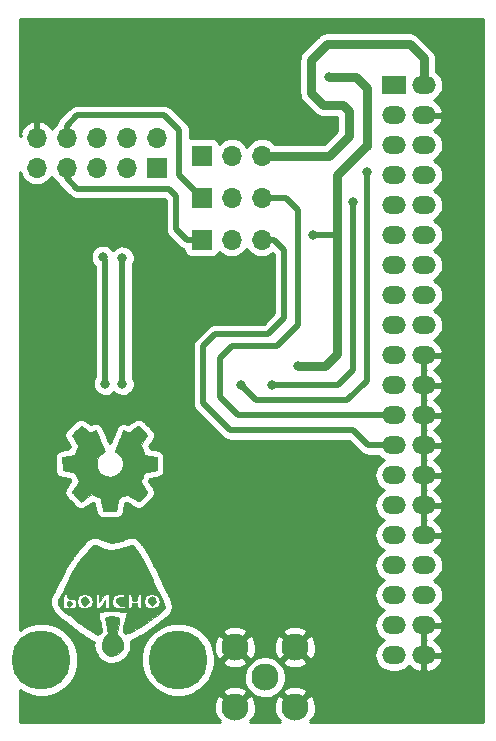
<source format=gbr>
G04 #@! TF.FileFunction,Copper,L2,Bot,Signal*
%FSLAX46Y46*%
G04 Gerber Fmt 4.6, Leading zero omitted, Abs format (unit mm)*
G04 Created by KiCad (PCBNEW 4.0.6) date 09/07/17 10:38:29*
%MOMM*%
%LPD*%
G01*
G04 APERTURE LIST*
%ADD10C,0.100000*%
%ADD11C,0.002540*%
%ADD12R,2.000000X1.524000*%
%ADD13O,2.000000X1.524000*%
%ADD14R,1.700000X1.700000*%
%ADD15O,1.700000X1.700000*%
%ADD16C,2.300000*%
%ADD17C,5.000000*%
%ADD18C,0.800000*%
%ADD19C,0.750000*%
%ADD20C,0.500000*%
%ADD21C,0.200000*%
%ADD22C,0.254000*%
G04 APERTURE END LIST*
D10*
D11*
G36*
X135181340Y-91721940D02*
X135221980Y-91742260D01*
X135315960Y-91800680D01*
X135450580Y-91889580D01*
X135608060Y-91993720D01*
X135765540Y-92102940D01*
X135895080Y-92189300D01*
X135986520Y-92247720D01*
X136024620Y-92268040D01*
X136044940Y-92262960D01*
X136121140Y-92224860D01*
X136230360Y-92168980D01*
X136293860Y-92135960D01*
X136392920Y-92092780D01*
X136443720Y-92082620D01*
X136451340Y-92097860D01*
X136489440Y-92174060D01*
X136545320Y-92306140D01*
X136621520Y-92478860D01*
X136707880Y-92682060D01*
X136801860Y-92900500D01*
X136893300Y-93124020D01*
X136982200Y-93337380D01*
X137060940Y-93527880D01*
X137124440Y-93682820D01*
X137165080Y-93792040D01*
X137180320Y-93837760D01*
X137175240Y-93847920D01*
X137124440Y-93896180D01*
X137038080Y-93962220D01*
X136847580Y-94117160D01*
X136662160Y-94350840D01*
X136547860Y-94615000D01*
X136509760Y-94909640D01*
X136542780Y-95181420D01*
X136649460Y-95443040D01*
X136832340Y-95679260D01*
X137053320Y-95854520D01*
X137312400Y-95966280D01*
X137604500Y-96001840D01*
X137883900Y-95971360D01*
X138150600Y-95864680D01*
X138386820Y-95684340D01*
X138485880Y-95570040D01*
X138623040Y-95331280D01*
X138701780Y-95074740D01*
X138709400Y-95011240D01*
X138699240Y-94729300D01*
X138615420Y-94460060D01*
X138468100Y-94218760D01*
X138262360Y-94023180D01*
X138234420Y-94002860D01*
X138140440Y-93931740D01*
X138076940Y-93883480D01*
X138026140Y-93842840D01*
X138384280Y-92981780D01*
X138440160Y-92844620D01*
X138539220Y-92608400D01*
X138625580Y-92405200D01*
X138694160Y-92245180D01*
X138742420Y-92135960D01*
X138762740Y-92092780D01*
X138765280Y-92090240D01*
X138795760Y-92085160D01*
X138861800Y-92110560D01*
X138981180Y-92168980D01*
X139062460Y-92209620D01*
X139153900Y-92252800D01*
X139194540Y-92268040D01*
X139230100Y-92250260D01*
X139316460Y-92191840D01*
X139446000Y-92108020D01*
X139598400Y-92003880D01*
X139745720Y-91902280D01*
X139880340Y-91813380D01*
X139979400Y-91752420D01*
X140027660Y-91724480D01*
X140035280Y-91724480D01*
X140075920Y-91749880D01*
X140154660Y-91813380D01*
X140271500Y-91925140D01*
X140436600Y-92087700D01*
X140462000Y-92113100D01*
X140599160Y-92252800D01*
X140710920Y-92369640D01*
X140784580Y-92450920D01*
X140809980Y-92489020D01*
X140809980Y-92489020D01*
X140787120Y-92537280D01*
X140723620Y-92633800D01*
X140634720Y-92770960D01*
X140525500Y-92930980D01*
X140241020Y-93345000D01*
X140398500Y-93736160D01*
X140446760Y-93855540D01*
X140507720Y-94000320D01*
X140550900Y-94104460D01*
X140576300Y-94150180D01*
X140616940Y-94165420D01*
X140726160Y-94190820D01*
X140881100Y-94223840D01*
X141063980Y-94256860D01*
X141241780Y-94289880D01*
X141401800Y-94320360D01*
X141516100Y-94343220D01*
X141566900Y-94353380D01*
X141579600Y-94361000D01*
X141589760Y-94386400D01*
X141597380Y-94439740D01*
X141599920Y-94536260D01*
X141602460Y-94688660D01*
X141602460Y-94909640D01*
X141602460Y-94932500D01*
X141599920Y-95143320D01*
X141597380Y-95310960D01*
X141592300Y-95420180D01*
X141584680Y-95463360D01*
X141584680Y-95463360D01*
X141533880Y-95476060D01*
X141422120Y-95498920D01*
X141262100Y-95531940D01*
X141071600Y-95567500D01*
X141061440Y-95570040D01*
X140870940Y-95605600D01*
X140713460Y-95638620D01*
X140601700Y-95664020D01*
X140555980Y-95679260D01*
X140545820Y-95691960D01*
X140507720Y-95765620D01*
X140451840Y-95882460D01*
X140390880Y-96027240D01*
X140327380Y-96174560D01*
X140274040Y-96309180D01*
X140238480Y-96408240D01*
X140228320Y-96453960D01*
X140228320Y-96453960D01*
X140256260Y-96499680D01*
X140322300Y-96598740D01*
X140413740Y-96733360D01*
X140525500Y-96895920D01*
X140533120Y-96908620D01*
X140642340Y-97068640D01*
X140731240Y-97203260D01*
X140789660Y-97299780D01*
X140809980Y-97342960D01*
X140809980Y-97345500D01*
X140774420Y-97393760D01*
X140693140Y-97482660D01*
X140576300Y-97604580D01*
X140436600Y-97746820D01*
X140390880Y-97790000D01*
X140235940Y-97942400D01*
X140129260Y-98041460D01*
X140060680Y-98094800D01*
X140027660Y-98107500D01*
X140027660Y-98104960D01*
X139979400Y-98077020D01*
X139877800Y-98010980D01*
X139740640Y-97917000D01*
X139578080Y-97807780D01*
X139567920Y-97800160D01*
X139407900Y-97690940D01*
X139275820Y-97602040D01*
X139179300Y-97538540D01*
X139138660Y-97513140D01*
X139131040Y-97513140D01*
X139067540Y-97533460D01*
X138953240Y-97571560D01*
X138813540Y-97627440D01*
X138666220Y-97685860D01*
X138531600Y-97741740D01*
X138430000Y-97790000D01*
X138381740Y-97815400D01*
X138381740Y-97817940D01*
X138363960Y-97876360D01*
X138336020Y-97995740D01*
X138303000Y-98160840D01*
X138264900Y-98356420D01*
X138259820Y-98386900D01*
X138224260Y-98577400D01*
X138193780Y-98734880D01*
X138170920Y-98844100D01*
X138158220Y-98889820D01*
X138132820Y-98894900D01*
X138038840Y-98902520D01*
X137896600Y-98905060D01*
X137723880Y-98907600D01*
X137543540Y-98905060D01*
X137368280Y-98902520D01*
X137215880Y-98897440D01*
X137109200Y-98889820D01*
X137063480Y-98879660D01*
X137060940Y-98877120D01*
X137045700Y-98818700D01*
X137020300Y-98699320D01*
X136984740Y-98534220D01*
X136946640Y-98336100D01*
X136941560Y-98303080D01*
X136906000Y-98112580D01*
X136872980Y-97957640D01*
X136850120Y-97848420D01*
X136837420Y-97807780D01*
X136822180Y-97797620D01*
X136743440Y-97764600D01*
X136616440Y-97711260D01*
X136456420Y-97647760D01*
X136090660Y-97497900D01*
X135643620Y-97807780D01*
X135600440Y-97835720D01*
X135440420Y-97944940D01*
X135305800Y-98033840D01*
X135214360Y-98092260D01*
X135176260Y-98115120D01*
X135173720Y-98112580D01*
X135128000Y-98074480D01*
X135039100Y-97990660D01*
X134917180Y-97871280D01*
X134777480Y-97731580D01*
X134673340Y-97627440D01*
X134548880Y-97500440D01*
X134470140Y-97416620D01*
X134426960Y-97360740D01*
X134411720Y-97327720D01*
X134416800Y-97307400D01*
X134444740Y-97261680D01*
X134510780Y-97162620D01*
X134602220Y-97025460D01*
X134711440Y-96867980D01*
X134802880Y-96733360D01*
X134899400Y-96583500D01*
X134962900Y-96476820D01*
X134985760Y-96423480D01*
X134980680Y-96400620D01*
X134947660Y-96314260D01*
X134894320Y-96179640D01*
X134828280Y-96022160D01*
X134670800Y-95666560D01*
X134437120Y-95623380D01*
X134297420Y-95595440D01*
X134099300Y-95557340D01*
X133911340Y-95521780D01*
X133616700Y-95463360D01*
X133606540Y-94381320D01*
X133652260Y-94361000D01*
X133695440Y-94348300D01*
X133804660Y-94325440D01*
X133959600Y-94294960D01*
X134145020Y-94259400D01*
X134299960Y-94228920D01*
X134459980Y-94200980D01*
X134571740Y-94178120D01*
X134622540Y-94167960D01*
X134635240Y-94150180D01*
X134675880Y-94073980D01*
X134731760Y-93952060D01*
X134792720Y-93804740D01*
X134856220Y-93654880D01*
X134912100Y-93515180D01*
X134952740Y-93408500D01*
X134965440Y-93352620D01*
X134945120Y-93309440D01*
X134884160Y-93218000D01*
X134797800Y-93085920D01*
X134691120Y-92928440D01*
X134581900Y-92770960D01*
X134493000Y-92636340D01*
X134429500Y-92539820D01*
X134404100Y-92496640D01*
X134416800Y-92466160D01*
X134477760Y-92389960D01*
X134597140Y-92268040D01*
X134772400Y-92092780D01*
X134802880Y-92064840D01*
X134942580Y-91930220D01*
X135061960Y-91821000D01*
X135143240Y-91747340D01*
X135181340Y-91721940D01*
X135181340Y-91721940D01*
G37*
X135181340Y-91721940D02*
X135221980Y-91742260D01*
X135315960Y-91800680D01*
X135450580Y-91889580D01*
X135608060Y-91993720D01*
X135765540Y-92102940D01*
X135895080Y-92189300D01*
X135986520Y-92247720D01*
X136024620Y-92268040D01*
X136044940Y-92262960D01*
X136121140Y-92224860D01*
X136230360Y-92168980D01*
X136293860Y-92135960D01*
X136392920Y-92092780D01*
X136443720Y-92082620D01*
X136451340Y-92097860D01*
X136489440Y-92174060D01*
X136545320Y-92306140D01*
X136621520Y-92478860D01*
X136707880Y-92682060D01*
X136801860Y-92900500D01*
X136893300Y-93124020D01*
X136982200Y-93337380D01*
X137060940Y-93527880D01*
X137124440Y-93682820D01*
X137165080Y-93792040D01*
X137180320Y-93837760D01*
X137175240Y-93847920D01*
X137124440Y-93896180D01*
X137038080Y-93962220D01*
X136847580Y-94117160D01*
X136662160Y-94350840D01*
X136547860Y-94615000D01*
X136509760Y-94909640D01*
X136542780Y-95181420D01*
X136649460Y-95443040D01*
X136832340Y-95679260D01*
X137053320Y-95854520D01*
X137312400Y-95966280D01*
X137604500Y-96001840D01*
X137883900Y-95971360D01*
X138150600Y-95864680D01*
X138386820Y-95684340D01*
X138485880Y-95570040D01*
X138623040Y-95331280D01*
X138701780Y-95074740D01*
X138709400Y-95011240D01*
X138699240Y-94729300D01*
X138615420Y-94460060D01*
X138468100Y-94218760D01*
X138262360Y-94023180D01*
X138234420Y-94002860D01*
X138140440Y-93931740D01*
X138076940Y-93883480D01*
X138026140Y-93842840D01*
X138384280Y-92981780D01*
X138440160Y-92844620D01*
X138539220Y-92608400D01*
X138625580Y-92405200D01*
X138694160Y-92245180D01*
X138742420Y-92135960D01*
X138762740Y-92092780D01*
X138765280Y-92090240D01*
X138795760Y-92085160D01*
X138861800Y-92110560D01*
X138981180Y-92168980D01*
X139062460Y-92209620D01*
X139153900Y-92252800D01*
X139194540Y-92268040D01*
X139230100Y-92250260D01*
X139316460Y-92191840D01*
X139446000Y-92108020D01*
X139598400Y-92003880D01*
X139745720Y-91902280D01*
X139880340Y-91813380D01*
X139979400Y-91752420D01*
X140027660Y-91724480D01*
X140035280Y-91724480D01*
X140075920Y-91749880D01*
X140154660Y-91813380D01*
X140271500Y-91925140D01*
X140436600Y-92087700D01*
X140462000Y-92113100D01*
X140599160Y-92252800D01*
X140710920Y-92369640D01*
X140784580Y-92450920D01*
X140809980Y-92489020D01*
X140809980Y-92489020D01*
X140787120Y-92537280D01*
X140723620Y-92633800D01*
X140634720Y-92770960D01*
X140525500Y-92930980D01*
X140241020Y-93345000D01*
X140398500Y-93736160D01*
X140446760Y-93855540D01*
X140507720Y-94000320D01*
X140550900Y-94104460D01*
X140576300Y-94150180D01*
X140616940Y-94165420D01*
X140726160Y-94190820D01*
X140881100Y-94223840D01*
X141063980Y-94256860D01*
X141241780Y-94289880D01*
X141401800Y-94320360D01*
X141516100Y-94343220D01*
X141566900Y-94353380D01*
X141579600Y-94361000D01*
X141589760Y-94386400D01*
X141597380Y-94439740D01*
X141599920Y-94536260D01*
X141602460Y-94688660D01*
X141602460Y-94909640D01*
X141602460Y-94932500D01*
X141599920Y-95143320D01*
X141597380Y-95310960D01*
X141592300Y-95420180D01*
X141584680Y-95463360D01*
X141584680Y-95463360D01*
X141533880Y-95476060D01*
X141422120Y-95498920D01*
X141262100Y-95531940D01*
X141071600Y-95567500D01*
X141061440Y-95570040D01*
X140870940Y-95605600D01*
X140713460Y-95638620D01*
X140601700Y-95664020D01*
X140555980Y-95679260D01*
X140545820Y-95691960D01*
X140507720Y-95765620D01*
X140451840Y-95882460D01*
X140390880Y-96027240D01*
X140327380Y-96174560D01*
X140274040Y-96309180D01*
X140238480Y-96408240D01*
X140228320Y-96453960D01*
X140228320Y-96453960D01*
X140256260Y-96499680D01*
X140322300Y-96598740D01*
X140413740Y-96733360D01*
X140525500Y-96895920D01*
X140533120Y-96908620D01*
X140642340Y-97068640D01*
X140731240Y-97203260D01*
X140789660Y-97299780D01*
X140809980Y-97342960D01*
X140809980Y-97345500D01*
X140774420Y-97393760D01*
X140693140Y-97482660D01*
X140576300Y-97604580D01*
X140436600Y-97746820D01*
X140390880Y-97790000D01*
X140235940Y-97942400D01*
X140129260Y-98041460D01*
X140060680Y-98094800D01*
X140027660Y-98107500D01*
X140027660Y-98104960D01*
X139979400Y-98077020D01*
X139877800Y-98010980D01*
X139740640Y-97917000D01*
X139578080Y-97807780D01*
X139567920Y-97800160D01*
X139407900Y-97690940D01*
X139275820Y-97602040D01*
X139179300Y-97538540D01*
X139138660Y-97513140D01*
X139131040Y-97513140D01*
X139067540Y-97533460D01*
X138953240Y-97571560D01*
X138813540Y-97627440D01*
X138666220Y-97685860D01*
X138531600Y-97741740D01*
X138430000Y-97790000D01*
X138381740Y-97815400D01*
X138381740Y-97817940D01*
X138363960Y-97876360D01*
X138336020Y-97995740D01*
X138303000Y-98160840D01*
X138264900Y-98356420D01*
X138259820Y-98386900D01*
X138224260Y-98577400D01*
X138193780Y-98734880D01*
X138170920Y-98844100D01*
X138158220Y-98889820D01*
X138132820Y-98894900D01*
X138038840Y-98902520D01*
X137896600Y-98905060D01*
X137723880Y-98907600D01*
X137543540Y-98905060D01*
X137368280Y-98902520D01*
X137215880Y-98897440D01*
X137109200Y-98889820D01*
X137063480Y-98879660D01*
X137060940Y-98877120D01*
X137045700Y-98818700D01*
X137020300Y-98699320D01*
X136984740Y-98534220D01*
X136946640Y-98336100D01*
X136941560Y-98303080D01*
X136906000Y-98112580D01*
X136872980Y-97957640D01*
X136850120Y-97848420D01*
X136837420Y-97807780D01*
X136822180Y-97797620D01*
X136743440Y-97764600D01*
X136616440Y-97711260D01*
X136456420Y-97647760D01*
X136090660Y-97497900D01*
X135643620Y-97807780D01*
X135600440Y-97835720D01*
X135440420Y-97944940D01*
X135305800Y-98033840D01*
X135214360Y-98092260D01*
X135176260Y-98115120D01*
X135173720Y-98112580D01*
X135128000Y-98074480D01*
X135039100Y-97990660D01*
X134917180Y-97871280D01*
X134777480Y-97731580D01*
X134673340Y-97627440D01*
X134548880Y-97500440D01*
X134470140Y-97416620D01*
X134426960Y-97360740D01*
X134411720Y-97327720D01*
X134416800Y-97307400D01*
X134444740Y-97261680D01*
X134510780Y-97162620D01*
X134602220Y-97025460D01*
X134711440Y-96867980D01*
X134802880Y-96733360D01*
X134899400Y-96583500D01*
X134962900Y-96476820D01*
X134985760Y-96423480D01*
X134980680Y-96400620D01*
X134947660Y-96314260D01*
X134894320Y-96179640D01*
X134828280Y-96022160D01*
X134670800Y-95666560D01*
X134437120Y-95623380D01*
X134297420Y-95595440D01*
X134099300Y-95557340D01*
X133911340Y-95521780D01*
X133616700Y-95463360D01*
X133606540Y-94381320D01*
X133652260Y-94361000D01*
X133695440Y-94348300D01*
X133804660Y-94325440D01*
X133959600Y-94294960D01*
X134145020Y-94259400D01*
X134299960Y-94228920D01*
X134459980Y-94200980D01*
X134571740Y-94178120D01*
X134622540Y-94167960D01*
X134635240Y-94150180D01*
X134675880Y-94073980D01*
X134731760Y-93952060D01*
X134792720Y-93804740D01*
X134856220Y-93654880D01*
X134912100Y-93515180D01*
X134952740Y-93408500D01*
X134965440Y-93352620D01*
X134945120Y-93309440D01*
X134884160Y-93218000D01*
X134797800Y-93085920D01*
X134691120Y-92928440D01*
X134581900Y-92770960D01*
X134493000Y-92636340D01*
X134429500Y-92539820D01*
X134404100Y-92496640D01*
X134416800Y-92466160D01*
X134477760Y-92389960D01*
X134597140Y-92268040D01*
X134772400Y-92092780D01*
X134802880Y-92064840D01*
X134942580Y-91930220D01*
X135061960Y-91821000D01*
X135143240Y-91747340D01*
X135181340Y-91721940D01*
D10*
G36*
X142267214Y-107053021D02*
X142230246Y-106846109D01*
X142136512Y-106561200D01*
X142011772Y-106263103D01*
X141881781Y-106016626D01*
X141854876Y-105978587D01*
X141854876Y-106549701D01*
X141789826Y-106862938D01*
X141600612Y-107070378D01*
X141296139Y-107163671D01*
X141195136Y-107168208D01*
X140861016Y-107107223D01*
X140639748Y-106929835D01*
X140540234Y-106644392D01*
X140535396Y-106549701D01*
X140600446Y-106236464D01*
X140789659Y-106029025D01*
X141094133Y-105935731D01*
X141195136Y-105931195D01*
X141529106Y-105989508D01*
X141689941Y-106096130D01*
X141823815Y-106333970D01*
X141854876Y-106549701D01*
X141854876Y-105978587D01*
X141821356Y-105931195D01*
X141745249Y-105804075D01*
X141626720Y-105564635D01*
X141485292Y-105253415D01*
X141404376Y-105065286D01*
X141153135Y-104496728D01*
X140881218Y-103929192D01*
X140600994Y-103384307D01*
X140324834Y-102883704D01*
X140287993Y-102822045D01*
X140287993Y-106549701D01*
X140284098Y-106865936D01*
X140266334Y-107051484D01*
X140225589Y-107140524D01*
X140152747Y-107167238D01*
X140123058Y-107168208D01*
X140002331Y-107129329D01*
X139959825Y-106984669D01*
X139958123Y-106920805D01*
X139937689Y-106745570D01*
X139841298Y-106680982D01*
X139710720Y-106673402D01*
X139535485Y-106693837D01*
X139470897Y-106790227D01*
X139463318Y-106920805D01*
X139437398Y-107101896D01*
X139340959Y-107165655D01*
X139298383Y-107168208D01*
X139214053Y-107153599D01*
X139164574Y-107086988D01*
X139140830Y-106934193D01*
X139133706Y-106661036D01*
X139133448Y-106549701D01*
X139137343Y-106233467D01*
X139155106Y-106047919D01*
X139195851Y-105958878D01*
X139268693Y-105932165D01*
X139298383Y-105931195D01*
X139412059Y-105963482D01*
X139457926Y-106089528D01*
X139463318Y-106219831D01*
X139477109Y-106413755D01*
X139547064Y-106493294D01*
X139710720Y-106508467D01*
X139876941Y-106492377D01*
X139945117Y-106410763D01*
X139958123Y-106219831D01*
X139976573Y-106020897D01*
X140048599Y-105940630D01*
X140123058Y-105931195D01*
X140207387Y-105945803D01*
X140256867Y-106012414D01*
X140280611Y-106165209D01*
X140287734Y-106438366D01*
X140287993Y-106549701D01*
X140287993Y-102822045D01*
X140065110Y-102449014D01*
X139834192Y-102101868D01*
X139644452Y-101863897D01*
X139513191Y-101758488D01*
X139391602Y-101771998D01*
X139169945Y-101845108D01*
X138894965Y-101962254D01*
X138886045Y-101966454D01*
X138886045Y-106064510D01*
X138842206Y-106157595D01*
X138688123Y-106159841D01*
X138670276Y-106156578D01*
X138448511Y-106182055D01*
X138254628Y-106310690D01*
X138149255Y-106497210D01*
X138143837Y-106549701D01*
X138215803Y-106744602D01*
X138389893Y-106898009D01*
X138603396Y-106962691D01*
X138681132Y-106954355D01*
X138837482Y-106941384D01*
X138885779Y-107023467D01*
X138886045Y-107035566D01*
X138845747Y-107121280D01*
X138701803Y-107161064D01*
X138514941Y-107168208D01*
X138160695Y-107113347D01*
X137929588Y-106949118D01*
X137822217Y-106676044D01*
X137813967Y-106549701D01*
X137876142Y-106237131D01*
X138062269Y-106033213D01*
X138371752Y-105938474D01*
X138514941Y-105931195D01*
X138754462Y-105945485D01*
X138865743Y-105996709D01*
X138886045Y-106064510D01*
X138886045Y-101966454D01*
X138879815Y-101969386D01*
X138323541Y-102169062D01*
X137792738Y-102218114D01*
X137566565Y-102176157D01*
X137566565Y-106549701D01*
X137562669Y-106865936D01*
X137544906Y-107051484D01*
X137504161Y-107140524D01*
X137431319Y-107167238D01*
X137401629Y-107168208D01*
X137296151Y-107142231D01*
X137247625Y-107035894D01*
X137235914Y-106817721D01*
X137235134Y-106467234D01*
X137025071Y-106817721D01*
X136857495Y-107051569D01*
X136701769Y-107155733D01*
X136613514Y-107168208D01*
X136511005Y-107159937D01*
X136450914Y-107111976D01*
X136421929Y-106989603D01*
X136412738Y-106758094D01*
X136412019Y-106549701D01*
X136415915Y-106233467D01*
X136433678Y-106047919D01*
X136474423Y-105958878D01*
X136547265Y-105932165D01*
X136576954Y-105931195D01*
X136682432Y-105957171D01*
X136730959Y-106063508D01*
X136742669Y-106281682D01*
X136743450Y-106632169D01*
X136953512Y-106281682D01*
X137121088Y-106047833D01*
X137276815Y-105943670D01*
X137365070Y-105931195D01*
X137467578Y-105939465D01*
X137527669Y-105987426D01*
X137556654Y-106109800D01*
X137565845Y-106341308D01*
X137566565Y-106549701D01*
X137566565Y-102176157D01*
X137249090Y-102117262D01*
X136948058Y-102005585D01*
X136672034Y-101890168D01*
X136445537Y-101799203D01*
X136329552Y-101756487D01*
X136212624Y-101800601D01*
X136164616Y-101841967D01*
X136164616Y-106549701D01*
X136099566Y-106862938D01*
X135910353Y-107070378D01*
X135605880Y-107163671D01*
X135504876Y-107168208D01*
X135170757Y-107107223D01*
X134949488Y-106929835D01*
X134849975Y-106644392D01*
X134845136Y-106549701D01*
X134910186Y-106236464D01*
X135099400Y-106029025D01*
X135403873Y-105935731D01*
X135504876Y-105931195D01*
X135838847Y-105989508D01*
X135999681Y-106096130D01*
X136133555Y-106333970D01*
X136164616Y-106549701D01*
X136164616Y-101841967D01*
X136014324Y-101971464D01*
X135745680Y-102259201D01*
X135669811Y-102347076D01*
X135361639Y-102718730D01*
X135099299Y-103062571D01*
X134861159Y-103412884D01*
X134762668Y-103576386D01*
X134762668Y-106755870D01*
X134724015Y-106971980D01*
X134591354Y-107101280D01*
X134339631Y-107160039D01*
X134127668Y-107168208D01*
X133690590Y-107168208D01*
X133690590Y-106549701D01*
X133694486Y-106233467D01*
X133712249Y-106047919D01*
X133752994Y-105958878D01*
X133825836Y-105932165D01*
X133855526Y-105931195D01*
X133984861Y-105979515D01*
X134020461Y-106137363D01*
X134043827Y-106279773D01*
X134146769Y-106335768D01*
X134292603Y-106343532D01*
X134570850Y-106391207D01*
X134723432Y-106540765D01*
X134762668Y-106755870D01*
X134762668Y-103576386D01*
X134625584Y-103803954D01*
X134370942Y-104270065D01*
X134075600Y-104845501D01*
X134006695Y-104982818D01*
X133804054Y-105385004D01*
X133624032Y-105737090D01*
X133480873Y-106011615D01*
X133388822Y-106181120D01*
X133364988Y-106219831D01*
X133251787Y-106487738D01*
X133261098Y-106794299D01*
X133339420Y-106988072D01*
X133519746Y-107220239D01*
X133760729Y-107453175D01*
X134001617Y-107631582D01*
X134102928Y-107683014D01*
X134215914Y-107754258D01*
X134420780Y-107907511D01*
X134684296Y-108117308D01*
X134870347Y-108271142D01*
X135253106Y-108577727D01*
X135637540Y-108860151D01*
X135995615Y-109100156D01*
X136299298Y-109279482D01*
X136520555Y-109379871D01*
X136595577Y-109394831D01*
X136738745Y-109337987D01*
X136862704Y-109233085D01*
X136932677Y-109144089D01*
X136963035Y-109047372D01*
X136952352Y-108902306D01*
X136899198Y-108668261D01*
X136834252Y-108423411D01*
X136729423Y-108040541D01*
X136667800Y-107768913D01*
X136668606Y-107589551D01*
X136751064Y-107483480D01*
X136934395Y-107431726D01*
X137237822Y-107415314D01*
X137680568Y-107415267D01*
X137855201Y-107415610D01*
X138348116Y-107419152D01*
X138695101Y-107430879D01*
X138915029Y-107452446D01*
X139026775Y-107485505D01*
X139050980Y-107520352D01*
X139030021Y-107646340D01*
X138974633Y-107883326D01*
X138896048Y-108183819D01*
X138881907Y-108235213D01*
X138774588Y-108681847D01*
X138740394Y-108995631D01*
X138780176Y-109191972D01*
X138894785Y-109286279D01*
X138940492Y-109296512D01*
X139152053Y-109265910D01*
X139471374Y-109137189D01*
X139881301Y-108919929D01*
X140364675Y-108623713D01*
X140904341Y-108258122D01*
X141256987Y-108002813D01*
X141661046Y-107698303D01*
X141946254Y-107469490D01*
X142130378Y-107299667D01*
X142231189Y-107172128D01*
X142266455Y-107070167D01*
X142267214Y-107053021D01*
X142267214Y-107053021D01*
X142267214Y-107053021D01*
G37*
X142267214Y-107053021D02*
X142230246Y-106846109D01*
X142136512Y-106561200D01*
X142011772Y-106263103D01*
X141881781Y-106016626D01*
X141854876Y-105978587D01*
X141854876Y-106549701D01*
X141789826Y-106862938D01*
X141600612Y-107070378D01*
X141296139Y-107163671D01*
X141195136Y-107168208D01*
X140861016Y-107107223D01*
X140639748Y-106929835D01*
X140540234Y-106644392D01*
X140535396Y-106549701D01*
X140600446Y-106236464D01*
X140789659Y-106029025D01*
X141094133Y-105935731D01*
X141195136Y-105931195D01*
X141529106Y-105989508D01*
X141689941Y-106096130D01*
X141823815Y-106333970D01*
X141854876Y-106549701D01*
X141854876Y-105978587D01*
X141821356Y-105931195D01*
X141745249Y-105804075D01*
X141626720Y-105564635D01*
X141485292Y-105253415D01*
X141404376Y-105065286D01*
X141153135Y-104496728D01*
X140881218Y-103929192D01*
X140600994Y-103384307D01*
X140324834Y-102883704D01*
X140287993Y-102822045D01*
X140287993Y-106549701D01*
X140284098Y-106865936D01*
X140266334Y-107051484D01*
X140225589Y-107140524D01*
X140152747Y-107167238D01*
X140123058Y-107168208D01*
X140002331Y-107129329D01*
X139959825Y-106984669D01*
X139958123Y-106920805D01*
X139937689Y-106745570D01*
X139841298Y-106680982D01*
X139710720Y-106673402D01*
X139535485Y-106693837D01*
X139470897Y-106790227D01*
X139463318Y-106920805D01*
X139437398Y-107101896D01*
X139340959Y-107165655D01*
X139298383Y-107168208D01*
X139214053Y-107153599D01*
X139164574Y-107086988D01*
X139140830Y-106934193D01*
X139133706Y-106661036D01*
X139133448Y-106549701D01*
X139137343Y-106233467D01*
X139155106Y-106047919D01*
X139195851Y-105958878D01*
X139268693Y-105932165D01*
X139298383Y-105931195D01*
X139412059Y-105963482D01*
X139457926Y-106089528D01*
X139463318Y-106219831D01*
X139477109Y-106413755D01*
X139547064Y-106493294D01*
X139710720Y-106508467D01*
X139876941Y-106492377D01*
X139945117Y-106410763D01*
X139958123Y-106219831D01*
X139976573Y-106020897D01*
X140048599Y-105940630D01*
X140123058Y-105931195D01*
X140207387Y-105945803D01*
X140256867Y-106012414D01*
X140280611Y-106165209D01*
X140287734Y-106438366D01*
X140287993Y-106549701D01*
X140287993Y-102822045D01*
X140065110Y-102449014D01*
X139834192Y-102101868D01*
X139644452Y-101863897D01*
X139513191Y-101758488D01*
X139391602Y-101771998D01*
X139169945Y-101845108D01*
X138894965Y-101962254D01*
X138886045Y-101966454D01*
X138886045Y-106064510D01*
X138842206Y-106157595D01*
X138688123Y-106159841D01*
X138670276Y-106156578D01*
X138448511Y-106182055D01*
X138254628Y-106310690D01*
X138149255Y-106497210D01*
X138143837Y-106549701D01*
X138215803Y-106744602D01*
X138389893Y-106898009D01*
X138603396Y-106962691D01*
X138681132Y-106954355D01*
X138837482Y-106941384D01*
X138885779Y-107023467D01*
X138886045Y-107035566D01*
X138845747Y-107121280D01*
X138701803Y-107161064D01*
X138514941Y-107168208D01*
X138160695Y-107113347D01*
X137929588Y-106949118D01*
X137822217Y-106676044D01*
X137813967Y-106549701D01*
X137876142Y-106237131D01*
X138062269Y-106033213D01*
X138371752Y-105938474D01*
X138514941Y-105931195D01*
X138754462Y-105945485D01*
X138865743Y-105996709D01*
X138886045Y-106064510D01*
X138886045Y-101966454D01*
X138879815Y-101969386D01*
X138323541Y-102169062D01*
X137792738Y-102218114D01*
X137566565Y-102176157D01*
X137566565Y-106549701D01*
X137562669Y-106865936D01*
X137544906Y-107051484D01*
X137504161Y-107140524D01*
X137431319Y-107167238D01*
X137401629Y-107168208D01*
X137296151Y-107142231D01*
X137247625Y-107035894D01*
X137235914Y-106817721D01*
X137235134Y-106467234D01*
X137025071Y-106817721D01*
X136857495Y-107051569D01*
X136701769Y-107155733D01*
X136613514Y-107168208D01*
X136511005Y-107159937D01*
X136450914Y-107111976D01*
X136421929Y-106989603D01*
X136412738Y-106758094D01*
X136412019Y-106549701D01*
X136415915Y-106233467D01*
X136433678Y-106047919D01*
X136474423Y-105958878D01*
X136547265Y-105932165D01*
X136576954Y-105931195D01*
X136682432Y-105957171D01*
X136730959Y-106063508D01*
X136742669Y-106281682D01*
X136743450Y-106632169D01*
X136953512Y-106281682D01*
X137121088Y-106047833D01*
X137276815Y-105943670D01*
X137365070Y-105931195D01*
X137467578Y-105939465D01*
X137527669Y-105987426D01*
X137556654Y-106109800D01*
X137565845Y-106341308D01*
X137566565Y-106549701D01*
X137566565Y-102176157D01*
X137249090Y-102117262D01*
X136948058Y-102005585D01*
X136672034Y-101890168D01*
X136445537Y-101799203D01*
X136329552Y-101756487D01*
X136212624Y-101800601D01*
X136164616Y-101841967D01*
X136164616Y-106549701D01*
X136099566Y-106862938D01*
X135910353Y-107070378D01*
X135605880Y-107163671D01*
X135504876Y-107168208D01*
X135170757Y-107107223D01*
X134949488Y-106929835D01*
X134849975Y-106644392D01*
X134845136Y-106549701D01*
X134910186Y-106236464D01*
X135099400Y-106029025D01*
X135403873Y-105935731D01*
X135504876Y-105931195D01*
X135838847Y-105989508D01*
X135999681Y-106096130D01*
X136133555Y-106333970D01*
X136164616Y-106549701D01*
X136164616Y-101841967D01*
X136014324Y-101971464D01*
X135745680Y-102259201D01*
X135669811Y-102347076D01*
X135361639Y-102718730D01*
X135099299Y-103062571D01*
X134861159Y-103412884D01*
X134762668Y-103576386D01*
X134762668Y-106755870D01*
X134724015Y-106971980D01*
X134591354Y-107101280D01*
X134339631Y-107160039D01*
X134127668Y-107168208D01*
X133690590Y-107168208D01*
X133690590Y-106549701D01*
X133694486Y-106233467D01*
X133712249Y-106047919D01*
X133752994Y-105958878D01*
X133825836Y-105932165D01*
X133855526Y-105931195D01*
X133984861Y-105979515D01*
X134020461Y-106137363D01*
X134043827Y-106279773D01*
X134146769Y-106335768D01*
X134292603Y-106343532D01*
X134570850Y-106391207D01*
X134723432Y-106540765D01*
X134762668Y-106755870D01*
X134762668Y-103576386D01*
X134625584Y-103803954D01*
X134370942Y-104270065D01*
X134075600Y-104845501D01*
X134006695Y-104982818D01*
X133804054Y-105385004D01*
X133624032Y-105737090D01*
X133480873Y-106011615D01*
X133388822Y-106181120D01*
X133364988Y-106219831D01*
X133251787Y-106487738D01*
X133261098Y-106794299D01*
X133339420Y-106988072D01*
X133519746Y-107220239D01*
X133760729Y-107453175D01*
X134001617Y-107631582D01*
X134102928Y-107683014D01*
X134215914Y-107754258D01*
X134420780Y-107907511D01*
X134684296Y-108117308D01*
X134870347Y-108271142D01*
X135253106Y-108577727D01*
X135637540Y-108860151D01*
X135995615Y-109100156D01*
X136299298Y-109279482D01*
X136520555Y-109379871D01*
X136595577Y-109394831D01*
X136738745Y-109337987D01*
X136862704Y-109233085D01*
X136932677Y-109144089D01*
X136963035Y-109047372D01*
X136952352Y-108902306D01*
X136899198Y-108668261D01*
X136834252Y-108423411D01*
X136729423Y-108040541D01*
X136667800Y-107768913D01*
X136668606Y-107589551D01*
X136751064Y-107483480D01*
X136934395Y-107431726D01*
X137237822Y-107415314D01*
X137680568Y-107415267D01*
X137855201Y-107415610D01*
X138348116Y-107419152D01*
X138695101Y-107430879D01*
X138915029Y-107452446D01*
X139026775Y-107485505D01*
X139050980Y-107520352D01*
X139030021Y-107646340D01*
X138974633Y-107883326D01*
X138896048Y-108183819D01*
X138881907Y-108235213D01*
X138774588Y-108681847D01*
X138740394Y-108995631D01*
X138780176Y-109191972D01*
X138894785Y-109286279D01*
X138940492Y-109296512D01*
X139152053Y-109265910D01*
X139471374Y-109137189D01*
X139881301Y-108919929D01*
X140364675Y-108623713D01*
X140904341Y-108258122D01*
X141256987Y-108002813D01*
X141661046Y-107698303D01*
X141946254Y-107469490D01*
X142130378Y-107299667D01*
X142231189Y-107172128D01*
X142266455Y-107070167D01*
X142267214Y-107053021D01*
X142267214Y-107053021D01*
G36*
X138755042Y-110162319D02*
X138626902Y-109815445D01*
X138410917Y-109538230D01*
X138294802Y-109408356D01*
X138239534Y-109295698D01*
X138237566Y-109146981D01*
X138281354Y-108908930D01*
X138305794Y-108796022D01*
X138389812Y-108399188D01*
X138427610Y-108135422D01*
X138406883Y-107976382D01*
X138315322Y-107893723D01*
X138140622Y-107859104D01*
X137892940Y-107845187D01*
X137607950Y-107841195D01*
X137391618Y-107854263D01*
X137295050Y-107879549D01*
X137241192Y-108044268D01*
X137265059Y-108349684D01*
X137366276Y-108791222D01*
X137371485Y-108810058D01*
X137506275Y-109294872D01*
X137242692Y-109530404D01*
X137017147Y-109828585D01*
X136923076Y-110172824D01*
X136955980Y-110522523D01*
X137111362Y-110837085D01*
X137384723Y-111075915D01*
X137415790Y-111092738D01*
X137765219Y-111189905D01*
X138111575Y-111141730D01*
X138418640Y-110964441D01*
X138650191Y-110674265D01*
X138721192Y-110507895D01*
X138755042Y-110162319D01*
X138755042Y-110162319D01*
X138755042Y-110162319D01*
G37*
X138755042Y-110162319D02*
X138626902Y-109815445D01*
X138410917Y-109538230D01*
X138294802Y-109408356D01*
X138239534Y-109295698D01*
X138237566Y-109146981D01*
X138281354Y-108908930D01*
X138305794Y-108796022D01*
X138389812Y-108399188D01*
X138427610Y-108135422D01*
X138406883Y-107976382D01*
X138315322Y-107893723D01*
X138140622Y-107859104D01*
X137892940Y-107845187D01*
X137607950Y-107841195D01*
X137391618Y-107854263D01*
X137295050Y-107879549D01*
X137241192Y-108044268D01*
X137265059Y-108349684D01*
X137366276Y-108791222D01*
X137371485Y-108810058D01*
X137506275Y-109294872D01*
X137242692Y-109530404D01*
X137017147Y-109828585D01*
X136923076Y-110172824D01*
X136955980Y-110522523D01*
X137111362Y-110837085D01*
X137384723Y-111075915D01*
X137415790Y-111092738D01*
X137765219Y-111189905D01*
X138111575Y-111141730D01*
X138418640Y-110964441D01*
X138650191Y-110674265D01*
X138721192Y-110507895D01*
X138755042Y-110162319D01*
X138755042Y-110162319D01*
G36*
X134411421Y-106747578D02*
X134350331Y-106632169D01*
X134193894Y-106513441D01*
X134074556Y-106548650D01*
X134021086Y-106727007D01*
X134020461Y-106755870D01*
X134064619Y-106949821D01*
X134177917Y-107001850D01*
X134331585Y-106901170D01*
X134350331Y-106879571D01*
X134411421Y-106747578D01*
X134411421Y-106747578D01*
X134411421Y-106747578D01*
G37*
X134411421Y-106747578D02*
X134350331Y-106632169D01*
X134193894Y-106513441D01*
X134074556Y-106548650D01*
X134021086Y-106727007D01*
X134020461Y-106755870D01*
X134064619Y-106949821D01*
X134177917Y-107001850D01*
X134331585Y-106901170D01*
X134350331Y-106879571D01*
X134411421Y-106747578D01*
X134411421Y-106747578D01*
G36*
X135819676Y-106572700D02*
X135796306Y-106432732D01*
X135724855Y-106311801D01*
X135602995Y-106160516D01*
X135506028Y-106096152D01*
X135504876Y-106096130D01*
X135408857Y-106158458D01*
X135286948Y-106308683D01*
X135284897Y-106311801D01*
X135194094Y-106482840D01*
X135204940Y-106623017D01*
X135265542Y-106744756D01*
X135388018Y-106899895D01*
X135504876Y-106962039D01*
X135625463Y-106896510D01*
X135744211Y-106744756D01*
X135819676Y-106572700D01*
X135819676Y-106572700D01*
X135819676Y-106572700D01*
G37*
X135819676Y-106572700D02*
X135796306Y-106432732D01*
X135724855Y-106311801D01*
X135602995Y-106160516D01*
X135506028Y-106096152D01*
X135504876Y-106096130D01*
X135408857Y-106158458D01*
X135286948Y-106308683D01*
X135284897Y-106311801D01*
X135194094Y-106482840D01*
X135204940Y-106623017D01*
X135265542Y-106744756D01*
X135388018Y-106899895D01*
X135504876Y-106962039D01*
X135625463Y-106896510D01*
X135744211Y-106744756D01*
X135819676Y-106572700D01*
X135819676Y-106572700D01*
G36*
X141509935Y-106572700D02*
X141486565Y-106432732D01*
X141415115Y-106311801D01*
X141293255Y-106160516D01*
X141196288Y-106096152D01*
X141195136Y-106096130D01*
X141099116Y-106158458D01*
X140977208Y-106308683D01*
X140975157Y-106311801D01*
X140884354Y-106482840D01*
X140895199Y-106623017D01*
X140955801Y-106744756D01*
X141078278Y-106899895D01*
X141195136Y-106962039D01*
X141315723Y-106896510D01*
X141434471Y-106744756D01*
X141509935Y-106572700D01*
X141509935Y-106572700D01*
X141509935Y-106572700D01*
G37*
X141509935Y-106572700D02*
X141486565Y-106432732D01*
X141415115Y-106311801D01*
X141293255Y-106160516D01*
X141196288Y-106096152D01*
X141195136Y-106096130D01*
X141099116Y-106158458D01*
X140977208Y-106308683D01*
X140975157Y-106311801D01*
X140884354Y-106482840D01*
X140895199Y-106623017D01*
X140955801Y-106744756D01*
X141078278Y-106899895D01*
X141195136Y-106962039D01*
X141315723Y-106896510D01*
X141434471Y-106744756D01*
X141509935Y-106572700D01*
X141509935Y-106572700D01*
D12*
X161671000Y-62865000D03*
D13*
X164211000Y-62865000D03*
X161671000Y-75565000D03*
X164211000Y-65405000D03*
X161671000Y-78105000D03*
X164211000Y-67945000D03*
X161671000Y-80645000D03*
X164211000Y-70485000D03*
X161671000Y-83185000D03*
X164211000Y-73025000D03*
X161671000Y-85725000D03*
X164211000Y-75565000D03*
X161671000Y-88265000D03*
X164211000Y-78105000D03*
X161671000Y-90805000D03*
X164211000Y-80645000D03*
X161671000Y-93345000D03*
X164211000Y-83185000D03*
X161671000Y-95885000D03*
X164211000Y-85725000D03*
X161671000Y-98425000D03*
X164211000Y-88265000D03*
X161671000Y-100965000D03*
X164211000Y-90805000D03*
X164211000Y-93345000D03*
X161671000Y-103505000D03*
X164211000Y-95885000D03*
X164211000Y-100965000D03*
X164211000Y-103505000D03*
X164211000Y-106045000D03*
X164211000Y-108585000D03*
X161671000Y-106045000D03*
X161671000Y-108585000D03*
X161671000Y-65405000D03*
X161671000Y-67945000D03*
X161671000Y-70485000D03*
X161671000Y-73025000D03*
X161671000Y-111125000D03*
X164211000Y-111125000D03*
X164211000Y-98425000D03*
D14*
X145415000Y-68834000D03*
D15*
X147955000Y-68834000D03*
X150495000Y-68834000D03*
D14*
X145415000Y-75946000D03*
D15*
X147955000Y-75946000D03*
X150495000Y-75946000D03*
D14*
X145415000Y-72390000D03*
D15*
X147955000Y-72390000D03*
X150495000Y-72390000D03*
D14*
X141605000Y-69850000D03*
D15*
X141605000Y-67310000D03*
X139065000Y-69850000D03*
X139065000Y-67310000D03*
X136525000Y-69850000D03*
X136525000Y-67310000D03*
X133985000Y-69850000D03*
X133985000Y-67310000D03*
X131445000Y-69850000D03*
X131445000Y-67310000D03*
D16*
X150749000Y-112979200D03*
X153289000Y-110439200D03*
X148209000Y-110439200D03*
X148209000Y-115519200D03*
X153289000Y-115519200D03*
D17*
X143383000Y-111506000D03*
X131826000Y-111506000D03*
D18*
X156210000Y-62166500D03*
X154813000Y-75565000D03*
X137033000Y-77406500D03*
X137223500Y-88138000D03*
X153543000Y-86614000D03*
X151447500Y-104140000D03*
X146685000Y-104076500D03*
X147637500Y-106299000D03*
X152908000Y-106489500D03*
X137668000Y-72898000D03*
X151384000Y-88265000D03*
X158242000Y-72771000D03*
X159385000Y-70231000D03*
X148717000Y-88265000D03*
X138684000Y-88138000D03*
X138684000Y-77470000D03*
D19*
X159385000Y-63690500D02*
X159385000Y-63119000D01*
X159385000Y-63119000D02*
X158432500Y-62166500D01*
X158432500Y-62166500D02*
X156210000Y-62166500D01*
X159385000Y-63690500D02*
X159385000Y-67945000D01*
X156845000Y-74993500D02*
X156845000Y-70485000D01*
X156845000Y-70485000D02*
X159385000Y-67945000D01*
D20*
X154813000Y-75565000D02*
X156845000Y-75565000D01*
X137033000Y-77406500D02*
X137033000Y-77470000D01*
X137223500Y-77660500D02*
X137223500Y-88138000D01*
X137033000Y-77470000D02*
X137223500Y-77660500D01*
D19*
X156845000Y-75565000D02*
X156845000Y-74993500D01*
X159385000Y-67945000D02*
X159385000Y-68008500D01*
X156845000Y-74993500D02*
X156845000Y-74803000D01*
X156845000Y-85598000D02*
X156845000Y-75565000D01*
X155829000Y-86614000D02*
X156845000Y-85598000D01*
X153543000Y-86614000D02*
X155829000Y-86614000D01*
D21*
X151447500Y-104140000D02*
X151384000Y-104076500D01*
X151384000Y-104076500D02*
X146685000Y-104076500D01*
X147637500Y-106299000D02*
X147828000Y-106489500D01*
X147828000Y-106489500D02*
X152908000Y-106489500D01*
D20*
X158242000Y-73580000D02*
X158242000Y-86995000D01*
X158242000Y-86995000D02*
X156972000Y-88265000D01*
X156972000Y-88265000D02*
X151384000Y-88265000D01*
X158242000Y-73660000D02*
X158242000Y-73580000D01*
X158242000Y-72771000D02*
X158242000Y-73660000D01*
X159385000Y-87757000D02*
X159385000Y-87884000D01*
X159385000Y-70866000D02*
X159385000Y-86868000D01*
X159385000Y-86868000D02*
X159385000Y-87630000D01*
X159385000Y-87630000D02*
X159385000Y-87757000D01*
X149987000Y-89535000D02*
X148717000Y-88265000D01*
X157734000Y-89535000D02*
X149987000Y-89535000D01*
X159385000Y-87884000D02*
X157734000Y-89535000D01*
X159385000Y-70231000D02*
X159385000Y-70866000D01*
X138684000Y-77470000D02*
X138684000Y-78486000D01*
X138684000Y-78486000D02*
X138684000Y-88138000D01*
D19*
X156210000Y-68834000D02*
X150495000Y-68834000D01*
X158813500Y-59372500D02*
X156019500Y-59372500D01*
X158813500Y-59372500D02*
X163004500Y-59372500D01*
X163004500Y-59372500D02*
X164211000Y-60579000D01*
X164211000Y-62865000D02*
X164211000Y-60579000D01*
X157861000Y-67183000D02*
X156210000Y-68834000D01*
X157861000Y-65087500D02*
X157861000Y-67183000D01*
X157353000Y-64579500D02*
X157861000Y-65087500D01*
X155702000Y-64579500D02*
X157353000Y-64579500D01*
X154686000Y-63563500D02*
X155702000Y-64579500D01*
X154686000Y-60706000D02*
X154686000Y-63563500D01*
X156019500Y-59372500D02*
X154686000Y-60706000D01*
D20*
X142494000Y-71628000D02*
X142621000Y-71628000D01*
X133985000Y-70739000D02*
X134874000Y-71628000D01*
X134874000Y-71628000D02*
X142494000Y-71628000D01*
X133985000Y-69850000D02*
X133985000Y-70739000D01*
X144145000Y-75946000D02*
X145415000Y-75946000D01*
X143256000Y-75057000D02*
X144145000Y-75946000D01*
X143256000Y-72263000D02*
X143256000Y-75057000D01*
X142621000Y-71628000D02*
X143256000Y-72263000D01*
X145542000Y-84963000D02*
X146558000Y-83947000D01*
X159512000Y-93345000D02*
X158242000Y-92075000D01*
X158242000Y-92075000D02*
X147828000Y-92075000D01*
X147828000Y-92075000D02*
X145542000Y-89789000D01*
X145542000Y-89789000D02*
X145542000Y-84963000D01*
X161671000Y-93345000D02*
X159512000Y-93345000D01*
X151511000Y-75946000D02*
X150495000Y-75946000D01*
X152400000Y-76835000D02*
X151511000Y-75946000D01*
X152400000Y-82550000D02*
X152400000Y-76835000D01*
X151003000Y-83947000D02*
X152400000Y-82550000D01*
X146558000Y-83947000D02*
X151003000Y-83947000D01*
X161671000Y-93345000D02*
X161544000Y-93345000D01*
X133985000Y-67310000D02*
X133985000Y-66294000D01*
X143510000Y-70485000D02*
X145415000Y-72390000D01*
X143510000Y-66675000D02*
X143510000Y-70485000D01*
X142240000Y-65405000D02*
X143510000Y-66675000D01*
X134874000Y-65405000D02*
X142240000Y-65405000D01*
X133985000Y-66294000D02*
X134874000Y-65405000D01*
X133985000Y-67310000D02*
X133985000Y-66675000D01*
X147955000Y-84963000D02*
X151765000Y-84963000D01*
X147891500Y-85026500D02*
X146939000Y-85979000D01*
X147955000Y-84963000D02*
X147891500Y-85026500D01*
X146939000Y-85979000D02*
X146939000Y-89281000D01*
X146939000Y-89281000D02*
X148463000Y-90805000D01*
X161671000Y-90805000D02*
X148463000Y-90805000D01*
X153543000Y-73406000D02*
X152527000Y-72390000D01*
X152527000Y-72390000D02*
X150495000Y-72390000D01*
X153543000Y-83185000D02*
X153543000Y-73406000D01*
X151765000Y-84963000D02*
X153543000Y-83185000D01*
D22*
G36*
X169216000Y-116765000D02*
X154578916Y-116765000D01*
X154646662Y-116697254D01*
X154531351Y-116581943D01*
X154811090Y-116468082D01*
X154966961Y-116152904D01*
X155058349Y-115813374D01*
X155081741Y-115462539D01*
X155036240Y-115113881D01*
X154923594Y-114780800D01*
X154811090Y-114570318D01*
X154531349Y-114456456D01*
X153468605Y-115519200D01*
X153482748Y-115533343D01*
X153303143Y-115712948D01*
X153289000Y-115698805D01*
X153274858Y-115712948D01*
X153095253Y-115533343D01*
X153109395Y-115519200D01*
X152046651Y-114456456D01*
X151766910Y-114570318D01*
X151611039Y-114885496D01*
X151519651Y-115225026D01*
X151496259Y-115575861D01*
X151541760Y-115924519D01*
X151654406Y-116257600D01*
X151766910Y-116468082D01*
X152046649Y-116581943D01*
X151931338Y-116697254D01*
X151999084Y-116765000D01*
X149498916Y-116765000D01*
X149566662Y-116697254D01*
X149451351Y-116581943D01*
X149731090Y-116468082D01*
X149886961Y-116152904D01*
X149978349Y-115813374D01*
X150001741Y-115462539D01*
X149956240Y-115113881D01*
X149843594Y-114780800D01*
X149731090Y-114570318D01*
X149451349Y-114456456D01*
X148388605Y-115519200D01*
X148402748Y-115533343D01*
X148223143Y-115712948D01*
X148209000Y-115698805D01*
X148194858Y-115712948D01*
X148015253Y-115533343D01*
X148029395Y-115519200D01*
X146966651Y-114456456D01*
X146686910Y-114570318D01*
X146531039Y-114885496D01*
X146439651Y-115225026D01*
X146416259Y-115575861D01*
X146461760Y-115924519D01*
X146574406Y-116257600D01*
X146686910Y-116468082D01*
X146966649Y-116581943D01*
X146851338Y-116697254D01*
X146919084Y-116765000D01*
X129996000Y-116765000D01*
X129996000Y-114052100D01*
X130289160Y-114255852D01*
X130852544Y-114501989D01*
X131453007Y-114634009D01*
X132067678Y-114646885D01*
X132673143Y-114540125D01*
X133246340Y-114317796D01*
X133765438Y-113988367D01*
X134210662Y-113564385D01*
X134565056Y-113062000D01*
X134815120Y-112500348D01*
X134951329Y-111900821D01*
X134961135Y-111198597D01*
X134841718Y-110595501D01*
X134607434Y-110027085D01*
X134267206Y-109515001D01*
X133833993Y-109078753D01*
X133324297Y-108734958D01*
X132757530Y-108496712D01*
X132155282Y-108373088D01*
X131540492Y-108368796D01*
X130936577Y-108483999D01*
X130366539Y-108714309D01*
X129996000Y-108956783D01*
X129996000Y-106481689D01*
X132566814Y-106481689D01*
X132567584Y-106490325D01*
X132566879Y-106498972D01*
X132567103Y-106508534D01*
X132576414Y-106815094D01*
X132582724Y-106864085D01*
X132586522Y-106913345D01*
X132591249Y-106930265D01*
X132593493Y-106947688D01*
X132609201Y-106994526D01*
X132622492Y-107042104D01*
X132626014Y-107050996D01*
X132704336Y-107244769D01*
X132714962Y-107265087D01*
X132722893Y-107286601D01*
X132745872Y-107324192D01*
X132766291Y-107363236D01*
X132780663Y-107381107D01*
X132792620Y-107400666D01*
X132798433Y-107408261D01*
X132978759Y-107640428D01*
X133008914Y-107672275D01*
X133036841Y-107706065D01*
X133043671Y-107712761D01*
X133284654Y-107945697D01*
X133316049Y-107970605D01*
X133345394Y-107997897D01*
X133353040Y-108003643D01*
X133593928Y-108182050D01*
X133639080Y-108209099D01*
X133683039Y-108237991D01*
X133691536Y-108242381D01*
X133764483Y-108279413D01*
X133827459Y-108319123D01*
X134002202Y-108449842D01*
X134252707Y-108649282D01*
X134433847Y-108799056D01*
X134434302Y-108799363D01*
X134434686Y-108799748D01*
X134442109Y-108805780D01*
X134824868Y-109112365D01*
X134832868Y-109117579D01*
X134839882Y-109124052D01*
X134847550Y-109129768D01*
X135231984Y-109412192D01*
X135240600Y-109417308D01*
X135248247Y-109423778D01*
X135256154Y-109429159D01*
X135614230Y-109669164D01*
X135627276Y-109676169D01*
X135639111Y-109685075D01*
X135647313Y-109689995D01*
X135950995Y-109869321D01*
X135980054Y-109882848D01*
X136007587Y-109899264D01*
X136016269Y-109903277D01*
X136237526Y-110003665D01*
X136243927Y-110005845D01*
X136249855Y-110009114D01*
X136258933Y-110012007D01*
X136253602Y-110043249D01*
X136242650Y-110093798D01*
X136242378Y-110109025D01*
X136239816Y-110124037D01*
X136241184Y-110175746D01*
X136240259Y-110227466D01*
X136241088Y-110236994D01*
X136273992Y-110586693D01*
X136284127Y-110638954D01*
X136292168Y-110691574D01*
X136296833Y-110704471D01*
X136299445Y-110717937D01*
X136319540Y-110767240D01*
X136337646Y-110817290D01*
X136341821Y-110825895D01*
X136497204Y-111140457D01*
X136530507Y-111193986D01*
X136563269Y-111247961D01*
X136565827Y-111250756D01*
X136567826Y-111253970D01*
X136610943Y-111300066D01*
X136653514Y-111346594D01*
X136659064Y-111351512D01*
X136659150Y-111351604D01*
X136659244Y-111351672D01*
X136660672Y-111352937D01*
X136934033Y-111591767D01*
X136937487Y-111594235D01*
X136940434Y-111597290D01*
X136991821Y-111633053D01*
X137042813Y-111669483D01*
X137046684Y-111671234D01*
X137050165Y-111673657D01*
X137058543Y-111678270D01*
X137089610Y-111695093D01*
X137094566Y-111697180D01*
X137099069Y-111700120D01*
X137156137Y-111723108D01*
X137212821Y-111746977D01*
X137218087Y-111748061D01*
X137223076Y-111750071D01*
X137232273Y-111752697D01*
X137581701Y-111849864D01*
X137583231Y-111850132D01*
X137584680Y-111850685D01*
X137649083Y-111861673D01*
X137713384Y-111872941D01*
X137714934Y-111872907D01*
X137716464Y-111873168D01*
X137781758Y-111871437D01*
X137847039Y-111870001D01*
X137848554Y-111869666D01*
X137850106Y-111869625D01*
X137859588Y-111868374D01*
X138205944Y-111820199D01*
X138264469Y-111806128D01*
X138323259Y-111793201D01*
X138329406Y-111790515D01*
X138335929Y-111788947D01*
X138377959Y-111769599D01*
X140243879Y-111769599D01*
X140354863Y-112374304D01*
X140581188Y-112945936D01*
X140914233Y-113462720D01*
X141341313Y-113904974D01*
X141846160Y-114255852D01*
X142409544Y-114501989D01*
X143010007Y-114634009D01*
X143624678Y-114646885D01*
X144230143Y-114540125D01*
X144803340Y-114317796D01*
X144867859Y-114276851D01*
X147146256Y-114276851D01*
X148209000Y-115339595D01*
X149271744Y-114276851D01*
X149157882Y-113997110D01*
X148842704Y-113841239D01*
X148503174Y-113749851D01*
X148152339Y-113726459D01*
X147803681Y-113771960D01*
X147470600Y-113884606D01*
X147260118Y-113997110D01*
X147146256Y-114276851D01*
X144867859Y-114276851D01*
X145322438Y-113988367D01*
X145767662Y-113564385D01*
X146074589Y-113129288D01*
X148961654Y-113129288D01*
X149024845Y-113473593D01*
X149153710Y-113799068D01*
X149343338Y-114093314D01*
X149586508Y-114345123D01*
X149873957Y-114544905D01*
X150194736Y-114685050D01*
X150536626Y-114760220D01*
X150886606Y-114767551D01*
X151231345Y-114706764D01*
X151557711Y-114580175D01*
X151853273Y-114392605D01*
X151974826Y-114276851D01*
X152226256Y-114276851D01*
X153289000Y-115339595D01*
X154351744Y-114276851D01*
X154237882Y-113997110D01*
X153922704Y-113841239D01*
X153583174Y-113749851D01*
X153232339Y-113726459D01*
X152883681Y-113771960D01*
X152550600Y-113884606D01*
X152340118Y-113997110D01*
X152226256Y-114276851D01*
X151974826Y-114276851D01*
X152106774Y-114151199D01*
X152308558Y-113865152D01*
X152450939Y-113545360D01*
X152528494Y-113204002D01*
X152534077Y-112804172D01*
X152466084Y-112460782D01*
X152332687Y-112137138D01*
X152138969Y-111845569D01*
X151976091Y-111681549D01*
X152226256Y-111681549D01*
X152340118Y-111961290D01*
X152655296Y-112117161D01*
X152994826Y-112208549D01*
X153345661Y-112231941D01*
X153694319Y-112186440D01*
X154027400Y-112073794D01*
X154237882Y-111961290D01*
X154351744Y-111681549D01*
X153289000Y-110618805D01*
X152226256Y-111681549D01*
X151976091Y-111681549D01*
X151892307Y-111597179D01*
X151602097Y-111401430D01*
X151279393Y-111265777D01*
X150936486Y-111195389D01*
X150586438Y-111192945D01*
X150242582Y-111258539D01*
X149918015Y-111389672D01*
X149625100Y-111581351D01*
X149374994Y-111826272D01*
X149177224Y-112115109D01*
X149039322Y-112436858D01*
X148966541Y-112779265D01*
X148961654Y-113129288D01*
X146074589Y-113129288D01*
X146122056Y-113062000D01*
X146372120Y-112500348D01*
X146508329Y-111900821D01*
X146511390Y-111681549D01*
X147146256Y-111681549D01*
X147260118Y-111961290D01*
X147575296Y-112117161D01*
X147914826Y-112208549D01*
X148265661Y-112231941D01*
X148614319Y-112186440D01*
X148947400Y-112073794D01*
X149157882Y-111961290D01*
X149271744Y-111681549D01*
X148209000Y-110618805D01*
X147146256Y-111681549D01*
X146511390Y-111681549D01*
X146518135Y-111198597D01*
X146398718Y-110595501D01*
X146357650Y-110495861D01*
X146416259Y-110495861D01*
X146461760Y-110844519D01*
X146574406Y-111177600D01*
X146686910Y-111388082D01*
X146966651Y-111501944D01*
X148029395Y-110439200D01*
X148388605Y-110439200D01*
X149451349Y-111501944D01*
X149731090Y-111388082D01*
X149886961Y-111072904D01*
X149978349Y-110733374D01*
X149994185Y-110495861D01*
X151496259Y-110495861D01*
X151541760Y-110844519D01*
X151654406Y-111177600D01*
X151766910Y-111388082D01*
X152046651Y-111501944D01*
X153109395Y-110439200D01*
X153468605Y-110439200D01*
X154531349Y-111501944D01*
X154811090Y-111388082D01*
X154966961Y-111072904D01*
X155058349Y-110733374D01*
X155081741Y-110382539D01*
X155036240Y-110033881D01*
X154923594Y-109700800D01*
X154811090Y-109490318D01*
X154531349Y-109376456D01*
X153468605Y-110439200D01*
X153109395Y-110439200D01*
X152046651Y-109376456D01*
X151766910Y-109490318D01*
X151611039Y-109805496D01*
X151519651Y-110145026D01*
X151496259Y-110495861D01*
X149994185Y-110495861D01*
X150001741Y-110382539D01*
X149956240Y-110033881D01*
X149843594Y-109700800D01*
X149731090Y-109490318D01*
X149451349Y-109376456D01*
X148388605Y-110439200D01*
X148029395Y-110439200D01*
X146966651Y-109376456D01*
X146686910Y-109490318D01*
X146531039Y-109805496D01*
X146439651Y-110145026D01*
X146416259Y-110495861D01*
X146357650Y-110495861D01*
X146164434Y-110027085D01*
X145824206Y-109515001D01*
X145508270Y-109196851D01*
X147146256Y-109196851D01*
X148209000Y-110259595D01*
X149271744Y-109196851D01*
X152226256Y-109196851D01*
X153289000Y-110259595D01*
X154351744Y-109196851D01*
X154237882Y-108917110D01*
X153922704Y-108761239D01*
X153583174Y-108669851D01*
X153232339Y-108646459D01*
X152883681Y-108691960D01*
X152550600Y-108804606D01*
X152340118Y-108917110D01*
X152226256Y-109196851D01*
X149271744Y-109196851D01*
X149157882Y-108917110D01*
X148842704Y-108761239D01*
X148503174Y-108669851D01*
X148152339Y-108646459D01*
X147803681Y-108691960D01*
X147470600Y-108804606D01*
X147260118Y-108917110D01*
X147146256Y-109196851D01*
X145508270Y-109196851D01*
X145390993Y-109078753D01*
X144881297Y-108734958D01*
X144314530Y-108496712D01*
X143712282Y-108373088D01*
X143097492Y-108368796D01*
X142493577Y-108483999D01*
X141923539Y-108714309D01*
X141409092Y-109050954D01*
X140969831Y-109481110D01*
X140622486Y-109988395D01*
X140380288Y-110553484D01*
X140252463Y-111154854D01*
X140243879Y-111769599D01*
X138377959Y-111769599D01*
X138390613Y-111763774D01*
X138445766Y-111739677D01*
X138454082Y-111734953D01*
X138761148Y-111557664D01*
X138806847Y-111524945D01*
X138853534Y-111493678D01*
X138861122Y-111486087D01*
X138869849Y-111479839D01*
X138908326Y-111438864D01*
X138948048Y-111399127D01*
X138954066Y-111391693D01*
X139185616Y-111101518D01*
X139196957Y-111084046D01*
X139210547Y-111068253D01*
X139233283Y-111028085D01*
X139258406Y-110989382D01*
X139266138Y-110970040D01*
X139276401Y-110951908D01*
X139280217Y-110943138D01*
X139351218Y-110776768D01*
X139361148Y-110745295D01*
X139374148Y-110714955D01*
X139381214Y-110681694D01*
X139391443Y-110649274D01*
X139395071Y-110616470D01*
X139401930Y-110584185D01*
X139402929Y-110574673D01*
X139436779Y-110229097D01*
X139436777Y-110213102D01*
X139439150Y-110197275D01*
X139436771Y-110146353D01*
X139436766Y-110095408D01*
X139433658Y-110079718D01*
X139432911Y-110063733D01*
X139420691Y-110014262D01*
X139410787Y-109964268D01*
X139404686Y-109949471D01*
X139400851Y-109933944D01*
X139397600Y-109924950D01*
X139390988Y-109907050D01*
X139399262Y-109904747D01*
X139408157Y-109901233D01*
X139727478Y-109772512D01*
X139754897Y-109758205D01*
X139783672Y-109746857D01*
X139792154Y-109742437D01*
X140202081Y-109525177D01*
X140215959Y-109515983D01*
X140231026Y-109508925D01*
X140239216Y-109503985D01*
X140722590Y-109207769D01*
X140731270Y-109201204D01*
X140740908Y-109196141D01*
X140748864Y-109190832D01*
X141288530Y-108825241D01*
X141293095Y-108821449D01*
X141298257Y-108818528D01*
X141306043Y-108812974D01*
X141658689Y-108557665D01*
X141660033Y-108556476D01*
X141661578Y-108555562D01*
X141669256Y-108549859D01*
X142073315Y-108245349D01*
X142077454Y-108241542D01*
X142082198Y-108238539D01*
X142089700Y-108232607D01*
X142374909Y-108003794D01*
X142388400Y-107990611D01*
X142403597Y-107979453D01*
X142410673Y-107973018D01*
X142594797Y-107803195D01*
X142627360Y-107766664D01*
X142661789Y-107731902D01*
X142667772Y-107724441D01*
X142768583Y-107596902D01*
X142791993Y-107560471D01*
X142817859Y-107525742D01*
X142828049Y-107504359D01*
X142840854Y-107484431D01*
X142856742Y-107444147D01*
X142875370Y-107405056D01*
X142878560Y-107396039D01*
X142913826Y-107294078D01*
X142920168Y-107267620D01*
X142929532Y-107242079D01*
X142935712Y-107202771D01*
X142944988Y-107164071D01*
X142946070Y-107136885D01*
X142950295Y-107110012D01*
X142950785Y-107100460D01*
X142951544Y-107083314D01*
X142951331Y-107079330D01*
X142951849Y-107075376D01*
X142949781Y-107043654D01*
X142950305Y-107030489D01*
X142947941Y-107015428D01*
X142947760Y-107012657D01*
X142944395Y-106949816D01*
X142943411Y-106945947D01*
X142943152Y-106941970D01*
X142941536Y-106932544D01*
X142904568Y-106725631D01*
X142892769Y-106683739D01*
X142883861Y-106641140D01*
X142880936Y-106632035D01*
X142787202Y-106347126D01*
X142778263Y-106326870D01*
X142772048Y-106305625D01*
X142768418Y-106296776D01*
X142643678Y-105998679D01*
X142631468Y-105976010D01*
X142622073Y-105952045D01*
X142617671Y-105943554D01*
X142487680Y-105697077D01*
X142465737Y-105663807D01*
X142446498Y-105628916D01*
X142441030Y-105621069D01*
X142414125Y-105583030D01*
X142414124Y-105583029D01*
X142395677Y-105556948D01*
X142347013Y-105475665D01*
X142245652Y-105270906D01*
X142111792Y-104976338D01*
X142033639Y-104794634D01*
X142033571Y-104794510D01*
X142030929Y-104788418D01*
X141779688Y-104219859D01*
X141776857Y-104214843D01*
X141774963Y-104209404D01*
X141770891Y-104200750D01*
X141498974Y-103633214D01*
X141496436Y-103629024D01*
X141494696Y-103624446D01*
X141490381Y-103615910D01*
X141210157Y-103071026D01*
X141207335Y-103066649D01*
X141205343Y-103061837D01*
X141200782Y-103053431D01*
X140924622Y-102552828D01*
X140920631Y-102547018D01*
X140917713Y-102540602D01*
X140912865Y-102532358D01*
X140876076Y-102470786D01*
X140876026Y-102470701D01*
X140653142Y-102097669D01*
X140646108Y-102088149D01*
X140640694Y-102077628D01*
X140635453Y-102069627D01*
X140404535Y-101722482D01*
X140388875Y-101703303D01*
X140375695Y-101682346D01*
X140369785Y-101674826D01*
X140180046Y-101436855D01*
X140177250Y-101433976D01*
X140175033Y-101430644D01*
X140130769Y-101386123D01*
X140086899Y-101340957D01*
X140083597Y-101338676D01*
X140080775Y-101335838D01*
X140073360Y-101329797D01*
X139942099Y-101224388D01*
X139888593Y-101189420D01*
X139835409Y-101154004D01*
X139832670Y-101152872D01*
X139830190Y-101151251D01*
X139770923Y-101127346D01*
X139711861Y-101102931D01*
X139708955Y-101102352D01*
X139706207Y-101101244D01*
X139643465Y-101089314D01*
X139580747Y-101076827D01*
X139577780Y-101076824D01*
X139574872Y-101076271D01*
X139511004Y-101076754D01*
X139447057Y-101076688D01*
X139441352Y-101077282D01*
X139441187Y-101077283D01*
X139441030Y-101077315D01*
X139437545Y-101077678D01*
X139315956Y-101091188D01*
X139251059Y-101104911D01*
X139186140Y-101118538D01*
X139185222Y-101118834D01*
X139185159Y-101118847D01*
X139185093Y-101118875D01*
X139177036Y-101121470D01*
X138955379Y-101194580D01*
X138933360Y-101204317D01*
X138910296Y-101211225D01*
X138901471Y-101214912D01*
X138626491Y-101332058D01*
X138624013Y-101333413D01*
X138173941Y-101494968D01*
X137824286Y-101527280D01*
X137691533Y-101502653D01*
X137691508Y-101502648D01*
X137432033Y-101454513D01*
X137199419Y-101368217D01*
X136936289Y-101258192D01*
X136936228Y-101258173D01*
X136936172Y-101258143D01*
X136927322Y-101254516D01*
X136700825Y-101163551D01*
X136695848Y-101162098D01*
X136691222Y-101159779D01*
X136682271Y-101156410D01*
X136566285Y-101113694D01*
X136528745Y-101103903D01*
X136492132Y-101091060D01*
X136464207Y-101087071D01*
X136436924Y-101079955D01*
X136398207Y-101077642D01*
X136359787Y-101072154D01*
X136331618Y-101073665D01*
X136303474Y-101071984D01*
X136265038Y-101077237D01*
X136226291Y-101079315D01*
X136198961Y-101086266D01*
X136171017Y-101090085D01*
X136134325Y-101102706D01*
X136096727Y-101112269D01*
X136087755Y-101115582D01*
X135970827Y-101159696D01*
X135927541Y-101181062D01*
X135883149Y-101200042D01*
X135867710Y-101210593D01*
X135850946Y-101218868D01*
X135812635Y-101248233D01*
X135772775Y-101275475D01*
X135765485Y-101281667D01*
X135717515Y-101323001D01*
X135717481Y-101323030D01*
X135567189Y-101452527D01*
X135544820Y-101475975D01*
X135520204Y-101497048D01*
X135513629Y-101503993D01*
X135244985Y-101791730D01*
X135239776Y-101798534D01*
X135233490Y-101804354D01*
X135227189Y-101811550D01*
X135151320Y-101899424D01*
X135150137Y-101901101D01*
X135148663Y-101902521D01*
X135142507Y-101909840D01*
X134834335Y-102281494D01*
X134829218Y-102289061D01*
X134822903Y-102295660D01*
X134817048Y-102303223D01*
X134554708Y-102647065D01*
X134547344Y-102658969D01*
X134538232Y-102669597D01*
X134532800Y-102677469D01*
X134294660Y-103027782D01*
X134287931Y-103040119D01*
X134279387Y-103051269D01*
X134274394Y-103059427D01*
X134175903Y-103222928D01*
X134175899Y-103222936D01*
X134038820Y-103450495D01*
X134034650Y-103459251D01*
X134029087Y-103467182D01*
X134024442Y-103475543D01*
X133769800Y-103941654D01*
X133768202Y-103945409D01*
X133765950Y-103948803D01*
X133761523Y-103957281D01*
X133466181Y-104532717D01*
X133466121Y-104532868D01*
X133463357Y-104538281D01*
X133394951Y-104674606D01*
X133193222Y-105074982D01*
X133015388Y-105422788D01*
X132876175Y-105689748D01*
X132795746Y-105837852D01*
X132781682Y-105860695D01*
X132760934Y-105903196D01*
X132737788Y-105944432D01*
X132734003Y-105953216D01*
X132620803Y-106221123D01*
X132618224Y-106229399D01*
X132614277Y-106237126D01*
X132598352Y-106293178D01*
X132581034Y-106348760D01*
X132580112Y-106357380D01*
X132577741Y-106365725D01*
X132573008Y-106423792D01*
X132566814Y-106481689D01*
X129996000Y-106481689D01*
X129996000Y-94378410D01*
X132970277Y-94378410D01*
X132970298Y-94387294D01*
X132980458Y-95469334D01*
X132986533Y-95525825D01*
X132991669Y-95582423D01*
X132993168Y-95587522D01*
X132993736Y-95592800D01*
X133010672Y-95647051D01*
X133026699Y-95701557D01*
X133029156Y-95706260D01*
X133030741Y-95711337D01*
X133057906Y-95761289D01*
X133084201Y-95811620D01*
X133087528Y-95815760D01*
X133090066Y-95820427D01*
X133126413Y-95864149D01*
X133161986Y-95908416D01*
X133166049Y-95911827D01*
X133169450Y-95915918D01*
X133213641Y-95951782D01*
X133257092Y-95988261D01*
X133261739Y-95990817D01*
X133265870Y-95994170D01*
X133316170Y-96020760D01*
X133365894Y-96048113D01*
X133370952Y-96049719D01*
X133375653Y-96052204D01*
X133430132Y-96068509D01*
X133484250Y-96085691D01*
X133492952Y-96087480D01*
X133787592Y-96145900D01*
X133787739Y-96145914D01*
X133793063Y-96146960D01*
X133980147Y-96182354D01*
X134174922Y-96219811D01*
X134224314Y-96229689D01*
X134243940Y-96274005D01*
X134282576Y-96366137D01*
X134272163Y-96382306D01*
X134186854Y-96507899D01*
X134079388Y-96662850D01*
X134078701Y-96664082D01*
X134077791Y-96665163D01*
X134072811Y-96672521D01*
X133915331Y-96908741D01*
X133911498Y-96915923D01*
X133906508Y-96922349D01*
X133901822Y-96929897D01*
X133873882Y-96975617D01*
X133860821Y-97002599D01*
X133845101Y-97028116D01*
X133833835Y-97058350D01*
X133819779Y-97087389D01*
X133812209Y-97116388D01*
X133801742Y-97144479D01*
X133799527Y-97153082D01*
X133794447Y-97173402D01*
X133790849Y-97197664D01*
X133784406Y-97221337D01*
X133781760Y-97258950D01*
X133776230Y-97296236D01*
X133777413Y-97320738D01*
X133775691Y-97345210D01*
X133780399Y-97382610D01*
X133782217Y-97420270D01*
X133788138Y-97444080D01*
X133791201Y-97468415D01*
X133803084Y-97504189D01*
X133812182Y-97540778D01*
X133822613Y-97562982D01*
X133830346Y-97586262D01*
X133834013Y-97594354D01*
X133849253Y-97627374D01*
X133851843Y-97631792D01*
X133853604Y-97636607D01*
X133883240Y-97685361D01*
X133912045Y-97734506D01*
X133915442Y-97738336D01*
X133918106Y-97742718D01*
X133923489Y-97749786D01*
X133966669Y-97805665D01*
X133984645Y-97824744D01*
X134000358Y-97845741D01*
X134006396Y-97852258D01*
X134085136Y-97936078D01*
X134086860Y-97937587D01*
X134088274Y-97939395D01*
X134094448Y-97945784D01*
X134218908Y-98072783D01*
X134219004Y-98072863D01*
X134223429Y-98077351D01*
X134467269Y-98321191D01*
X134467362Y-98321268D01*
X134472030Y-98325902D01*
X134593950Y-98445281D01*
X134595170Y-98446262D01*
X134596189Y-98447464D01*
X134602611Y-98453603D01*
X134691510Y-98537423D01*
X134703446Y-98546653D01*
X134713885Y-98557541D01*
X134720670Y-98563276D01*
X134766390Y-98601376D01*
X134778306Y-98609476D01*
X134793022Y-98623025D01*
X134808388Y-98632418D01*
X134822306Y-98643850D01*
X134853416Y-98660531D01*
X134869088Y-98671184D01*
X134877990Y-98674964D01*
X134898973Y-98687790D01*
X134915872Y-98694020D01*
X134931745Y-98702531D01*
X134971650Y-98714731D01*
X134983390Y-98719716D01*
X134988435Y-98720770D01*
X135015486Y-98730743D01*
X135033275Y-98733572D01*
X135050496Y-98738837D01*
X135094474Y-98743304D01*
X135101881Y-98744482D01*
X135104941Y-98745122D01*
X135105971Y-98745133D01*
X135138123Y-98750246D01*
X135156114Y-98749566D01*
X135174039Y-98751387D01*
X135218062Y-98747225D01*
X135262213Y-98745557D01*
X135279731Y-98741396D01*
X135297666Y-98739700D01*
X135340029Y-98727071D01*
X135383029Y-98716856D01*
X135399409Y-98709369D01*
X135416668Y-98704224D01*
X135455760Y-98683613D01*
X135495968Y-98665235D01*
X135503618Y-98660717D01*
X135541718Y-98637857D01*
X135545346Y-98635166D01*
X135549401Y-98633173D01*
X135556921Y-98628442D01*
X135648361Y-98570022D01*
X135648648Y-98569796D01*
X135648976Y-98569629D01*
X135656424Y-98564785D01*
X135791044Y-98475885D01*
X135791372Y-98475619D01*
X135791740Y-98475424D01*
X135799113Y-98470467D01*
X135952679Y-98365652D01*
X135989274Y-98341973D01*
X135993740Y-98338420D01*
X135998763Y-98335712D01*
X136006100Y-98330702D01*
X136169164Y-98217669D01*
X136215189Y-98236527D01*
X136215286Y-98236556D01*
X136221735Y-98239167D01*
X136287220Y-98265153D01*
X136314232Y-98409861D01*
X136317769Y-98432849D01*
X136319618Y-98440079D01*
X136320202Y-98447522D01*
X136321819Y-98456258D01*
X136359919Y-98654378D01*
X136360661Y-98656886D01*
X136360924Y-98659493D01*
X136362734Y-98668191D01*
X136398152Y-98832630D01*
X136423360Y-98951112D01*
X136426411Y-98960723D01*
X136427852Y-98970697D01*
X136430034Y-98979308D01*
X136445274Y-99037728D01*
X136459053Y-99075137D01*
X136470173Y-99113410D01*
X136480463Y-99133262D01*
X136488195Y-99154253D01*
X136508977Y-99188272D01*
X136522795Y-99214930D01*
X136523135Y-99215618D01*
X136523188Y-99215687D01*
X136527319Y-99223657D01*
X136541272Y-99241136D01*
X136552932Y-99260222D01*
X136579240Y-99288811D01*
X136598681Y-99314173D01*
X136601686Y-99316816D01*
X136604791Y-99320705D01*
X136611029Y-99327031D01*
X136613569Y-99329571D01*
X136626592Y-99340268D01*
X136637018Y-99351598D01*
X136662086Y-99369932D01*
X136691931Y-99396177D01*
X136701222Y-99401569D01*
X136709526Y-99408390D01*
X136728812Y-99418731D01*
X136737251Y-99424903D01*
X136758422Y-99434766D01*
X136799332Y-99458508D01*
X136809496Y-99461994D01*
X136818965Y-99467071D01*
X136844578Y-99474902D01*
X136849814Y-99477341D01*
X136863675Y-99480740D01*
X136868146Y-99482107D01*
X136916795Y-99498791D01*
X136925454Y-99500779D01*
X136971173Y-99510938D01*
X137013286Y-99516056D01*
X137055011Y-99523778D01*
X137063868Y-99524473D01*
X137170548Y-99532093D01*
X137178215Y-99531890D01*
X137185806Y-99532999D01*
X137194683Y-99533357D01*
X137347083Y-99538437D01*
X137348638Y-99538337D01*
X137350177Y-99538532D01*
X137359060Y-99538723D01*
X137534319Y-99541263D01*
X137534333Y-99541262D01*
X137534579Y-99541267D01*
X137714919Y-99543807D01*
X137719638Y-99543411D01*
X137724352Y-99543870D01*
X137733236Y-99543801D01*
X137905956Y-99541261D01*
X137906057Y-99541250D01*
X137907960Y-99541229D01*
X138050200Y-99538689D01*
X138065754Y-99536883D01*
X138081401Y-99537365D01*
X138090261Y-99536709D01*
X138184240Y-99529089D01*
X138216356Y-99523290D01*
X138248879Y-99520496D01*
X138257603Y-99518814D01*
X138283003Y-99513734D01*
X138303081Y-99507630D01*
X138306442Y-99507023D01*
X138311126Y-99505184D01*
X138316834Y-99503449D01*
X138351412Y-99496051D01*
X138376105Y-99485429D01*
X138401811Y-99477614D01*
X138432988Y-99460961D01*
X138465484Y-99446982D01*
X138487646Y-99431764D01*
X138511343Y-99419106D01*
X138538700Y-99396707D01*
X138567852Y-99376689D01*
X138586629Y-99357464D01*
X138607423Y-99340438D01*
X138629913Y-99313146D01*
X138654617Y-99287852D01*
X138669300Y-99265348D01*
X138686394Y-99244605D01*
X138703155Y-99213464D01*
X138722475Y-99183854D01*
X138732509Y-99158925D01*
X138745246Y-99135259D01*
X138755638Y-99101457D01*
X138768840Y-99068657D01*
X138771278Y-99060114D01*
X138783978Y-99014394D01*
X138786763Y-98998474D01*
X138791814Y-98983131D01*
X138793695Y-98974448D01*
X138816555Y-98865228D01*
X138816596Y-98864856D01*
X138816708Y-98864496D01*
X138818457Y-98855785D01*
X138848937Y-98698305D01*
X138848952Y-98698147D01*
X138849726Y-98694154D01*
X138885286Y-98503653D01*
X138885436Y-98501925D01*
X138885911Y-98500255D01*
X138887433Y-98491502D01*
X138891090Y-98469560D01*
X138927233Y-98284029D01*
X138930970Y-98265345D01*
X139048086Y-98218902D01*
X139048172Y-98218858D01*
X139049845Y-98218202D01*
X139051045Y-98217722D01*
X139209227Y-98325687D01*
X139210675Y-98326480D01*
X139215899Y-98330910D01*
X139223239Y-98335916D01*
X139383380Y-98443510D01*
X139518160Y-98535860D01*
X139521064Y-98537458D01*
X139523625Y-98539563D01*
X139531040Y-98544457D01*
X139632640Y-98610497D01*
X139643296Y-98616026D01*
X139652948Y-98623160D01*
X139660606Y-98627665D01*
X139668599Y-98632293D01*
X139671862Y-98634992D01*
X139693038Y-98646442D01*
X139708865Y-98655605D01*
X139715936Y-98658823D01*
X139717915Y-98659893D01*
X139763171Y-98686193D01*
X139772458Y-98689384D01*
X139781095Y-98694054D01*
X139819446Y-98705926D01*
X139821891Y-98707038D01*
X139826716Y-98708176D01*
X139831091Y-98709530D01*
X139880611Y-98726545D01*
X139890344Y-98727872D01*
X139899720Y-98730774D01*
X139940895Y-98735102D01*
X139942754Y-98735540D01*
X139946276Y-98735667D01*
X139951781Y-98736246D01*
X140003652Y-98743316D01*
X140013451Y-98742727D01*
X140023218Y-98743754D01*
X140064973Y-98739954D01*
X140066851Y-98740022D01*
X140070274Y-98739472D01*
X140075357Y-98739009D01*
X140127606Y-98735871D01*
X140137105Y-98733390D01*
X140146885Y-98732500D01*
X140186878Y-98720729D01*
X140189456Y-98720315D01*
X140193975Y-98718641D01*
X140197103Y-98717720D01*
X140247754Y-98704491D01*
X140256068Y-98701360D01*
X140289088Y-98688660D01*
X140313129Y-98676601D01*
X140338354Y-98667283D01*
X140368497Y-98648829D01*
X140400085Y-98632985D01*
X140421324Y-98616488D01*
X140444261Y-98602446D01*
X140451312Y-98597041D01*
X140519892Y-98543701D01*
X140536859Y-98527614D01*
X140555658Y-98513714D01*
X140562211Y-98507715D01*
X140668891Y-98408654D01*
X140672024Y-98405116D01*
X140675740Y-98402199D01*
X140682117Y-98396014D01*
X140832456Y-98248140D01*
X140873478Y-98209397D01*
X140878430Y-98203708D01*
X140884276Y-98198954D01*
X140890546Y-98192659D01*
X141030246Y-98050419D01*
X141030289Y-98050366D01*
X141035679Y-98044819D01*
X141152519Y-97922899D01*
X141154398Y-97920510D01*
X141156685Y-97918510D01*
X141162726Y-97911995D01*
X141244006Y-97823095D01*
X141261507Y-97799732D01*
X141281333Y-97778310D01*
X141286653Y-97771195D01*
X141322213Y-97722935D01*
X141327870Y-97713440D01*
X141334975Y-97704972D01*
X141347552Y-97682094D01*
X141351915Y-97676346D01*
X141360703Y-97658328D01*
X141385768Y-97616254D01*
X141389474Y-97605838D01*
X141394798Y-97596153D01*
X141401817Y-97574026D01*
X141406349Y-97564734D01*
X141412843Y-97540152D01*
X141427392Y-97499259D01*
X141429004Y-97488324D01*
X141432346Y-97477788D01*
X141434580Y-97457876D01*
X141438067Y-97444675D01*
X141440024Y-97413554D01*
X141445499Y-97376409D01*
X141444956Y-97365368D01*
X141446188Y-97354384D01*
X141446250Y-97345500D01*
X141446250Y-97342960D01*
X141445162Y-97331861D01*
X141445861Y-97320742D01*
X141440952Y-97283953D01*
X141439399Y-97252380D01*
X141436054Y-97238981D01*
X141434132Y-97219375D01*
X141430910Y-97208705D01*
X141429436Y-97197655D01*
X141415578Y-97156949D01*
X141409325Y-97131899D01*
X141404858Y-97122413D01*
X141398241Y-97100496D01*
X141393008Y-97090655D01*
X141389416Y-97080103D01*
X141385689Y-97072038D01*
X141365369Y-97028858D01*
X141350615Y-97004109D01*
X141338536Y-96977950D01*
X141333989Y-96970318D01*
X141275569Y-96873798D01*
X141270715Y-96867306D01*
X141267029Y-96860084D01*
X141262185Y-96852636D01*
X141173285Y-96718016D01*
X141173019Y-96717688D01*
X141172824Y-96717320D01*
X141167867Y-96709947D01*
X141058647Y-96549927D01*
X141058506Y-96549758D01*
X141054795Y-96542811D01*
X141049813Y-96535455D01*
X140939121Y-96374448D01*
X140936038Y-96369909D01*
X140975182Y-96279094D01*
X140975229Y-96278948D01*
X140977289Y-96274149D01*
X140996089Y-96229499D01*
X141178194Y-96195506D01*
X141184673Y-96193627D01*
X141188354Y-96192966D01*
X141378854Y-96157406D01*
X141380384Y-96156962D01*
X141381972Y-96156816D01*
X141390685Y-96155082D01*
X141550496Y-96122105D01*
X141661386Y-96099423D01*
X141670308Y-96096668D01*
X141679564Y-96095427D01*
X141688198Y-96093333D01*
X141738998Y-96080633D01*
X141786848Y-96063560D01*
X141835252Y-96048213D01*
X141845231Y-96042729D01*
X141855954Y-96038903D01*
X141899547Y-96012879D01*
X141944079Y-95988406D01*
X141952808Y-95981083D01*
X141962578Y-95975251D01*
X142000278Y-95941262D01*
X142039215Y-95908599D01*
X142046355Y-95899721D01*
X142054807Y-95892101D01*
X142085202Y-95851418D01*
X142117039Y-95811832D01*
X142122314Y-95801745D01*
X142129131Y-95792621D01*
X142151054Y-95746790D01*
X142174586Y-95701793D01*
X142177802Y-95690873D01*
X142182716Y-95680599D01*
X142195318Y-95631389D01*
X142209663Y-95582672D01*
X142211268Y-95573934D01*
X142218888Y-95530755D01*
X142221682Y-95494514D01*
X142227408Y-95458614D01*
X142227883Y-95449742D01*
X142232963Y-95340522D01*
X142232679Y-95334980D01*
X142233380Y-95329481D01*
X142233577Y-95320599D01*
X142236117Y-95152960D01*
X142236108Y-95152856D01*
X142236144Y-95150985D01*
X142238684Y-94940166D01*
X142238677Y-94940085D01*
X142238730Y-94932500D01*
X142238730Y-94688660D01*
X142238646Y-94687802D01*
X142238728Y-94686941D01*
X142238642Y-94678057D01*
X142236102Y-94525657D01*
X142236086Y-94525519D01*
X142235970Y-94519521D01*
X142233430Y-94423002D01*
X142229427Y-94390896D01*
X142228450Y-94358562D01*
X142227255Y-94349758D01*
X142219635Y-94296418D01*
X142217425Y-94287374D01*
X142216743Y-94278086D01*
X142202700Y-94227108D01*
X142190161Y-94175789D01*
X142186239Y-94167351D01*
X142183764Y-94158367D01*
X142180522Y-94150096D01*
X142170362Y-94124695D01*
X142163101Y-94110688D01*
X142157953Y-94095768D01*
X142134571Y-94055653D01*
X142113212Y-94014450D01*
X142103368Y-94002119D01*
X142095420Y-93988483D01*
X142064701Y-93953683D01*
X142035738Y-93917403D01*
X142023684Y-93907217D01*
X142013241Y-93895387D01*
X141976344Y-93867214D01*
X141940889Y-93837254D01*
X141929770Y-93831091D01*
X141927378Y-93829076D01*
X141923830Y-93827117D01*
X141914545Y-93820027D01*
X141906959Y-93815403D01*
X141894258Y-93807783D01*
X141855866Y-93789583D01*
X141818675Y-93769044D01*
X141799878Y-93763041D01*
X141782050Y-93754590D01*
X141740859Y-93744195D01*
X141700382Y-93731269D01*
X141691683Y-93729466D01*
X141526583Y-93696446D01*
X141526437Y-93696431D01*
X141520854Y-93695327D01*
X141360834Y-93664847D01*
X141360695Y-93664834D01*
X141357958Y-93664306D01*
X141180158Y-93631287D01*
X141180023Y-93631275D01*
X141177034Y-93630714D01*
X141031547Y-93604446D01*
X140988639Y-93498304D01*
X140958728Y-93424008D01*
X141049907Y-93291309D01*
X141049959Y-93291215D01*
X141051027Y-93289673D01*
X141160247Y-93129653D01*
X141161762Y-93126888D01*
X141163764Y-93124446D01*
X141168648Y-93117024D01*
X141256368Y-92981685D01*
X141318671Y-92886985D01*
X141337266Y-92851628D01*
X141358282Y-92817661D01*
X141362141Y-92809658D01*
X141385001Y-92761399D01*
X141389208Y-92749680D01*
X141395192Y-92738754D01*
X141410160Y-92691310D01*
X141426955Y-92644523D01*
X141428805Y-92632214D01*
X141432554Y-92620330D01*
X141438022Y-92570876D01*
X141445409Y-92521723D01*
X141444833Y-92509288D01*
X141446202Y-92496904D01*
X141441961Y-92447333D01*
X141439659Y-92397679D01*
X141436678Y-92385591D01*
X141435616Y-92373178D01*
X141421833Y-92325395D01*
X141409926Y-92277112D01*
X141404651Y-92265827D01*
X141401200Y-92253864D01*
X141378404Y-92209679D01*
X141357340Y-92164618D01*
X141349974Y-92154573D01*
X141344265Y-92143508D01*
X141339389Y-92136081D01*
X141313989Y-92097981D01*
X141286945Y-92064928D01*
X141261968Y-92030277D01*
X141256048Y-92023653D01*
X141182388Y-91942372D01*
X141179322Y-91939590D01*
X141176812Y-91936299D01*
X141170716Y-91929836D01*
X141058955Y-91812996D01*
X141058927Y-91812972D01*
X141053179Y-91807036D01*
X140916019Y-91667336D01*
X140915912Y-91667246D01*
X140911911Y-91663189D01*
X140886511Y-91637789D01*
X140886387Y-91637687D01*
X140883010Y-91634315D01*
X140717910Y-91471755D01*
X140717784Y-91471653D01*
X140717682Y-91471531D01*
X140711305Y-91465345D01*
X140594464Y-91353585D01*
X140576778Y-91339704D01*
X140560957Y-91323725D01*
X140554080Y-91318099D01*
X140475340Y-91254599D01*
X140447114Y-91236069D01*
X140420644Y-91215085D01*
X140413143Y-91210324D01*
X140372502Y-91184924D01*
X140328744Y-91163197D01*
X140285933Y-91139662D01*
X140273224Y-91135630D01*
X140261280Y-91129700D01*
X140214133Y-91116886D01*
X140202851Y-91113306D01*
X140198032Y-91111444D01*
X140195683Y-91111033D01*
X140167568Y-91102114D01*
X140154318Y-91100628D01*
X140141449Y-91097130D01*
X140099510Y-91094193D01*
X140075715Y-91090027D01*
X140062433Y-91090321D01*
X140044164Y-91088272D01*
X140035280Y-91088210D01*
X140027660Y-91088210D01*
X140021995Y-91088765D01*
X140017575Y-91088456D01*
X139991212Y-91091784D01*
X139989698Y-91091932D01*
X139951566Y-91092777D01*
X139928047Y-91097977D01*
X139904075Y-91100328D01*
X139867564Y-91111351D01*
X139830317Y-91119587D01*
X139808255Y-91129257D01*
X139785196Y-91136219D01*
X139751516Y-91154127D01*
X139716585Y-91169438D01*
X139708865Y-91173835D01*
X139660606Y-91201775D01*
X139657260Y-91204177D01*
X139653531Y-91205932D01*
X139645932Y-91210535D01*
X139546873Y-91271495D01*
X139542290Y-91274975D01*
X139537164Y-91277591D01*
X139529716Y-91282435D01*
X139395096Y-91371335D01*
X139393568Y-91372574D01*
X139391837Y-91373502D01*
X139384488Y-91378495D01*
X139238347Y-91479282D01*
X139146954Y-91541734D01*
X139141474Y-91539052D01*
X139119399Y-91530809D01*
X139098477Y-91519947D01*
X139090207Y-91516700D01*
X139024168Y-91491300D01*
X138985098Y-91480511D01*
X138946859Y-91467092D01*
X138925383Y-91464021D01*
X138904470Y-91458246D01*
X138864054Y-91455251D01*
X138823931Y-91449514D01*
X138802266Y-91450673D01*
X138780631Y-91449070D01*
X138740403Y-91453983D01*
X138699931Y-91456148D01*
X138691157Y-91457547D01*
X138660678Y-91462627D01*
X138654558Y-91464274D01*
X138648237Y-91464827D01*
X138594622Y-91480404D01*
X138540767Y-91494898D01*
X138535082Y-91497703D01*
X138528990Y-91499473D01*
X138479441Y-91525156D01*
X138448784Y-91540282D01*
X138440777Y-91543982D01*
X138439700Y-91544764D01*
X138429405Y-91549844D01*
X138424372Y-91553701D01*
X138418742Y-91556619D01*
X138375126Y-91591437D01*
X138369058Y-91596087D01*
X138340313Y-91616971D01*
X138336667Y-91620908D01*
X138330839Y-91625374D01*
X138326651Y-91630135D01*
X138321695Y-91634091D01*
X138315369Y-91640329D01*
X138312829Y-91642869D01*
X138285352Y-91676321D01*
X138255939Y-91708082D01*
X138250957Y-91716179D01*
X138248819Y-91718610D01*
X138244489Y-91726069D01*
X138234010Y-91738826D01*
X138213558Y-91776969D01*
X138190870Y-91813846D01*
X138187031Y-91821858D01*
X138166711Y-91865038D01*
X138165658Y-91867995D01*
X138164080Y-91870702D01*
X138160432Y-91878803D01*
X138112172Y-91988023D01*
X138112139Y-91988123D01*
X138109336Y-91994541D01*
X138040756Y-92154561D01*
X138040726Y-92154656D01*
X138040001Y-92156329D01*
X137953641Y-92359529D01*
X137953600Y-92359659D01*
X137952455Y-92362337D01*
X137853395Y-92598557D01*
X137853357Y-92598680D01*
X137850915Y-92604557D01*
X137795900Y-92739594D01*
X137609165Y-93188553D01*
X137570220Y-93094332D01*
X137570172Y-93094241D01*
X137569526Y-93092661D01*
X137481451Y-92881281D01*
X137390758Y-92659587D01*
X137390158Y-92658451D01*
X137389786Y-92657226D01*
X137386332Y-92649041D01*
X137292936Y-92431958D01*
X137207099Y-92229989D01*
X137207091Y-92229975D01*
X137203655Y-92222036D01*
X137129421Y-92053771D01*
X137075424Y-91926144D01*
X137067892Y-91912291D01*
X137062455Y-91897485D01*
X137058537Y-91889511D01*
X137012817Y-91798071D01*
X136992874Y-91766359D01*
X136975458Y-91733201D01*
X136959900Y-91713927D01*
X136946710Y-91692953D01*
X136920986Y-91665717D01*
X136897462Y-91636574D01*
X136878456Y-91620688D01*
X136861443Y-91602675D01*
X136830924Y-91580958D01*
X136802184Y-91556936D01*
X136780451Y-91545042D01*
X136760267Y-91530680D01*
X136726109Y-91515304D01*
X136693251Y-91497322D01*
X136669626Y-91489878D01*
X136647032Y-91479707D01*
X136610528Y-91471256D01*
X136574813Y-91460002D01*
X136550198Y-91457289D01*
X136526054Y-91451699D01*
X136488608Y-91450499D01*
X136451383Y-91446396D01*
X136426701Y-91448516D01*
X136401940Y-91447723D01*
X136364984Y-91453818D01*
X136327661Y-91457024D01*
X136318937Y-91458706D01*
X136268137Y-91468866D01*
X136266846Y-91469259D01*
X136265499Y-91469399D01*
X136207308Y-91487359D01*
X136149329Y-91504986D01*
X136148141Y-91505621D01*
X136146844Y-91506021D01*
X136138676Y-91509514D01*
X136069709Y-91539576D01*
X135970670Y-91470888D01*
X135968396Y-91469620D01*
X135966397Y-91467950D01*
X135959021Y-91462998D01*
X135801541Y-91358858D01*
X135801520Y-91358847D01*
X135801204Y-91358635D01*
X135666584Y-91269735D01*
X135662768Y-91267720D01*
X135659381Y-91265048D01*
X135651869Y-91260305D01*
X135557889Y-91201885D01*
X135535446Y-91190810D01*
X135514447Y-91177191D01*
X135506529Y-91173163D01*
X135465889Y-91152843D01*
X135447941Y-91145966D01*
X135431074Y-91136728D01*
X135390055Y-91123787D01*
X135349931Y-91108413D01*
X135330996Y-91105154D01*
X135312650Y-91099366D01*
X135269904Y-91094639D01*
X135227552Y-91087350D01*
X135208337Y-91087831D01*
X135189224Y-91085718D01*
X135146383Y-91089383D01*
X135103413Y-91090460D01*
X135084654Y-91094665D01*
X135065498Y-91096304D01*
X135024197Y-91108217D01*
X134982242Y-91117622D01*
X134964652Y-91125393D01*
X134946184Y-91130720D01*
X134907986Y-91150427D01*
X134868655Y-91167803D01*
X134852910Y-91178842D01*
X134835828Y-91187655D01*
X134828401Y-91192531D01*
X134790301Y-91217931D01*
X134757248Y-91244975D01*
X134722597Y-91269952D01*
X134715973Y-91275872D01*
X134634692Y-91349532D01*
X134634594Y-91349640D01*
X134632469Y-91351557D01*
X134513089Y-91460777D01*
X134510541Y-91463612D01*
X134507517Y-91465936D01*
X134501077Y-91472056D01*
X134367090Y-91601171D01*
X134342457Y-91623751D01*
X134336173Y-91630757D01*
X134328815Y-91636631D01*
X134322489Y-91642869D01*
X134147229Y-91818129D01*
X134147149Y-91818227D01*
X134142518Y-91822890D01*
X134023138Y-91944810D01*
X134005944Y-91966197D01*
X133986515Y-91985586D01*
X133980917Y-91992485D01*
X133919957Y-92068685D01*
X133907701Y-92087514D01*
X133893188Y-92104676D01*
X133873898Y-92139447D01*
X133852216Y-92172759D01*
X133843850Y-92193613D01*
X133832948Y-92213264D01*
X133829474Y-92221441D01*
X133816774Y-92251921D01*
X133804614Y-92291645D01*
X133789898Y-92330519D01*
X133786474Y-92350907D01*
X133780427Y-92370660D01*
X133776214Y-92411991D01*
X133769329Y-92452982D01*
X133769930Y-92473639D01*
X133767834Y-92494199D01*
X133771731Y-92535577D01*
X133772939Y-92577108D01*
X133777540Y-92597253D01*
X133779478Y-92617829D01*
X133791337Y-92657663D01*
X133800589Y-92698169D01*
X133809013Y-92717032D01*
X133814912Y-92736845D01*
X133834284Y-92773617D01*
X133851226Y-92811553D01*
X133855677Y-92819242D01*
X133881077Y-92862422D01*
X133887881Y-92871764D01*
X133893118Y-92882069D01*
X133897949Y-92889524D01*
X133961449Y-92986044D01*
X133961488Y-92986093D01*
X133962055Y-92986964D01*
X134050955Y-93121584D01*
X134052725Y-93123767D01*
X134054056Y-93126234D01*
X134059068Y-93133570D01*
X134166278Y-93288152D01*
X134261204Y-93428280D01*
X134206873Y-93556500D01*
X134206826Y-93556651D01*
X134204796Y-93561461D01*
X134187686Y-93602811D01*
X134185875Y-93602961D01*
X134177146Y-93604615D01*
X134023551Y-93634830D01*
X133839760Y-93670078D01*
X133839633Y-93670116D01*
X133836786Y-93670655D01*
X133681846Y-93701135D01*
X133681763Y-93701160D01*
X133674312Y-93702665D01*
X133565092Y-93725525D01*
X133545094Y-93731800D01*
X133524447Y-93735437D01*
X133515906Y-93737884D01*
X133472726Y-93750585D01*
X133437852Y-93764668D01*
X133401990Y-93776018D01*
X133393846Y-93779569D01*
X133348126Y-93799889D01*
X133300957Y-93826644D01*
X133253158Y-93852207D01*
X133247019Y-93857238D01*
X133240114Y-93861155D01*
X133199050Y-93896553D01*
X133157116Y-93930922D01*
X133152070Y-93937051D01*
X133146058Y-93942234D01*
X133112652Y-93984935D01*
X133078193Y-94026793D01*
X133074434Y-94033785D01*
X133069543Y-94040037D01*
X133045065Y-94088416D01*
X133019394Y-94136169D01*
X133017065Y-94143757D01*
X133013481Y-94150841D01*
X132998864Y-94203058D01*
X132982959Y-94254881D01*
X132982149Y-94262775D01*
X132980008Y-94270422D01*
X132975812Y-94324497D01*
X132970277Y-94378410D01*
X129996000Y-94378410D01*
X129996000Y-77493526D01*
X135996639Y-77493526D01*
X136033280Y-77693165D01*
X136108000Y-77881886D01*
X136217953Y-78052499D01*
X136338500Y-78177329D01*
X136338500Y-87598466D01*
X136312134Y-87636972D01*
X136232174Y-87823533D01*
X136189973Y-88022071D01*
X136187139Y-88225026D01*
X136223780Y-88424665D01*
X136298500Y-88613386D01*
X136408453Y-88783999D01*
X136549450Y-88930006D01*
X136716122Y-89045846D01*
X136902120Y-89127106D01*
X137100359Y-89170692D01*
X137303288Y-89174943D01*
X137503179Y-89139697D01*
X137692416Y-89066296D01*
X137863793Y-88957537D01*
X137953782Y-88871842D01*
X138009950Y-88930006D01*
X138176622Y-89045846D01*
X138362620Y-89127106D01*
X138560859Y-89170692D01*
X138763788Y-89174943D01*
X138963679Y-89139697D01*
X139152916Y-89066296D01*
X139324293Y-88957537D01*
X139471281Y-88817563D01*
X139588282Y-88651703D01*
X139670839Y-88466278D01*
X139715807Y-88268348D01*
X139719044Y-88036513D01*
X139679620Y-87837405D01*
X139602273Y-87649746D01*
X139569000Y-87599666D01*
X139569000Y-78011037D01*
X139588282Y-77983703D01*
X139670839Y-77798278D01*
X139715807Y-77600348D01*
X139719044Y-77368513D01*
X139679620Y-77169405D01*
X139602273Y-76981746D01*
X139489948Y-76812684D01*
X139346926Y-76668660D01*
X139178653Y-76555158D01*
X138991539Y-76476503D01*
X138792710Y-76435689D01*
X138589741Y-76434272D01*
X138390363Y-76472306D01*
X138202168Y-76548341D01*
X138032327Y-76659482D01*
X137887308Y-76801496D01*
X137880404Y-76811579D01*
X137838948Y-76749184D01*
X137695926Y-76605160D01*
X137527653Y-76491658D01*
X137340539Y-76413003D01*
X137141710Y-76372189D01*
X136938741Y-76370772D01*
X136739363Y-76408806D01*
X136551168Y-76484841D01*
X136381327Y-76595982D01*
X136236308Y-76737996D01*
X136121634Y-76905472D01*
X136041674Y-77092033D01*
X135999473Y-77290571D01*
X135996639Y-77493526D01*
X129996000Y-77493526D01*
X129996000Y-70171186D01*
X130072049Y-70423075D01*
X130208112Y-70678971D01*
X130391287Y-70903567D01*
X130614599Y-71088306D01*
X130869539Y-71226152D01*
X131146399Y-71311854D01*
X131434633Y-71342149D01*
X131723261Y-71315882D01*
X132001291Y-71234053D01*
X132258131Y-71099780D01*
X132484000Y-70918177D01*
X132670294Y-70696161D01*
X132714498Y-70615753D01*
X132748112Y-70678971D01*
X132931287Y-70903567D01*
X133154599Y-71088306D01*
X133180690Y-71102413D01*
X133205135Y-71148388D01*
X133242776Y-71221006D01*
X133245682Y-71224646D01*
X133247865Y-71228752D01*
X133299507Y-71292071D01*
X133350534Y-71355991D01*
X133356927Y-71362474D01*
X133357030Y-71362601D01*
X133357147Y-71362698D01*
X133359210Y-71364790D01*
X134248211Y-72253790D01*
X134311402Y-72305696D01*
X134374004Y-72358225D01*
X134378081Y-72360466D01*
X134381678Y-72363421D01*
X134453708Y-72402043D01*
X134525361Y-72441435D01*
X134529800Y-72442843D01*
X134533899Y-72445041D01*
X134612026Y-72468927D01*
X134689998Y-72493661D01*
X134694626Y-72494180D01*
X134699074Y-72495540D01*
X134780339Y-72503794D01*
X134861643Y-72512914D01*
X134870747Y-72512977D01*
X134870911Y-72512994D01*
X134871064Y-72512980D01*
X134874000Y-72513000D01*
X142254420Y-72513000D01*
X142371000Y-72629579D01*
X142371000Y-75057000D01*
X142378977Y-75138356D01*
X142386102Y-75219796D01*
X142387401Y-75224267D01*
X142387855Y-75228897D01*
X142411475Y-75307131D01*
X142434290Y-75385660D01*
X142436432Y-75389793D01*
X142437777Y-75394247D01*
X142476135Y-75466388D01*
X142513776Y-75539006D01*
X142516682Y-75542646D01*
X142518865Y-75546752D01*
X142570507Y-75610071D01*
X142621534Y-75673991D01*
X142627927Y-75680474D01*
X142628030Y-75680601D01*
X142628147Y-75680698D01*
X142630210Y-75682790D01*
X143519211Y-76571790D01*
X143582402Y-76623696D01*
X143645004Y-76676225D01*
X143649081Y-76678466D01*
X143652678Y-76681421D01*
X143724708Y-76720043D01*
X143796361Y-76759435D01*
X143800800Y-76760843D01*
X143804899Y-76763041D01*
X143883026Y-76786927D01*
X143927325Y-76800979D01*
X143934992Y-76897121D01*
X143988106Y-77068634D01*
X144086900Y-77218559D01*
X144223550Y-77335025D01*
X144387237Y-77408810D01*
X144565000Y-77434072D01*
X146265000Y-77434072D01*
X146366121Y-77426008D01*
X146537634Y-77372894D01*
X146687559Y-77274100D01*
X146804025Y-77137450D01*
X146877810Y-76973763D01*
X146878171Y-76971224D01*
X146901287Y-76999567D01*
X147124599Y-77184306D01*
X147379539Y-77322152D01*
X147656399Y-77407854D01*
X147944633Y-77438149D01*
X148233261Y-77411882D01*
X148511291Y-77330053D01*
X148768131Y-77195780D01*
X148994000Y-77014177D01*
X149180294Y-76792161D01*
X149224498Y-76711753D01*
X149258112Y-76774971D01*
X149441287Y-76999567D01*
X149664599Y-77184306D01*
X149919539Y-77322152D01*
X150196399Y-77407854D01*
X150484633Y-77438149D01*
X150773261Y-77411882D01*
X151051291Y-77330053D01*
X151308131Y-77195780D01*
X151419587Y-77106167D01*
X151515000Y-77201579D01*
X151515000Y-82183421D01*
X150636420Y-83062000D01*
X146558000Y-83062000D01*
X146476644Y-83069977D01*
X146395204Y-83077102D01*
X146390733Y-83078401D01*
X146386103Y-83078855D01*
X146307869Y-83102475D01*
X146229340Y-83125290D01*
X146225207Y-83127432D01*
X146220753Y-83128777D01*
X146148612Y-83167135D01*
X146075994Y-83204776D01*
X146072354Y-83207682D01*
X146068248Y-83209865D01*
X146004929Y-83261507D01*
X145941009Y-83312534D01*
X145934530Y-83318923D01*
X145934399Y-83319030D01*
X145934299Y-83319151D01*
X145932211Y-83321210D01*
X144916210Y-84337210D01*
X144864284Y-84400426D01*
X144811775Y-84463004D01*
X144809534Y-84467081D01*
X144806579Y-84470678D01*
X144767957Y-84542708D01*
X144728565Y-84614361D01*
X144727157Y-84618800D01*
X144724959Y-84622899D01*
X144701073Y-84701026D01*
X144676339Y-84778998D01*
X144675820Y-84783626D01*
X144674460Y-84788074D01*
X144666206Y-84869339D01*
X144657086Y-84950643D01*
X144657023Y-84959747D01*
X144657006Y-84959911D01*
X144657020Y-84960064D01*
X144657000Y-84963000D01*
X144657000Y-89789000D01*
X144664977Y-89870356D01*
X144672102Y-89951796D01*
X144673401Y-89956267D01*
X144673855Y-89960897D01*
X144697475Y-90039131D01*
X144720290Y-90117660D01*
X144722432Y-90121793D01*
X144723777Y-90126247D01*
X144762135Y-90198388D01*
X144799776Y-90271006D01*
X144802682Y-90274646D01*
X144804865Y-90278752D01*
X144856507Y-90342071D01*
X144907534Y-90405991D01*
X144913927Y-90412474D01*
X144914030Y-90412601D01*
X144914147Y-90412698D01*
X144916210Y-90414790D01*
X147202210Y-92700789D01*
X147265397Y-92752691D01*
X147328004Y-92805225D01*
X147332081Y-92807466D01*
X147335678Y-92810421D01*
X147407727Y-92849053D01*
X147479361Y-92888435D01*
X147483798Y-92889842D01*
X147487898Y-92892041D01*
X147566040Y-92915931D01*
X147643998Y-92940661D01*
X147648626Y-92941180D01*
X147653074Y-92942540D01*
X147734339Y-92950794D01*
X147815643Y-92959914D01*
X147824747Y-92959977D01*
X147824911Y-92959994D01*
X147825064Y-92959980D01*
X147828000Y-92960000D01*
X157875420Y-92960000D01*
X158886210Y-93970789D01*
X158949397Y-94022691D01*
X159012004Y-94075225D01*
X159016081Y-94077466D01*
X159019678Y-94080421D01*
X159091727Y-94119053D01*
X159163361Y-94158435D01*
X159167798Y-94159842D01*
X159171898Y-94162041D01*
X159250040Y-94185931D01*
X159327998Y-94210661D01*
X159332626Y-94211180D01*
X159337074Y-94212540D01*
X159418344Y-94220795D01*
X159499643Y-94229914D01*
X159508746Y-94229977D01*
X159508910Y-94229994D01*
X159509063Y-94229980D01*
X159512000Y-94230000D01*
X160352655Y-94230000D01*
X160426971Y-94322430D01*
X160635830Y-94497684D01*
X160850653Y-94615784D01*
X160652001Y-94721409D01*
X160440715Y-94893730D01*
X160266924Y-95103808D01*
X160137246Y-95343641D01*
X160056622Y-95604094D01*
X160028123Y-95875247D01*
X160052834Y-96146772D01*
X160129813Y-96408325D01*
X160256129Y-96649946D01*
X160426971Y-96862430D01*
X160635830Y-97037684D01*
X160850653Y-97155784D01*
X160652001Y-97261409D01*
X160440715Y-97433730D01*
X160266924Y-97643808D01*
X160137246Y-97883641D01*
X160056622Y-98144094D01*
X160028123Y-98415247D01*
X160052834Y-98686772D01*
X160129813Y-98948325D01*
X160256129Y-99189946D01*
X160426971Y-99402430D01*
X160635830Y-99577684D01*
X160850653Y-99695784D01*
X160652001Y-99801409D01*
X160440715Y-99973730D01*
X160266924Y-100183808D01*
X160137246Y-100423641D01*
X160056622Y-100684094D01*
X160028123Y-100955247D01*
X160052834Y-101226772D01*
X160129813Y-101488325D01*
X160256129Y-101729946D01*
X160426971Y-101942430D01*
X160635830Y-102117684D01*
X160850653Y-102235784D01*
X160652001Y-102341409D01*
X160440715Y-102513730D01*
X160266924Y-102723808D01*
X160137246Y-102963641D01*
X160056622Y-103224094D01*
X160028123Y-103495247D01*
X160052834Y-103766772D01*
X160129813Y-104028325D01*
X160256129Y-104269946D01*
X160426971Y-104482430D01*
X160635830Y-104657684D01*
X160850653Y-104775784D01*
X160652001Y-104881409D01*
X160440715Y-105053730D01*
X160266924Y-105263808D01*
X160137246Y-105503641D01*
X160056622Y-105764094D01*
X160028123Y-106035247D01*
X160052834Y-106306772D01*
X160129813Y-106568325D01*
X160256129Y-106809946D01*
X160426971Y-107022430D01*
X160635830Y-107197684D01*
X160850653Y-107315784D01*
X160652001Y-107421409D01*
X160440715Y-107593730D01*
X160266924Y-107803808D01*
X160137246Y-108043641D01*
X160056622Y-108304094D01*
X160028123Y-108575247D01*
X160052834Y-108846772D01*
X160129813Y-109108325D01*
X160256129Y-109349946D01*
X160426971Y-109562430D01*
X160635830Y-109737684D01*
X160850653Y-109855784D01*
X160652001Y-109961409D01*
X160440715Y-110133730D01*
X160266924Y-110343808D01*
X160137246Y-110583641D01*
X160056622Y-110844094D01*
X160028123Y-111115247D01*
X160052834Y-111386772D01*
X160129813Y-111648325D01*
X160256129Y-111889946D01*
X160426971Y-112102430D01*
X160635830Y-112277684D01*
X160874752Y-112409032D01*
X161134636Y-112491472D01*
X161405584Y-112521864D01*
X161425089Y-112522000D01*
X161916911Y-112522000D01*
X162188256Y-112495394D01*
X162449266Y-112416591D01*
X162689999Y-112288591D01*
X162901285Y-112116270D01*
X162938144Y-112071715D01*
X163102809Y-112229890D01*
X163335083Y-112378426D01*
X163591872Y-112478793D01*
X163863307Y-112527135D01*
X164084000Y-112368282D01*
X164084000Y-111252000D01*
X164338000Y-111252000D01*
X164338000Y-112368282D01*
X164558693Y-112527135D01*
X164830128Y-112478793D01*
X165086917Y-112378426D01*
X165319191Y-112229890D01*
X165518024Y-112038894D01*
X165675775Y-111812778D01*
X165786382Y-111560231D01*
X165803220Y-111468070D01*
X165680720Y-111252000D01*
X164338000Y-111252000D01*
X164084000Y-111252000D01*
X164064000Y-111252000D01*
X164064000Y-110998000D01*
X164084000Y-110998000D01*
X164084000Y-109881718D01*
X164046881Y-109855000D01*
X164084000Y-109828282D01*
X164084000Y-108712000D01*
X164338000Y-108712000D01*
X164338000Y-109828282D01*
X164375119Y-109855000D01*
X164338000Y-109881718D01*
X164338000Y-110998000D01*
X165680720Y-110998000D01*
X165803220Y-110781930D01*
X165786382Y-110689769D01*
X165675775Y-110437222D01*
X165518024Y-110211106D01*
X165319191Y-110020110D01*
X165086917Y-109871574D01*
X165044512Y-109855000D01*
X165086917Y-109838426D01*
X165319191Y-109689890D01*
X165518024Y-109498894D01*
X165675775Y-109272778D01*
X165786382Y-109020231D01*
X165803220Y-108928070D01*
X165680720Y-108712000D01*
X164338000Y-108712000D01*
X164084000Y-108712000D01*
X164064000Y-108712000D01*
X164064000Y-108458000D01*
X164084000Y-108458000D01*
X164084000Y-108438000D01*
X164338000Y-108438000D01*
X164338000Y-108458000D01*
X165680720Y-108458000D01*
X165803220Y-108241930D01*
X165786382Y-108149769D01*
X165675775Y-107897222D01*
X165518024Y-107671106D01*
X165319191Y-107480110D01*
X165086917Y-107331574D01*
X165036075Y-107311702D01*
X165229999Y-107208591D01*
X165441285Y-107036270D01*
X165615076Y-106826192D01*
X165744754Y-106586359D01*
X165825378Y-106325906D01*
X165853877Y-106054753D01*
X165829166Y-105783228D01*
X165752187Y-105521675D01*
X165625871Y-105280054D01*
X165455029Y-105067570D01*
X165246170Y-104892316D01*
X165031347Y-104774216D01*
X165229999Y-104668591D01*
X165441285Y-104496270D01*
X165615076Y-104286192D01*
X165744754Y-104046359D01*
X165825378Y-103785906D01*
X165853877Y-103514753D01*
X165829166Y-103243228D01*
X165752187Y-102981675D01*
X165625871Y-102740054D01*
X165455029Y-102527570D01*
X165246170Y-102352316D01*
X165037651Y-102237682D01*
X165086917Y-102218426D01*
X165319191Y-102069890D01*
X165518024Y-101878894D01*
X165675775Y-101652778D01*
X165786382Y-101400231D01*
X165803220Y-101308070D01*
X165680720Y-101092000D01*
X164338000Y-101092000D01*
X164338000Y-101112000D01*
X164084000Y-101112000D01*
X164084000Y-101092000D01*
X164064000Y-101092000D01*
X164064000Y-100838000D01*
X164084000Y-100838000D01*
X164084000Y-99721718D01*
X164046881Y-99695000D01*
X164084000Y-99668282D01*
X164084000Y-98552000D01*
X164338000Y-98552000D01*
X164338000Y-99668282D01*
X164375119Y-99695000D01*
X164338000Y-99721718D01*
X164338000Y-100838000D01*
X165680720Y-100838000D01*
X165803220Y-100621930D01*
X165786382Y-100529769D01*
X165675775Y-100277222D01*
X165518024Y-100051106D01*
X165319191Y-99860110D01*
X165086917Y-99711574D01*
X165044512Y-99695000D01*
X165086917Y-99678426D01*
X165319191Y-99529890D01*
X165518024Y-99338894D01*
X165675775Y-99112778D01*
X165786382Y-98860231D01*
X165803220Y-98768070D01*
X165680720Y-98552000D01*
X164338000Y-98552000D01*
X164084000Y-98552000D01*
X164064000Y-98552000D01*
X164064000Y-98298000D01*
X164084000Y-98298000D01*
X164084000Y-97181718D01*
X164046881Y-97155000D01*
X164084000Y-97128282D01*
X164084000Y-96012000D01*
X164338000Y-96012000D01*
X164338000Y-97128282D01*
X164375119Y-97155000D01*
X164338000Y-97181718D01*
X164338000Y-98298000D01*
X165680720Y-98298000D01*
X165803220Y-98081930D01*
X165786382Y-97989769D01*
X165675775Y-97737222D01*
X165518024Y-97511106D01*
X165319191Y-97320110D01*
X165086917Y-97171574D01*
X165044512Y-97155000D01*
X165086917Y-97138426D01*
X165319191Y-96989890D01*
X165518024Y-96798894D01*
X165675775Y-96572778D01*
X165786382Y-96320231D01*
X165803220Y-96228070D01*
X165680720Y-96012000D01*
X164338000Y-96012000D01*
X164084000Y-96012000D01*
X164064000Y-96012000D01*
X164064000Y-95758000D01*
X164084000Y-95758000D01*
X164084000Y-94641718D01*
X164046881Y-94615000D01*
X164084000Y-94588282D01*
X164084000Y-93472000D01*
X164338000Y-93472000D01*
X164338000Y-94588282D01*
X164375119Y-94615000D01*
X164338000Y-94641718D01*
X164338000Y-95758000D01*
X165680720Y-95758000D01*
X165803220Y-95541930D01*
X165786382Y-95449769D01*
X165675775Y-95197222D01*
X165518024Y-94971106D01*
X165319191Y-94780110D01*
X165086917Y-94631574D01*
X165044512Y-94615000D01*
X165086917Y-94598426D01*
X165319191Y-94449890D01*
X165518024Y-94258894D01*
X165675775Y-94032778D01*
X165786382Y-93780231D01*
X165803220Y-93688070D01*
X165680720Y-93472000D01*
X164338000Y-93472000D01*
X164084000Y-93472000D01*
X164064000Y-93472000D01*
X164064000Y-93218000D01*
X164084000Y-93218000D01*
X164084000Y-92101718D01*
X164046881Y-92075000D01*
X164084000Y-92048282D01*
X164084000Y-90932000D01*
X164338000Y-90932000D01*
X164338000Y-92048282D01*
X164375119Y-92075000D01*
X164338000Y-92101718D01*
X164338000Y-93218000D01*
X165680720Y-93218000D01*
X165803220Y-93001930D01*
X165786382Y-92909769D01*
X165675775Y-92657222D01*
X165518024Y-92431106D01*
X165319191Y-92240110D01*
X165086917Y-92091574D01*
X165044512Y-92075000D01*
X165086917Y-92058426D01*
X165319191Y-91909890D01*
X165518024Y-91718894D01*
X165675775Y-91492778D01*
X165786382Y-91240231D01*
X165803220Y-91148070D01*
X165680720Y-90932000D01*
X164338000Y-90932000D01*
X164084000Y-90932000D01*
X164064000Y-90932000D01*
X164064000Y-90678000D01*
X164084000Y-90678000D01*
X164084000Y-89561718D01*
X164046881Y-89535000D01*
X164084000Y-89508282D01*
X164084000Y-88392000D01*
X164338000Y-88392000D01*
X164338000Y-89508282D01*
X164375119Y-89535000D01*
X164338000Y-89561718D01*
X164338000Y-90678000D01*
X165680720Y-90678000D01*
X165803220Y-90461930D01*
X165786382Y-90369769D01*
X165675775Y-90117222D01*
X165518024Y-89891106D01*
X165319191Y-89700110D01*
X165086917Y-89551574D01*
X165044512Y-89535000D01*
X165086917Y-89518426D01*
X165319191Y-89369890D01*
X165518024Y-89178894D01*
X165675775Y-88952778D01*
X165786382Y-88700231D01*
X165803220Y-88608070D01*
X165680720Y-88392000D01*
X164338000Y-88392000D01*
X164084000Y-88392000D01*
X164064000Y-88392000D01*
X164064000Y-88138000D01*
X164084000Y-88138000D01*
X164084000Y-87021718D01*
X164046881Y-86995000D01*
X164084000Y-86968282D01*
X164084000Y-85852000D01*
X164338000Y-85852000D01*
X164338000Y-86968282D01*
X164375119Y-86995000D01*
X164338000Y-87021718D01*
X164338000Y-88138000D01*
X165680720Y-88138000D01*
X165803220Y-87921930D01*
X165786382Y-87829769D01*
X165675775Y-87577222D01*
X165518024Y-87351106D01*
X165319191Y-87160110D01*
X165086917Y-87011574D01*
X165044512Y-86995000D01*
X165086917Y-86978426D01*
X165319191Y-86829890D01*
X165518024Y-86638894D01*
X165675775Y-86412778D01*
X165786382Y-86160231D01*
X165803220Y-86068070D01*
X165680720Y-85852000D01*
X164338000Y-85852000D01*
X164084000Y-85852000D01*
X164064000Y-85852000D01*
X164064000Y-85598000D01*
X164084000Y-85598000D01*
X164084000Y-85578000D01*
X164338000Y-85578000D01*
X164338000Y-85598000D01*
X165680720Y-85598000D01*
X165803220Y-85381930D01*
X165786382Y-85289769D01*
X165675775Y-85037222D01*
X165518024Y-84811106D01*
X165319191Y-84620110D01*
X165086917Y-84471574D01*
X165036075Y-84451702D01*
X165229999Y-84348591D01*
X165441285Y-84176270D01*
X165615076Y-83966192D01*
X165744754Y-83726359D01*
X165825378Y-83465906D01*
X165853877Y-83194753D01*
X165829166Y-82923228D01*
X165752187Y-82661675D01*
X165625871Y-82420054D01*
X165455029Y-82207570D01*
X165246170Y-82032316D01*
X165031347Y-81914216D01*
X165229999Y-81808591D01*
X165441285Y-81636270D01*
X165615076Y-81426192D01*
X165744754Y-81186359D01*
X165825378Y-80925906D01*
X165853877Y-80654753D01*
X165829166Y-80383228D01*
X165752187Y-80121675D01*
X165625871Y-79880054D01*
X165455029Y-79667570D01*
X165246170Y-79492316D01*
X165031347Y-79374216D01*
X165229999Y-79268591D01*
X165441285Y-79096270D01*
X165615076Y-78886192D01*
X165744754Y-78646359D01*
X165825378Y-78385906D01*
X165853877Y-78114753D01*
X165829166Y-77843228D01*
X165752187Y-77581675D01*
X165625871Y-77340054D01*
X165455029Y-77127570D01*
X165246170Y-76952316D01*
X165031347Y-76834216D01*
X165229999Y-76728591D01*
X165441285Y-76556270D01*
X165615076Y-76346192D01*
X165744754Y-76106359D01*
X165825378Y-75845906D01*
X165853877Y-75574753D01*
X165829166Y-75303228D01*
X165752187Y-75041675D01*
X165625871Y-74800054D01*
X165455029Y-74587570D01*
X165246170Y-74412316D01*
X165031347Y-74294216D01*
X165229999Y-74188591D01*
X165441285Y-74016270D01*
X165615076Y-73806192D01*
X165744754Y-73566359D01*
X165825378Y-73305906D01*
X165853877Y-73034753D01*
X165829166Y-72763228D01*
X165752187Y-72501675D01*
X165625871Y-72260054D01*
X165455029Y-72047570D01*
X165246170Y-71872316D01*
X165031347Y-71754216D01*
X165229999Y-71648591D01*
X165441285Y-71476270D01*
X165615076Y-71266192D01*
X165744754Y-71026359D01*
X165825378Y-70765906D01*
X165853877Y-70494753D01*
X165829166Y-70223228D01*
X165752187Y-69961675D01*
X165625871Y-69720054D01*
X165455029Y-69507570D01*
X165246170Y-69332316D01*
X165031347Y-69214216D01*
X165229999Y-69108591D01*
X165441285Y-68936270D01*
X165615076Y-68726192D01*
X165744754Y-68486359D01*
X165825378Y-68225906D01*
X165853877Y-67954753D01*
X165829166Y-67683228D01*
X165752187Y-67421675D01*
X165625871Y-67180054D01*
X165455029Y-66967570D01*
X165246170Y-66792316D01*
X165037651Y-66677682D01*
X165086917Y-66658426D01*
X165319191Y-66509890D01*
X165518024Y-66318894D01*
X165675775Y-66092778D01*
X165786382Y-65840231D01*
X165803220Y-65748070D01*
X165680720Y-65532000D01*
X164338000Y-65532000D01*
X164338000Y-65552000D01*
X164084000Y-65552000D01*
X164084000Y-65532000D01*
X164064000Y-65532000D01*
X164064000Y-65278000D01*
X164084000Y-65278000D01*
X164084000Y-65258000D01*
X164338000Y-65258000D01*
X164338000Y-65278000D01*
X165680720Y-65278000D01*
X165803220Y-65061930D01*
X165786382Y-64969769D01*
X165675775Y-64717222D01*
X165518024Y-64491106D01*
X165319191Y-64300110D01*
X165086917Y-64151574D01*
X165036075Y-64131702D01*
X165229999Y-64028591D01*
X165441285Y-63856270D01*
X165615076Y-63646192D01*
X165744754Y-63406359D01*
X165825378Y-63145906D01*
X165853877Y-62874753D01*
X165829166Y-62603228D01*
X165752187Y-62341675D01*
X165625871Y-62100054D01*
X165455029Y-61887570D01*
X165246170Y-61712316D01*
X165221000Y-61698479D01*
X165221000Y-60579000D01*
X165211898Y-60486170D01*
X165203765Y-60393209D01*
X165202283Y-60388109D01*
X165201765Y-60382823D01*
X165174811Y-60293548D01*
X165148771Y-60203918D01*
X165146325Y-60199198D01*
X165144791Y-60194119D01*
X165101037Y-60111830D01*
X165058058Y-60028915D01*
X165054741Y-60024760D01*
X165052250Y-60020075D01*
X164993328Y-59947828D01*
X164935080Y-59874863D01*
X164927788Y-59867469D01*
X164927666Y-59867319D01*
X164927527Y-59867204D01*
X164925178Y-59864822D01*
X163718678Y-58658322D01*
X163646560Y-58599083D01*
X163575117Y-58539135D01*
X163570464Y-58536577D01*
X163566359Y-58533205D01*
X163484142Y-58489121D01*
X163402381Y-58444173D01*
X163397316Y-58442566D01*
X163392638Y-58440058D01*
X163303481Y-58412800D01*
X163214491Y-58384571D01*
X163209209Y-58383978D01*
X163204134Y-58382427D01*
X163111376Y-58373005D01*
X163018602Y-58362598D01*
X163008220Y-58362526D01*
X163008025Y-58362506D01*
X163007843Y-58362523D01*
X163004500Y-58362500D01*
X156019500Y-58362500D01*
X155926670Y-58371602D01*
X155833709Y-58379735D01*
X155828609Y-58381217D01*
X155823323Y-58381735D01*
X155734048Y-58408689D01*
X155644418Y-58434729D01*
X155639698Y-58437175D01*
X155634619Y-58438709D01*
X155552330Y-58482463D01*
X155469415Y-58525442D01*
X155465260Y-58528759D01*
X155460575Y-58531250D01*
X155388328Y-58590172D01*
X155315363Y-58648420D01*
X155307969Y-58655712D01*
X155307819Y-58655834D01*
X155307704Y-58655973D01*
X155305322Y-58658322D01*
X153971822Y-59991822D01*
X153912583Y-60063940D01*
X153852635Y-60135383D01*
X153850077Y-60140036D01*
X153846705Y-60144141D01*
X153802621Y-60226358D01*
X153757673Y-60308119D01*
X153756066Y-60313184D01*
X153753558Y-60317862D01*
X153726300Y-60407019D01*
X153698071Y-60496009D01*
X153697478Y-60501291D01*
X153695927Y-60506366D01*
X153686505Y-60599124D01*
X153676098Y-60691898D01*
X153676026Y-60702280D01*
X153676006Y-60702475D01*
X153676023Y-60702657D01*
X153676000Y-60706000D01*
X153676000Y-63563500D01*
X153685106Y-63656375D01*
X153693235Y-63749291D01*
X153694717Y-63754391D01*
X153695235Y-63759677D01*
X153722189Y-63848952D01*
X153748229Y-63938582D01*
X153750675Y-63943301D01*
X153752209Y-63948381D01*
X153795984Y-64030710D01*
X153838943Y-64113585D01*
X153842257Y-64117737D01*
X153844750Y-64122425D01*
X153903695Y-64194699D01*
X153961920Y-64267637D01*
X153969212Y-64275031D01*
X153969334Y-64275181D01*
X153969473Y-64275296D01*
X153971822Y-64277678D01*
X154987822Y-65293678D01*
X155059940Y-65352917D01*
X155131383Y-65412865D01*
X155136036Y-65415423D01*
X155140141Y-65418795D01*
X155222358Y-65462879D01*
X155304119Y-65507827D01*
X155309184Y-65509434D01*
X155313862Y-65511942D01*
X155403019Y-65539200D01*
X155492009Y-65567429D01*
X155497291Y-65568022D01*
X155502366Y-65569573D01*
X155595124Y-65578995D01*
X155687898Y-65589402D01*
X155698280Y-65589474D01*
X155698475Y-65589494D01*
X155698657Y-65589477D01*
X155702000Y-65589500D01*
X156851000Y-65589500D01*
X156851000Y-66764644D01*
X155791644Y-67824000D01*
X151584245Y-67824000D01*
X151548713Y-67780433D01*
X151325401Y-67595694D01*
X151070461Y-67457848D01*
X150793601Y-67372146D01*
X150505367Y-67341851D01*
X150216739Y-67368118D01*
X149938709Y-67449947D01*
X149681869Y-67584220D01*
X149456000Y-67765823D01*
X149269706Y-67987839D01*
X149225502Y-68068247D01*
X149191888Y-68005029D01*
X149008713Y-67780433D01*
X148785401Y-67595694D01*
X148530461Y-67457848D01*
X148253601Y-67372146D01*
X147965367Y-67341851D01*
X147676739Y-67368118D01*
X147398709Y-67449947D01*
X147141869Y-67584220D01*
X146916000Y-67765823D01*
X146874189Y-67815651D01*
X146841894Y-67711366D01*
X146743100Y-67561441D01*
X146606450Y-67444975D01*
X146442763Y-67371190D01*
X146265000Y-67345928D01*
X144565000Y-67345928D01*
X144463879Y-67353992D01*
X144395000Y-67375322D01*
X144395000Y-66675000D01*
X144387018Y-66593599D01*
X144379897Y-66512203D01*
X144378599Y-66507736D01*
X144378145Y-66503103D01*
X144354520Y-66424852D01*
X144331710Y-66346339D01*
X144329567Y-66342205D01*
X144328223Y-66337753D01*
X144289875Y-66265630D01*
X144252224Y-66192994D01*
X144249318Y-66189354D01*
X144247135Y-66185248D01*
X144195493Y-66121929D01*
X144144466Y-66058009D01*
X144138077Y-66051530D01*
X144137970Y-66051399D01*
X144137849Y-66051299D01*
X144135789Y-66049210D01*
X142865790Y-64779210D01*
X142802574Y-64727284D01*
X142739996Y-64674775D01*
X142735919Y-64672534D01*
X142732322Y-64669579D01*
X142660292Y-64630957D01*
X142588639Y-64591565D01*
X142584200Y-64590157D01*
X142580101Y-64587959D01*
X142501974Y-64564073D01*
X142424002Y-64539339D01*
X142419374Y-64538820D01*
X142414926Y-64537460D01*
X142333661Y-64529206D01*
X142252357Y-64520086D01*
X142243253Y-64520023D01*
X142243089Y-64520006D01*
X142242936Y-64520020D01*
X142240000Y-64520000D01*
X134874000Y-64520000D01*
X134792644Y-64527977D01*
X134711204Y-64535102D01*
X134706733Y-64536401D01*
X134702103Y-64536855D01*
X134623915Y-64560461D01*
X134545340Y-64583289D01*
X134541203Y-64585434D01*
X134536753Y-64586777D01*
X134464647Y-64625116D01*
X134391994Y-64662776D01*
X134388354Y-64665682D01*
X134384248Y-64667865D01*
X134320960Y-64719482D01*
X134257009Y-64770533D01*
X134250528Y-64776924D01*
X134250399Y-64777030D01*
X134250300Y-64777150D01*
X134248211Y-64779210D01*
X133359210Y-65668210D01*
X133307284Y-65731426D01*
X133254775Y-65794004D01*
X133252534Y-65798081D01*
X133249579Y-65801678D01*
X133210957Y-65873708D01*
X133171565Y-65945361D01*
X133170157Y-65949800D01*
X133167959Y-65953899D01*
X133144073Y-66032026D01*
X133122551Y-66099873D01*
X132946000Y-66241823D01*
X132759706Y-66463839D01*
X132712400Y-66549889D01*
X132640178Y-66428645D01*
X132445269Y-66212412D01*
X132211920Y-66038359D01*
X131949099Y-65913175D01*
X131801890Y-65868524D01*
X131572000Y-65989845D01*
X131572000Y-67183000D01*
X131592000Y-67183000D01*
X131592000Y-67437000D01*
X131572000Y-67437000D01*
X131572000Y-67457000D01*
X131318000Y-67457000D01*
X131318000Y-67437000D01*
X131298000Y-67437000D01*
X131298000Y-67183000D01*
X131318000Y-67183000D01*
X131318000Y-65989845D01*
X131088110Y-65868524D01*
X130940901Y-65913175D01*
X130678080Y-66038359D01*
X130444731Y-66212412D01*
X130249822Y-66428645D01*
X130100843Y-66678748D01*
X130003519Y-66953109D01*
X130124185Y-67182998D01*
X129996000Y-67182998D01*
X129996000Y-57225000D01*
X169216000Y-57225000D01*
X169216000Y-116765000D01*
X169216000Y-116765000D01*
G37*
X169216000Y-116765000D02*
X154578916Y-116765000D01*
X154646662Y-116697254D01*
X154531351Y-116581943D01*
X154811090Y-116468082D01*
X154966961Y-116152904D01*
X155058349Y-115813374D01*
X155081741Y-115462539D01*
X155036240Y-115113881D01*
X154923594Y-114780800D01*
X154811090Y-114570318D01*
X154531349Y-114456456D01*
X153468605Y-115519200D01*
X153482748Y-115533343D01*
X153303143Y-115712948D01*
X153289000Y-115698805D01*
X153274858Y-115712948D01*
X153095253Y-115533343D01*
X153109395Y-115519200D01*
X152046651Y-114456456D01*
X151766910Y-114570318D01*
X151611039Y-114885496D01*
X151519651Y-115225026D01*
X151496259Y-115575861D01*
X151541760Y-115924519D01*
X151654406Y-116257600D01*
X151766910Y-116468082D01*
X152046649Y-116581943D01*
X151931338Y-116697254D01*
X151999084Y-116765000D01*
X149498916Y-116765000D01*
X149566662Y-116697254D01*
X149451351Y-116581943D01*
X149731090Y-116468082D01*
X149886961Y-116152904D01*
X149978349Y-115813374D01*
X150001741Y-115462539D01*
X149956240Y-115113881D01*
X149843594Y-114780800D01*
X149731090Y-114570318D01*
X149451349Y-114456456D01*
X148388605Y-115519200D01*
X148402748Y-115533343D01*
X148223143Y-115712948D01*
X148209000Y-115698805D01*
X148194858Y-115712948D01*
X148015253Y-115533343D01*
X148029395Y-115519200D01*
X146966651Y-114456456D01*
X146686910Y-114570318D01*
X146531039Y-114885496D01*
X146439651Y-115225026D01*
X146416259Y-115575861D01*
X146461760Y-115924519D01*
X146574406Y-116257600D01*
X146686910Y-116468082D01*
X146966649Y-116581943D01*
X146851338Y-116697254D01*
X146919084Y-116765000D01*
X129996000Y-116765000D01*
X129996000Y-114052100D01*
X130289160Y-114255852D01*
X130852544Y-114501989D01*
X131453007Y-114634009D01*
X132067678Y-114646885D01*
X132673143Y-114540125D01*
X133246340Y-114317796D01*
X133765438Y-113988367D01*
X134210662Y-113564385D01*
X134565056Y-113062000D01*
X134815120Y-112500348D01*
X134951329Y-111900821D01*
X134961135Y-111198597D01*
X134841718Y-110595501D01*
X134607434Y-110027085D01*
X134267206Y-109515001D01*
X133833993Y-109078753D01*
X133324297Y-108734958D01*
X132757530Y-108496712D01*
X132155282Y-108373088D01*
X131540492Y-108368796D01*
X130936577Y-108483999D01*
X130366539Y-108714309D01*
X129996000Y-108956783D01*
X129996000Y-106481689D01*
X132566814Y-106481689D01*
X132567584Y-106490325D01*
X132566879Y-106498972D01*
X132567103Y-106508534D01*
X132576414Y-106815094D01*
X132582724Y-106864085D01*
X132586522Y-106913345D01*
X132591249Y-106930265D01*
X132593493Y-106947688D01*
X132609201Y-106994526D01*
X132622492Y-107042104D01*
X132626014Y-107050996D01*
X132704336Y-107244769D01*
X132714962Y-107265087D01*
X132722893Y-107286601D01*
X132745872Y-107324192D01*
X132766291Y-107363236D01*
X132780663Y-107381107D01*
X132792620Y-107400666D01*
X132798433Y-107408261D01*
X132978759Y-107640428D01*
X133008914Y-107672275D01*
X133036841Y-107706065D01*
X133043671Y-107712761D01*
X133284654Y-107945697D01*
X133316049Y-107970605D01*
X133345394Y-107997897D01*
X133353040Y-108003643D01*
X133593928Y-108182050D01*
X133639080Y-108209099D01*
X133683039Y-108237991D01*
X133691536Y-108242381D01*
X133764483Y-108279413D01*
X133827459Y-108319123D01*
X134002202Y-108449842D01*
X134252707Y-108649282D01*
X134433847Y-108799056D01*
X134434302Y-108799363D01*
X134434686Y-108799748D01*
X134442109Y-108805780D01*
X134824868Y-109112365D01*
X134832868Y-109117579D01*
X134839882Y-109124052D01*
X134847550Y-109129768D01*
X135231984Y-109412192D01*
X135240600Y-109417308D01*
X135248247Y-109423778D01*
X135256154Y-109429159D01*
X135614230Y-109669164D01*
X135627276Y-109676169D01*
X135639111Y-109685075D01*
X135647313Y-109689995D01*
X135950995Y-109869321D01*
X135980054Y-109882848D01*
X136007587Y-109899264D01*
X136016269Y-109903277D01*
X136237526Y-110003665D01*
X136243927Y-110005845D01*
X136249855Y-110009114D01*
X136258933Y-110012007D01*
X136253602Y-110043249D01*
X136242650Y-110093798D01*
X136242378Y-110109025D01*
X136239816Y-110124037D01*
X136241184Y-110175746D01*
X136240259Y-110227466D01*
X136241088Y-110236994D01*
X136273992Y-110586693D01*
X136284127Y-110638954D01*
X136292168Y-110691574D01*
X136296833Y-110704471D01*
X136299445Y-110717937D01*
X136319540Y-110767240D01*
X136337646Y-110817290D01*
X136341821Y-110825895D01*
X136497204Y-111140457D01*
X136530507Y-111193986D01*
X136563269Y-111247961D01*
X136565827Y-111250756D01*
X136567826Y-111253970D01*
X136610943Y-111300066D01*
X136653514Y-111346594D01*
X136659064Y-111351512D01*
X136659150Y-111351604D01*
X136659244Y-111351672D01*
X136660672Y-111352937D01*
X136934033Y-111591767D01*
X136937487Y-111594235D01*
X136940434Y-111597290D01*
X136991821Y-111633053D01*
X137042813Y-111669483D01*
X137046684Y-111671234D01*
X137050165Y-111673657D01*
X137058543Y-111678270D01*
X137089610Y-111695093D01*
X137094566Y-111697180D01*
X137099069Y-111700120D01*
X137156137Y-111723108D01*
X137212821Y-111746977D01*
X137218087Y-111748061D01*
X137223076Y-111750071D01*
X137232273Y-111752697D01*
X137581701Y-111849864D01*
X137583231Y-111850132D01*
X137584680Y-111850685D01*
X137649083Y-111861673D01*
X137713384Y-111872941D01*
X137714934Y-111872907D01*
X137716464Y-111873168D01*
X137781758Y-111871437D01*
X137847039Y-111870001D01*
X137848554Y-111869666D01*
X137850106Y-111869625D01*
X137859588Y-111868374D01*
X138205944Y-111820199D01*
X138264469Y-111806128D01*
X138323259Y-111793201D01*
X138329406Y-111790515D01*
X138335929Y-111788947D01*
X138377959Y-111769599D01*
X140243879Y-111769599D01*
X140354863Y-112374304D01*
X140581188Y-112945936D01*
X140914233Y-113462720D01*
X141341313Y-113904974D01*
X141846160Y-114255852D01*
X142409544Y-114501989D01*
X143010007Y-114634009D01*
X143624678Y-114646885D01*
X144230143Y-114540125D01*
X144803340Y-114317796D01*
X144867859Y-114276851D01*
X147146256Y-114276851D01*
X148209000Y-115339595D01*
X149271744Y-114276851D01*
X149157882Y-113997110D01*
X148842704Y-113841239D01*
X148503174Y-113749851D01*
X148152339Y-113726459D01*
X147803681Y-113771960D01*
X147470600Y-113884606D01*
X147260118Y-113997110D01*
X147146256Y-114276851D01*
X144867859Y-114276851D01*
X145322438Y-113988367D01*
X145767662Y-113564385D01*
X146074589Y-113129288D01*
X148961654Y-113129288D01*
X149024845Y-113473593D01*
X149153710Y-113799068D01*
X149343338Y-114093314D01*
X149586508Y-114345123D01*
X149873957Y-114544905D01*
X150194736Y-114685050D01*
X150536626Y-114760220D01*
X150886606Y-114767551D01*
X151231345Y-114706764D01*
X151557711Y-114580175D01*
X151853273Y-114392605D01*
X151974826Y-114276851D01*
X152226256Y-114276851D01*
X153289000Y-115339595D01*
X154351744Y-114276851D01*
X154237882Y-113997110D01*
X153922704Y-113841239D01*
X153583174Y-113749851D01*
X153232339Y-113726459D01*
X152883681Y-113771960D01*
X152550600Y-113884606D01*
X152340118Y-113997110D01*
X152226256Y-114276851D01*
X151974826Y-114276851D01*
X152106774Y-114151199D01*
X152308558Y-113865152D01*
X152450939Y-113545360D01*
X152528494Y-113204002D01*
X152534077Y-112804172D01*
X152466084Y-112460782D01*
X152332687Y-112137138D01*
X152138969Y-111845569D01*
X151976091Y-111681549D01*
X152226256Y-111681549D01*
X152340118Y-111961290D01*
X152655296Y-112117161D01*
X152994826Y-112208549D01*
X153345661Y-112231941D01*
X153694319Y-112186440D01*
X154027400Y-112073794D01*
X154237882Y-111961290D01*
X154351744Y-111681549D01*
X153289000Y-110618805D01*
X152226256Y-111681549D01*
X151976091Y-111681549D01*
X151892307Y-111597179D01*
X151602097Y-111401430D01*
X151279393Y-111265777D01*
X150936486Y-111195389D01*
X150586438Y-111192945D01*
X150242582Y-111258539D01*
X149918015Y-111389672D01*
X149625100Y-111581351D01*
X149374994Y-111826272D01*
X149177224Y-112115109D01*
X149039322Y-112436858D01*
X148966541Y-112779265D01*
X148961654Y-113129288D01*
X146074589Y-113129288D01*
X146122056Y-113062000D01*
X146372120Y-112500348D01*
X146508329Y-111900821D01*
X146511390Y-111681549D01*
X147146256Y-111681549D01*
X147260118Y-111961290D01*
X147575296Y-112117161D01*
X147914826Y-112208549D01*
X148265661Y-112231941D01*
X148614319Y-112186440D01*
X148947400Y-112073794D01*
X149157882Y-111961290D01*
X149271744Y-111681549D01*
X148209000Y-110618805D01*
X147146256Y-111681549D01*
X146511390Y-111681549D01*
X146518135Y-111198597D01*
X146398718Y-110595501D01*
X146357650Y-110495861D01*
X146416259Y-110495861D01*
X146461760Y-110844519D01*
X146574406Y-111177600D01*
X146686910Y-111388082D01*
X146966651Y-111501944D01*
X148029395Y-110439200D01*
X148388605Y-110439200D01*
X149451349Y-111501944D01*
X149731090Y-111388082D01*
X149886961Y-111072904D01*
X149978349Y-110733374D01*
X149994185Y-110495861D01*
X151496259Y-110495861D01*
X151541760Y-110844519D01*
X151654406Y-111177600D01*
X151766910Y-111388082D01*
X152046651Y-111501944D01*
X153109395Y-110439200D01*
X153468605Y-110439200D01*
X154531349Y-111501944D01*
X154811090Y-111388082D01*
X154966961Y-111072904D01*
X155058349Y-110733374D01*
X155081741Y-110382539D01*
X155036240Y-110033881D01*
X154923594Y-109700800D01*
X154811090Y-109490318D01*
X154531349Y-109376456D01*
X153468605Y-110439200D01*
X153109395Y-110439200D01*
X152046651Y-109376456D01*
X151766910Y-109490318D01*
X151611039Y-109805496D01*
X151519651Y-110145026D01*
X151496259Y-110495861D01*
X149994185Y-110495861D01*
X150001741Y-110382539D01*
X149956240Y-110033881D01*
X149843594Y-109700800D01*
X149731090Y-109490318D01*
X149451349Y-109376456D01*
X148388605Y-110439200D01*
X148029395Y-110439200D01*
X146966651Y-109376456D01*
X146686910Y-109490318D01*
X146531039Y-109805496D01*
X146439651Y-110145026D01*
X146416259Y-110495861D01*
X146357650Y-110495861D01*
X146164434Y-110027085D01*
X145824206Y-109515001D01*
X145508270Y-109196851D01*
X147146256Y-109196851D01*
X148209000Y-110259595D01*
X149271744Y-109196851D01*
X152226256Y-109196851D01*
X153289000Y-110259595D01*
X154351744Y-109196851D01*
X154237882Y-108917110D01*
X153922704Y-108761239D01*
X153583174Y-108669851D01*
X153232339Y-108646459D01*
X152883681Y-108691960D01*
X152550600Y-108804606D01*
X152340118Y-108917110D01*
X152226256Y-109196851D01*
X149271744Y-109196851D01*
X149157882Y-108917110D01*
X148842704Y-108761239D01*
X148503174Y-108669851D01*
X148152339Y-108646459D01*
X147803681Y-108691960D01*
X147470600Y-108804606D01*
X147260118Y-108917110D01*
X147146256Y-109196851D01*
X145508270Y-109196851D01*
X145390993Y-109078753D01*
X144881297Y-108734958D01*
X144314530Y-108496712D01*
X143712282Y-108373088D01*
X143097492Y-108368796D01*
X142493577Y-108483999D01*
X141923539Y-108714309D01*
X141409092Y-109050954D01*
X140969831Y-109481110D01*
X140622486Y-109988395D01*
X140380288Y-110553484D01*
X140252463Y-111154854D01*
X140243879Y-111769599D01*
X138377959Y-111769599D01*
X138390613Y-111763774D01*
X138445766Y-111739677D01*
X138454082Y-111734953D01*
X138761148Y-111557664D01*
X138806847Y-111524945D01*
X138853534Y-111493678D01*
X138861122Y-111486087D01*
X138869849Y-111479839D01*
X138908326Y-111438864D01*
X138948048Y-111399127D01*
X138954066Y-111391693D01*
X139185616Y-111101518D01*
X139196957Y-111084046D01*
X139210547Y-111068253D01*
X139233283Y-111028085D01*
X139258406Y-110989382D01*
X139266138Y-110970040D01*
X139276401Y-110951908D01*
X139280217Y-110943138D01*
X139351218Y-110776768D01*
X139361148Y-110745295D01*
X139374148Y-110714955D01*
X139381214Y-110681694D01*
X139391443Y-110649274D01*
X139395071Y-110616470D01*
X139401930Y-110584185D01*
X139402929Y-110574673D01*
X139436779Y-110229097D01*
X139436777Y-110213102D01*
X139439150Y-110197275D01*
X139436771Y-110146353D01*
X139436766Y-110095408D01*
X139433658Y-110079718D01*
X139432911Y-110063733D01*
X139420691Y-110014262D01*
X139410787Y-109964268D01*
X139404686Y-109949471D01*
X139400851Y-109933944D01*
X139397600Y-109924950D01*
X139390988Y-109907050D01*
X139399262Y-109904747D01*
X139408157Y-109901233D01*
X139727478Y-109772512D01*
X139754897Y-109758205D01*
X139783672Y-109746857D01*
X139792154Y-109742437D01*
X140202081Y-109525177D01*
X140215959Y-109515983D01*
X140231026Y-109508925D01*
X140239216Y-109503985D01*
X140722590Y-109207769D01*
X140731270Y-109201204D01*
X140740908Y-109196141D01*
X140748864Y-109190832D01*
X141288530Y-108825241D01*
X141293095Y-108821449D01*
X141298257Y-108818528D01*
X141306043Y-108812974D01*
X141658689Y-108557665D01*
X141660033Y-108556476D01*
X141661578Y-108555562D01*
X141669256Y-108549859D01*
X142073315Y-108245349D01*
X142077454Y-108241542D01*
X142082198Y-108238539D01*
X142089700Y-108232607D01*
X142374909Y-108003794D01*
X142388400Y-107990611D01*
X142403597Y-107979453D01*
X142410673Y-107973018D01*
X142594797Y-107803195D01*
X142627360Y-107766664D01*
X142661789Y-107731902D01*
X142667772Y-107724441D01*
X142768583Y-107596902D01*
X142791993Y-107560471D01*
X142817859Y-107525742D01*
X142828049Y-107504359D01*
X142840854Y-107484431D01*
X142856742Y-107444147D01*
X142875370Y-107405056D01*
X142878560Y-107396039D01*
X142913826Y-107294078D01*
X142920168Y-107267620D01*
X142929532Y-107242079D01*
X142935712Y-107202771D01*
X142944988Y-107164071D01*
X142946070Y-107136885D01*
X142950295Y-107110012D01*
X142950785Y-107100460D01*
X142951544Y-107083314D01*
X142951331Y-107079330D01*
X142951849Y-107075376D01*
X142949781Y-107043654D01*
X142950305Y-107030489D01*
X142947941Y-107015428D01*
X142947760Y-107012657D01*
X142944395Y-106949816D01*
X142943411Y-106945947D01*
X142943152Y-106941970D01*
X142941536Y-106932544D01*
X142904568Y-106725631D01*
X142892769Y-106683739D01*
X142883861Y-106641140D01*
X142880936Y-106632035D01*
X142787202Y-106347126D01*
X142778263Y-106326870D01*
X142772048Y-106305625D01*
X142768418Y-106296776D01*
X142643678Y-105998679D01*
X142631468Y-105976010D01*
X142622073Y-105952045D01*
X142617671Y-105943554D01*
X142487680Y-105697077D01*
X142465737Y-105663807D01*
X142446498Y-105628916D01*
X142441030Y-105621069D01*
X142414125Y-105583030D01*
X142414124Y-105583029D01*
X142395677Y-105556948D01*
X142347013Y-105475665D01*
X142245652Y-105270906D01*
X142111792Y-104976338D01*
X142033639Y-104794634D01*
X142033571Y-104794510D01*
X142030929Y-104788418D01*
X141779688Y-104219859D01*
X141776857Y-104214843D01*
X141774963Y-104209404D01*
X141770891Y-104200750D01*
X141498974Y-103633214D01*
X141496436Y-103629024D01*
X141494696Y-103624446D01*
X141490381Y-103615910D01*
X141210157Y-103071026D01*
X141207335Y-103066649D01*
X141205343Y-103061837D01*
X141200782Y-103053431D01*
X140924622Y-102552828D01*
X140920631Y-102547018D01*
X140917713Y-102540602D01*
X140912865Y-102532358D01*
X140876076Y-102470786D01*
X140876026Y-102470701D01*
X140653142Y-102097669D01*
X140646108Y-102088149D01*
X140640694Y-102077628D01*
X140635453Y-102069627D01*
X140404535Y-101722482D01*
X140388875Y-101703303D01*
X140375695Y-101682346D01*
X140369785Y-101674826D01*
X140180046Y-101436855D01*
X140177250Y-101433976D01*
X140175033Y-101430644D01*
X140130769Y-101386123D01*
X140086899Y-101340957D01*
X140083597Y-101338676D01*
X140080775Y-101335838D01*
X140073360Y-101329797D01*
X139942099Y-101224388D01*
X139888593Y-101189420D01*
X139835409Y-101154004D01*
X139832670Y-101152872D01*
X139830190Y-101151251D01*
X139770923Y-101127346D01*
X139711861Y-101102931D01*
X139708955Y-101102352D01*
X139706207Y-101101244D01*
X139643465Y-101089314D01*
X139580747Y-101076827D01*
X139577780Y-101076824D01*
X139574872Y-101076271D01*
X139511004Y-101076754D01*
X139447057Y-101076688D01*
X139441352Y-101077282D01*
X139441187Y-101077283D01*
X139441030Y-101077315D01*
X139437545Y-101077678D01*
X139315956Y-101091188D01*
X139251059Y-101104911D01*
X139186140Y-101118538D01*
X139185222Y-101118834D01*
X139185159Y-101118847D01*
X139185093Y-101118875D01*
X139177036Y-101121470D01*
X138955379Y-101194580D01*
X138933360Y-101204317D01*
X138910296Y-101211225D01*
X138901471Y-101214912D01*
X138626491Y-101332058D01*
X138624013Y-101333413D01*
X138173941Y-101494968D01*
X137824286Y-101527280D01*
X137691533Y-101502653D01*
X137691508Y-101502648D01*
X137432033Y-101454513D01*
X137199419Y-101368217D01*
X136936289Y-101258192D01*
X136936228Y-101258173D01*
X136936172Y-101258143D01*
X136927322Y-101254516D01*
X136700825Y-101163551D01*
X136695848Y-101162098D01*
X136691222Y-101159779D01*
X136682271Y-101156410D01*
X136566285Y-101113694D01*
X136528745Y-101103903D01*
X136492132Y-101091060D01*
X136464207Y-101087071D01*
X136436924Y-101079955D01*
X136398207Y-101077642D01*
X136359787Y-101072154D01*
X136331618Y-101073665D01*
X136303474Y-101071984D01*
X136265038Y-101077237D01*
X136226291Y-101079315D01*
X136198961Y-101086266D01*
X136171017Y-101090085D01*
X136134325Y-101102706D01*
X136096727Y-101112269D01*
X136087755Y-101115582D01*
X135970827Y-101159696D01*
X135927541Y-101181062D01*
X135883149Y-101200042D01*
X135867710Y-101210593D01*
X135850946Y-101218868D01*
X135812635Y-101248233D01*
X135772775Y-101275475D01*
X135765485Y-101281667D01*
X135717515Y-101323001D01*
X135717481Y-101323030D01*
X135567189Y-101452527D01*
X135544820Y-101475975D01*
X135520204Y-101497048D01*
X135513629Y-101503993D01*
X135244985Y-101791730D01*
X135239776Y-101798534D01*
X135233490Y-101804354D01*
X135227189Y-101811550D01*
X135151320Y-101899424D01*
X135150137Y-101901101D01*
X135148663Y-101902521D01*
X135142507Y-101909840D01*
X134834335Y-102281494D01*
X134829218Y-102289061D01*
X134822903Y-102295660D01*
X134817048Y-102303223D01*
X134554708Y-102647065D01*
X134547344Y-102658969D01*
X134538232Y-102669597D01*
X134532800Y-102677469D01*
X134294660Y-103027782D01*
X134287931Y-103040119D01*
X134279387Y-103051269D01*
X134274394Y-103059427D01*
X134175903Y-103222928D01*
X134175899Y-103222936D01*
X134038820Y-103450495D01*
X134034650Y-103459251D01*
X134029087Y-103467182D01*
X134024442Y-103475543D01*
X133769800Y-103941654D01*
X133768202Y-103945409D01*
X133765950Y-103948803D01*
X133761523Y-103957281D01*
X133466181Y-104532717D01*
X133466121Y-104532868D01*
X133463357Y-104538281D01*
X133394951Y-104674606D01*
X133193222Y-105074982D01*
X133015388Y-105422788D01*
X132876175Y-105689748D01*
X132795746Y-105837852D01*
X132781682Y-105860695D01*
X132760934Y-105903196D01*
X132737788Y-105944432D01*
X132734003Y-105953216D01*
X132620803Y-106221123D01*
X132618224Y-106229399D01*
X132614277Y-106237126D01*
X132598352Y-106293178D01*
X132581034Y-106348760D01*
X132580112Y-106357380D01*
X132577741Y-106365725D01*
X132573008Y-106423792D01*
X132566814Y-106481689D01*
X129996000Y-106481689D01*
X129996000Y-94378410D01*
X132970277Y-94378410D01*
X132970298Y-94387294D01*
X132980458Y-95469334D01*
X132986533Y-95525825D01*
X132991669Y-95582423D01*
X132993168Y-95587522D01*
X132993736Y-95592800D01*
X133010672Y-95647051D01*
X133026699Y-95701557D01*
X133029156Y-95706260D01*
X133030741Y-95711337D01*
X133057906Y-95761289D01*
X133084201Y-95811620D01*
X133087528Y-95815760D01*
X133090066Y-95820427D01*
X133126413Y-95864149D01*
X133161986Y-95908416D01*
X133166049Y-95911827D01*
X133169450Y-95915918D01*
X133213641Y-95951782D01*
X133257092Y-95988261D01*
X133261739Y-95990817D01*
X133265870Y-95994170D01*
X133316170Y-96020760D01*
X133365894Y-96048113D01*
X133370952Y-96049719D01*
X133375653Y-96052204D01*
X133430132Y-96068509D01*
X133484250Y-96085691D01*
X133492952Y-96087480D01*
X133787592Y-96145900D01*
X133787739Y-96145914D01*
X133793063Y-96146960D01*
X133980147Y-96182354D01*
X134174922Y-96219811D01*
X134224314Y-96229689D01*
X134243940Y-96274005D01*
X134282576Y-96366137D01*
X134272163Y-96382306D01*
X134186854Y-96507899D01*
X134079388Y-96662850D01*
X134078701Y-96664082D01*
X134077791Y-96665163D01*
X134072811Y-96672521D01*
X133915331Y-96908741D01*
X133911498Y-96915923D01*
X133906508Y-96922349D01*
X133901822Y-96929897D01*
X133873882Y-96975617D01*
X133860821Y-97002599D01*
X133845101Y-97028116D01*
X133833835Y-97058350D01*
X133819779Y-97087389D01*
X133812209Y-97116388D01*
X133801742Y-97144479D01*
X133799527Y-97153082D01*
X133794447Y-97173402D01*
X133790849Y-97197664D01*
X133784406Y-97221337D01*
X133781760Y-97258950D01*
X133776230Y-97296236D01*
X133777413Y-97320738D01*
X133775691Y-97345210D01*
X133780399Y-97382610D01*
X133782217Y-97420270D01*
X133788138Y-97444080D01*
X133791201Y-97468415D01*
X133803084Y-97504189D01*
X133812182Y-97540778D01*
X133822613Y-97562982D01*
X133830346Y-97586262D01*
X133834013Y-97594354D01*
X133849253Y-97627374D01*
X133851843Y-97631792D01*
X133853604Y-97636607D01*
X133883240Y-97685361D01*
X133912045Y-97734506D01*
X133915442Y-97738336D01*
X133918106Y-97742718D01*
X133923489Y-97749786D01*
X133966669Y-97805665D01*
X133984645Y-97824744D01*
X134000358Y-97845741D01*
X134006396Y-97852258D01*
X134085136Y-97936078D01*
X134086860Y-97937587D01*
X134088274Y-97939395D01*
X134094448Y-97945784D01*
X134218908Y-98072783D01*
X134219004Y-98072863D01*
X134223429Y-98077351D01*
X134467269Y-98321191D01*
X134467362Y-98321268D01*
X134472030Y-98325902D01*
X134593950Y-98445281D01*
X134595170Y-98446262D01*
X134596189Y-98447464D01*
X134602611Y-98453603D01*
X134691510Y-98537423D01*
X134703446Y-98546653D01*
X134713885Y-98557541D01*
X134720670Y-98563276D01*
X134766390Y-98601376D01*
X134778306Y-98609476D01*
X134793022Y-98623025D01*
X134808388Y-98632418D01*
X134822306Y-98643850D01*
X134853416Y-98660531D01*
X134869088Y-98671184D01*
X134877990Y-98674964D01*
X134898973Y-98687790D01*
X134915872Y-98694020D01*
X134931745Y-98702531D01*
X134971650Y-98714731D01*
X134983390Y-98719716D01*
X134988435Y-98720770D01*
X135015486Y-98730743D01*
X135033275Y-98733572D01*
X135050496Y-98738837D01*
X135094474Y-98743304D01*
X135101881Y-98744482D01*
X135104941Y-98745122D01*
X135105971Y-98745133D01*
X135138123Y-98750246D01*
X135156114Y-98749566D01*
X135174039Y-98751387D01*
X135218062Y-98747225D01*
X135262213Y-98745557D01*
X135279731Y-98741396D01*
X135297666Y-98739700D01*
X135340029Y-98727071D01*
X135383029Y-98716856D01*
X135399409Y-98709369D01*
X135416668Y-98704224D01*
X135455760Y-98683613D01*
X135495968Y-98665235D01*
X135503618Y-98660717D01*
X135541718Y-98637857D01*
X135545346Y-98635166D01*
X135549401Y-98633173D01*
X135556921Y-98628442D01*
X135648361Y-98570022D01*
X135648648Y-98569796D01*
X135648976Y-98569629D01*
X135656424Y-98564785D01*
X135791044Y-98475885D01*
X135791372Y-98475619D01*
X135791740Y-98475424D01*
X135799113Y-98470467D01*
X135952679Y-98365652D01*
X135989274Y-98341973D01*
X135993740Y-98338420D01*
X135998763Y-98335712D01*
X136006100Y-98330702D01*
X136169164Y-98217669D01*
X136215189Y-98236527D01*
X136215286Y-98236556D01*
X136221735Y-98239167D01*
X136287220Y-98265153D01*
X136314232Y-98409861D01*
X136317769Y-98432849D01*
X136319618Y-98440079D01*
X136320202Y-98447522D01*
X136321819Y-98456258D01*
X136359919Y-98654378D01*
X136360661Y-98656886D01*
X136360924Y-98659493D01*
X136362734Y-98668191D01*
X136398152Y-98832630D01*
X136423360Y-98951112D01*
X136426411Y-98960723D01*
X136427852Y-98970697D01*
X136430034Y-98979308D01*
X136445274Y-99037728D01*
X136459053Y-99075137D01*
X136470173Y-99113410D01*
X136480463Y-99133262D01*
X136488195Y-99154253D01*
X136508977Y-99188272D01*
X136522795Y-99214930D01*
X136523135Y-99215618D01*
X136523188Y-99215687D01*
X136527319Y-99223657D01*
X136541272Y-99241136D01*
X136552932Y-99260222D01*
X136579240Y-99288811D01*
X136598681Y-99314173D01*
X136601686Y-99316816D01*
X136604791Y-99320705D01*
X136611029Y-99327031D01*
X136613569Y-99329571D01*
X136626592Y-99340268D01*
X136637018Y-99351598D01*
X136662086Y-99369932D01*
X136691931Y-99396177D01*
X136701222Y-99401569D01*
X136709526Y-99408390D01*
X136728812Y-99418731D01*
X136737251Y-99424903D01*
X136758422Y-99434766D01*
X136799332Y-99458508D01*
X136809496Y-99461994D01*
X136818965Y-99467071D01*
X136844578Y-99474902D01*
X136849814Y-99477341D01*
X136863675Y-99480740D01*
X136868146Y-99482107D01*
X136916795Y-99498791D01*
X136925454Y-99500779D01*
X136971173Y-99510938D01*
X137013286Y-99516056D01*
X137055011Y-99523778D01*
X137063868Y-99524473D01*
X137170548Y-99532093D01*
X137178215Y-99531890D01*
X137185806Y-99532999D01*
X137194683Y-99533357D01*
X137347083Y-99538437D01*
X137348638Y-99538337D01*
X137350177Y-99538532D01*
X137359060Y-99538723D01*
X137534319Y-99541263D01*
X137534333Y-99541262D01*
X137534579Y-99541267D01*
X137714919Y-99543807D01*
X137719638Y-99543411D01*
X137724352Y-99543870D01*
X137733236Y-99543801D01*
X137905956Y-99541261D01*
X137906057Y-99541250D01*
X137907960Y-99541229D01*
X138050200Y-99538689D01*
X138065754Y-99536883D01*
X138081401Y-99537365D01*
X138090261Y-99536709D01*
X138184240Y-99529089D01*
X138216356Y-99523290D01*
X138248879Y-99520496D01*
X138257603Y-99518814D01*
X138283003Y-99513734D01*
X138303081Y-99507630D01*
X138306442Y-99507023D01*
X138311126Y-99505184D01*
X138316834Y-99503449D01*
X138351412Y-99496051D01*
X138376105Y-99485429D01*
X138401811Y-99477614D01*
X138432988Y-99460961D01*
X138465484Y-99446982D01*
X138487646Y-99431764D01*
X138511343Y-99419106D01*
X138538700Y-99396707D01*
X138567852Y-99376689D01*
X138586629Y-99357464D01*
X138607423Y-99340438D01*
X138629913Y-99313146D01*
X138654617Y-99287852D01*
X138669300Y-99265348D01*
X138686394Y-99244605D01*
X138703155Y-99213464D01*
X138722475Y-99183854D01*
X138732509Y-99158925D01*
X138745246Y-99135259D01*
X138755638Y-99101457D01*
X138768840Y-99068657D01*
X138771278Y-99060114D01*
X138783978Y-99014394D01*
X138786763Y-98998474D01*
X138791814Y-98983131D01*
X138793695Y-98974448D01*
X138816555Y-98865228D01*
X138816596Y-98864856D01*
X138816708Y-98864496D01*
X138818457Y-98855785D01*
X138848937Y-98698305D01*
X138848952Y-98698147D01*
X138849726Y-98694154D01*
X138885286Y-98503653D01*
X138885436Y-98501925D01*
X138885911Y-98500255D01*
X138887433Y-98491502D01*
X138891090Y-98469560D01*
X138927233Y-98284029D01*
X138930970Y-98265345D01*
X139048086Y-98218902D01*
X139048172Y-98218858D01*
X139049845Y-98218202D01*
X139051045Y-98217722D01*
X139209227Y-98325687D01*
X139210675Y-98326480D01*
X139215899Y-98330910D01*
X139223239Y-98335916D01*
X139383380Y-98443510D01*
X139518160Y-98535860D01*
X139521064Y-98537458D01*
X139523625Y-98539563D01*
X139531040Y-98544457D01*
X139632640Y-98610497D01*
X139643296Y-98616026D01*
X139652948Y-98623160D01*
X139660606Y-98627665D01*
X139668599Y-98632293D01*
X139671862Y-98634992D01*
X139693038Y-98646442D01*
X139708865Y-98655605D01*
X139715936Y-98658823D01*
X139717915Y-98659893D01*
X139763171Y-98686193D01*
X139772458Y-98689384D01*
X139781095Y-98694054D01*
X139819446Y-98705926D01*
X139821891Y-98707038D01*
X139826716Y-98708176D01*
X139831091Y-98709530D01*
X139880611Y-98726545D01*
X139890344Y-98727872D01*
X139899720Y-98730774D01*
X139940895Y-98735102D01*
X139942754Y-98735540D01*
X139946276Y-98735667D01*
X139951781Y-98736246D01*
X140003652Y-98743316D01*
X140013451Y-98742727D01*
X140023218Y-98743754D01*
X140064973Y-98739954D01*
X140066851Y-98740022D01*
X140070274Y-98739472D01*
X140075357Y-98739009D01*
X140127606Y-98735871D01*
X140137105Y-98733390D01*
X140146885Y-98732500D01*
X140186878Y-98720729D01*
X140189456Y-98720315D01*
X140193975Y-98718641D01*
X140197103Y-98717720D01*
X140247754Y-98704491D01*
X140256068Y-98701360D01*
X140289088Y-98688660D01*
X140313129Y-98676601D01*
X140338354Y-98667283D01*
X140368497Y-98648829D01*
X140400085Y-98632985D01*
X140421324Y-98616488D01*
X140444261Y-98602446D01*
X140451312Y-98597041D01*
X140519892Y-98543701D01*
X140536859Y-98527614D01*
X140555658Y-98513714D01*
X140562211Y-98507715D01*
X140668891Y-98408654D01*
X140672024Y-98405116D01*
X140675740Y-98402199D01*
X140682117Y-98396014D01*
X140832456Y-98248140D01*
X140873478Y-98209397D01*
X140878430Y-98203708D01*
X140884276Y-98198954D01*
X140890546Y-98192659D01*
X141030246Y-98050419D01*
X141030289Y-98050366D01*
X141035679Y-98044819D01*
X141152519Y-97922899D01*
X141154398Y-97920510D01*
X141156685Y-97918510D01*
X141162726Y-97911995D01*
X141244006Y-97823095D01*
X141261507Y-97799732D01*
X141281333Y-97778310D01*
X141286653Y-97771195D01*
X141322213Y-97722935D01*
X141327870Y-97713440D01*
X141334975Y-97704972D01*
X141347552Y-97682094D01*
X141351915Y-97676346D01*
X141360703Y-97658328D01*
X141385768Y-97616254D01*
X141389474Y-97605838D01*
X141394798Y-97596153D01*
X141401817Y-97574026D01*
X141406349Y-97564734D01*
X141412843Y-97540152D01*
X141427392Y-97499259D01*
X141429004Y-97488324D01*
X141432346Y-97477788D01*
X141434580Y-97457876D01*
X141438067Y-97444675D01*
X141440024Y-97413554D01*
X141445499Y-97376409D01*
X141444956Y-97365368D01*
X141446188Y-97354384D01*
X141446250Y-97345500D01*
X141446250Y-97342960D01*
X141445162Y-97331861D01*
X141445861Y-97320742D01*
X141440952Y-97283953D01*
X141439399Y-97252380D01*
X141436054Y-97238981D01*
X141434132Y-97219375D01*
X141430910Y-97208705D01*
X141429436Y-97197655D01*
X141415578Y-97156949D01*
X141409325Y-97131899D01*
X141404858Y-97122413D01*
X141398241Y-97100496D01*
X141393008Y-97090655D01*
X141389416Y-97080103D01*
X141385689Y-97072038D01*
X141365369Y-97028858D01*
X141350615Y-97004109D01*
X141338536Y-96977950D01*
X141333989Y-96970318D01*
X141275569Y-96873798D01*
X141270715Y-96867306D01*
X141267029Y-96860084D01*
X141262185Y-96852636D01*
X141173285Y-96718016D01*
X141173019Y-96717688D01*
X141172824Y-96717320D01*
X141167867Y-96709947D01*
X141058647Y-96549927D01*
X141058506Y-96549758D01*
X141054795Y-96542811D01*
X141049813Y-96535455D01*
X140939121Y-96374448D01*
X140936038Y-96369909D01*
X140975182Y-96279094D01*
X140975229Y-96278948D01*
X140977289Y-96274149D01*
X140996089Y-96229499D01*
X141178194Y-96195506D01*
X141184673Y-96193627D01*
X141188354Y-96192966D01*
X141378854Y-96157406D01*
X141380384Y-96156962D01*
X141381972Y-96156816D01*
X141390685Y-96155082D01*
X141550496Y-96122105D01*
X141661386Y-96099423D01*
X141670308Y-96096668D01*
X141679564Y-96095427D01*
X141688198Y-96093333D01*
X141738998Y-96080633D01*
X141786848Y-96063560D01*
X141835252Y-96048213D01*
X141845231Y-96042729D01*
X141855954Y-96038903D01*
X141899547Y-96012879D01*
X141944079Y-95988406D01*
X141952808Y-95981083D01*
X141962578Y-95975251D01*
X142000278Y-95941262D01*
X142039215Y-95908599D01*
X142046355Y-95899721D01*
X142054807Y-95892101D01*
X142085202Y-95851418D01*
X142117039Y-95811832D01*
X142122314Y-95801745D01*
X142129131Y-95792621D01*
X142151054Y-95746790D01*
X142174586Y-95701793D01*
X142177802Y-95690873D01*
X142182716Y-95680599D01*
X142195318Y-95631389D01*
X142209663Y-95582672D01*
X142211268Y-95573934D01*
X142218888Y-95530755D01*
X142221682Y-95494514D01*
X142227408Y-95458614D01*
X142227883Y-95449742D01*
X142232963Y-95340522D01*
X142232679Y-95334980D01*
X142233380Y-95329481D01*
X142233577Y-95320599D01*
X142236117Y-95152960D01*
X142236108Y-95152856D01*
X142236144Y-95150985D01*
X142238684Y-94940166D01*
X142238677Y-94940085D01*
X142238730Y-94932500D01*
X142238730Y-94688660D01*
X142238646Y-94687802D01*
X142238728Y-94686941D01*
X142238642Y-94678057D01*
X142236102Y-94525657D01*
X142236086Y-94525519D01*
X142235970Y-94519521D01*
X142233430Y-94423002D01*
X142229427Y-94390896D01*
X142228450Y-94358562D01*
X142227255Y-94349758D01*
X142219635Y-94296418D01*
X142217425Y-94287374D01*
X142216743Y-94278086D01*
X142202700Y-94227108D01*
X142190161Y-94175789D01*
X142186239Y-94167351D01*
X142183764Y-94158367D01*
X142180522Y-94150096D01*
X142170362Y-94124695D01*
X142163101Y-94110688D01*
X142157953Y-94095768D01*
X142134571Y-94055653D01*
X142113212Y-94014450D01*
X142103368Y-94002119D01*
X142095420Y-93988483D01*
X142064701Y-93953683D01*
X142035738Y-93917403D01*
X142023684Y-93907217D01*
X142013241Y-93895387D01*
X141976344Y-93867214D01*
X141940889Y-93837254D01*
X141929770Y-93831091D01*
X141927378Y-93829076D01*
X141923830Y-93827117D01*
X141914545Y-93820027D01*
X141906959Y-93815403D01*
X141894258Y-93807783D01*
X141855866Y-93789583D01*
X141818675Y-93769044D01*
X141799878Y-93763041D01*
X141782050Y-93754590D01*
X141740859Y-93744195D01*
X141700382Y-93731269D01*
X141691683Y-93729466D01*
X141526583Y-93696446D01*
X141526437Y-93696431D01*
X141520854Y-93695327D01*
X141360834Y-93664847D01*
X141360695Y-93664834D01*
X141357958Y-93664306D01*
X141180158Y-93631287D01*
X141180023Y-93631275D01*
X141177034Y-93630714D01*
X141031547Y-93604446D01*
X140988639Y-93498304D01*
X140958728Y-93424008D01*
X141049907Y-93291309D01*
X141049959Y-93291215D01*
X141051027Y-93289673D01*
X141160247Y-93129653D01*
X141161762Y-93126888D01*
X141163764Y-93124446D01*
X141168648Y-93117024D01*
X141256368Y-92981685D01*
X141318671Y-92886985D01*
X141337266Y-92851628D01*
X141358282Y-92817661D01*
X141362141Y-92809658D01*
X141385001Y-92761399D01*
X141389208Y-92749680D01*
X141395192Y-92738754D01*
X141410160Y-92691310D01*
X141426955Y-92644523D01*
X141428805Y-92632214D01*
X141432554Y-92620330D01*
X141438022Y-92570876D01*
X141445409Y-92521723D01*
X141444833Y-92509288D01*
X141446202Y-92496904D01*
X141441961Y-92447333D01*
X141439659Y-92397679D01*
X141436678Y-92385591D01*
X141435616Y-92373178D01*
X141421833Y-92325395D01*
X141409926Y-92277112D01*
X141404651Y-92265827D01*
X141401200Y-92253864D01*
X141378404Y-92209679D01*
X141357340Y-92164618D01*
X141349974Y-92154573D01*
X141344265Y-92143508D01*
X141339389Y-92136081D01*
X141313989Y-92097981D01*
X141286945Y-92064928D01*
X141261968Y-92030277D01*
X141256048Y-92023653D01*
X141182388Y-91942372D01*
X141179322Y-91939590D01*
X141176812Y-91936299D01*
X141170716Y-91929836D01*
X141058955Y-91812996D01*
X141058927Y-91812972D01*
X141053179Y-91807036D01*
X140916019Y-91667336D01*
X140915912Y-91667246D01*
X140911911Y-91663189D01*
X140886511Y-91637789D01*
X140886387Y-91637687D01*
X140883010Y-91634315D01*
X140717910Y-91471755D01*
X140717784Y-91471653D01*
X140717682Y-91471531D01*
X140711305Y-91465345D01*
X140594464Y-91353585D01*
X140576778Y-91339704D01*
X140560957Y-91323725D01*
X140554080Y-91318099D01*
X140475340Y-91254599D01*
X140447114Y-91236069D01*
X140420644Y-91215085D01*
X140413143Y-91210324D01*
X140372502Y-91184924D01*
X140328744Y-91163197D01*
X140285933Y-91139662D01*
X140273224Y-91135630D01*
X140261280Y-91129700D01*
X140214133Y-91116886D01*
X140202851Y-91113306D01*
X140198032Y-91111444D01*
X140195683Y-91111033D01*
X140167568Y-91102114D01*
X140154318Y-91100628D01*
X140141449Y-91097130D01*
X140099510Y-91094193D01*
X140075715Y-91090027D01*
X140062433Y-91090321D01*
X140044164Y-91088272D01*
X140035280Y-91088210D01*
X140027660Y-91088210D01*
X140021995Y-91088765D01*
X140017575Y-91088456D01*
X139991212Y-91091784D01*
X139989698Y-91091932D01*
X139951566Y-91092777D01*
X139928047Y-91097977D01*
X139904075Y-91100328D01*
X139867564Y-91111351D01*
X139830317Y-91119587D01*
X139808255Y-91129257D01*
X139785196Y-91136219D01*
X139751516Y-91154127D01*
X139716585Y-91169438D01*
X139708865Y-91173835D01*
X139660606Y-91201775D01*
X139657260Y-91204177D01*
X139653531Y-91205932D01*
X139645932Y-91210535D01*
X139546873Y-91271495D01*
X139542290Y-91274975D01*
X139537164Y-91277591D01*
X139529716Y-91282435D01*
X139395096Y-91371335D01*
X139393568Y-91372574D01*
X139391837Y-91373502D01*
X139384488Y-91378495D01*
X139238347Y-91479282D01*
X139146954Y-91541734D01*
X139141474Y-91539052D01*
X139119399Y-91530809D01*
X139098477Y-91519947D01*
X139090207Y-91516700D01*
X139024168Y-91491300D01*
X138985098Y-91480511D01*
X138946859Y-91467092D01*
X138925383Y-91464021D01*
X138904470Y-91458246D01*
X138864054Y-91455251D01*
X138823931Y-91449514D01*
X138802266Y-91450673D01*
X138780631Y-91449070D01*
X138740403Y-91453983D01*
X138699931Y-91456148D01*
X138691157Y-91457547D01*
X138660678Y-91462627D01*
X138654558Y-91464274D01*
X138648237Y-91464827D01*
X138594622Y-91480404D01*
X138540767Y-91494898D01*
X138535082Y-91497703D01*
X138528990Y-91499473D01*
X138479441Y-91525156D01*
X138448784Y-91540282D01*
X138440777Y-91543982D01*
X138439700Y-91544764D01*
X138429405Y-91549844D01*
X138424372Y-91553701D01*
X138418742Y-91556619D01*
X138375126Y-91591437D01*
X138369058Y-91596087D01*
X138340313Y-91616971D01*
X138336667Y-91620908D01*
X138330839Y-91625374D01*
X138326651Y-91630135D01*
X138321695Y-91634091D01*
X138315369Y-91640329D01*
X138312829Y-91642869D01*
X138285352Y-91676321D01*
X138255939Y-91708082D01*
X138250957Y-91716179D01*
X138248819Y-91718610D01*
X138244489Y-91726069D01*
X138234010Y-91738826D01*
X138213558Y-91776969D01*
X138190870Y-91813846D01*
X138187031Y-91821858D01*
X138166711Y-91865038D01*
X138165658Y-91867995D01*
X138164080Y-91870702D01*
X138160432Y-91878803D01*
X138112172Y-91988023D01*
X138112139Y-91988123D01*
X138109336Y-91994541D01*
X138040756Y-92154561D01*
X138040726Y-92154656D01*
X138040001Y-92156329D01*
X137953641Y-92359529D01*
X137953600Y-92359659D01*
X137952455Y-92362337D01*
X137853395Y-92598557D01*
X137853357Y-92598680D01*
X137850915Y-92604557D01*
X137795900Y-92739594D01*
X137609165Y-93188553D01*
X137570220Y-93094332D01*
X137570172Y-93094241D01*
X137569526Y-93092661D01*
X137481451Y-92881281D01*
X137390758Y-92659587D01*
X137390158Y-92658451D01*
X137389786Y-92657226D01*
X137386332Y-92649041D01*
X137292936Y-92431958D01*
X137207099Y-92229989D01*
X137207091Y-92229975D01*
X137203655Y-92222036D01*
X137129421Y-92053771D01*
X137075424Y-91926144D01*
X137067892Y-91912291D01*
X137062455Y-91897485D01*
X137058537Y-91889511D01*
X137012817Y-91798071D01*
X136992874Y-91766359D01*
X136975458Y-91733201D01*
X136959900Y-91713927D01*
X136946710Y-91692953D01*
X136920986Y-91665717D01*
X136897462Y-91636574D01*
X136878456Y-91620688D01*
X136861443Y-91602675D01*
X136830924Y-91580958D01*
X136802184Y-91556936D01*
X136780451Y-91545042D01*
X136760267Y-91530680D01*
X136726109Y-91515304D01*
X136693251Y-91497322D01*
X136669626Y-91489878D01*
X136647032Y-91479707D01*
X136610528Y-91471256D01*
X136574813Y-91460002D01*
X136550198Y-91457289D01*
X136526054Y-91451699D01*
X136488608Y-91450499D01*
X136451383Y-91446396D01*
X136426701Y-91448516D01*
X136401940Y-91447723D01*
X136364984Y-91453818D01*
X136327661Y-91457024D01*
X136318937Y-91458706D01*
X136268137Y-91468866D01*
X136266846Y-91469259D01*
X136265499Y-91469399D01*
X136207308Y-91487359D01*
X136149329Y-91504986D01*
X136148141Y-91505621D01*
X136146844Y-91506021D01*
X136138676Y-91509514D01*
X136069709Y-91539576D01*
X135970670Y-91470888D01*
X135968396Y-91469620D01*
X135966397Y-91467950D01*
X135959021Y-91462998D01*
X135801541Y-91358858D01*
X135801520Y-91358847D01*
X135801204Y-91358635D01*
X135666584Y-91269735D01*
X135662768Y-91267720D01*
X135659381Y-91265048D01*
X135651869Y-91260305D01*
X135557889Y-91201885D01*
X135535446Y-91190810D01*
X135514447Y-91177191D01*
X135506529Y-91173163D01*
X135465889Y-91152843D01*
X135447941Y-91145966D01*
X135431074Y-91136728D01*
X135390055Y-91123787D01*
X135349931Y-91108413D01*
X135330996Y-91105154D01*
X135312650Y-91099366D01*
X135269904Y-91094639D01*
X135227552Y-91087350D01*
X135208337Y-91087831D01*
X135189224Y-91085718D01*
X135146383Y-91089383D01*
X135103413Y-91090460D01*
X135084654Y-91094665D01*
X135065498Y-91096304D01*
X135024197Y-91108217D01*
X134982242Y-91117622D01*
X134964652Y-91125393D01*
X134946184Y-91130720D01*
X134907986Y-91150427D01*
X134868655Y-91167803D01*
X134852910Y-91178842D01*
X134835828Y-91187655D01*
X134828401Y-91192531D01*
X134790301Y-91217931D01*
X134757248Y-91244975D01*
X134722597Y-91269952D01*
X134715973Y-91275872D01*
X134634692Y-91349532D01*
X134634594Y-91349640D01*
X134632469Y-91351557D01*
X134513089Y-91460777D01*
X134510541Y-91463612D01*
X134507517Y-91465936D01*
X134501077Y-91472056D01*
X134367090Y-91601171D01*
X134342457Y-91623751D01*
X134336173Y-91630757D01*
X134328815Y-91636631D01*
X134322489Y-91642869D01*
X134147229Y-91818129D01*
X134147149Y-91818227D01*
X134142518Y-91822890D01*
X134023138Y-91944810D01*
X134005944Y-91966197D01*
X133986515Y-91985586D01*
X133980917Y-91992485D01*
X133919957Y-92068685D01*
X133907701Y-92087514D01*
X133893188Y-92104676D01*
X133873898Y-92139447D01*
X133852216Y-92172759D01*
X133843850Y-92193613D01*
X133832948Y-92213264D01*
X133829474Y-92221441D01*
X133816774Y-92251921D01*
X133804614Y-92291645D01*
X133789898Y-92330519D01*
X133786474Y-92350907D01*
X133780427Y-92370660D01*
X133776214Y-92411991D01*
X133769329Y-92452982D01*
X133769930Y-92473639D01*
X133767834Y-92494199D01*
X133771731Y-92535577D01*
X133772939Y-92577108D01*
X133777540Y-92597253D01*
X133779478Y-92617829D01*
X133791337Y-92657663D01*
X133800589Y-92698169D01*
X133809013Y-92717032D01*
X133814912Y-92736845D01*
X133834284Y-92773617D01*
X133851226Y-92811553D01*
X133855677Y-92819242D01*
X133881077Y-92862422D01*
X133887881Y-92871764D01*
X133893118Y-92882069D01*
X133897949Y-92889524D01*
X133961449Y-92986044D01*
X133961488Y-92986093D01*
X133962055Y-92986964D01*
X134050955Y-93121584D01*
X134052725Y-93123767D01*
X134054056Y-93126234D01*
X134059068Y-93133570D01*
X134166278Y-93288152D01*
X134261204Y-93428280D01*
X134206873Y-93556500D01*
X134206826Y-93556651D01*
X134204796Y-93561461D01*
X134187686Y-93602811D01*
X134185875Y-93602961D01*
X134177146Y-93604615D01*
X134023551Y-93634830D01*
X133839760Y-93670078D01*
X133839633Y-93670116D01*
X133836786Y-93670655D01*
X133681846Y-93701135D01*
X133681763Y-93701160D01*
X133674312Y-93702665D01*
X133565092Y-93725525D01*
X133545094Y-93731800D01*
X133524447Y-93735437D01*
X133515906Y-93737884D01*
X133472726Y-93750585D01*
X133437852Y-93764668D01*
X133401990Y-93776018D01*
X133393846Y-93779569D01*
X133348126Y-93799889D01*
X133300957Y-93826644D01*
X133253158Y-93852207D01*
X133247019Y-93857238D01*
X133240114Y-93861155D01*
X133199050Y-93896553D01*
X133157116Y-93930922D01*
X133152070Y-93937051D01*
X133146058Y-93942234D01*
X133112652Y-93984935D01*
X133078193Y-94026793D01*
X133074434Y-94033785D01*
X133069543Y-94040037D01*
X133045065Y-94088416D01*
X133019394Y-94136169D01*
X133017065Y-94143757D01*
X133013481Y-94150841D01*
X132998864Y-94203058D01*
X132982959Y-94254881D01*
X132982149Y-94262775D01*
X132980008Y-94270422D01*
X132975812Y-94324497D01*
X132970277Y-94378410D01*
X129996000Y-94378410D01*
X129996000Y-77493526D01*
X135996639Y-77493526D01*
X136033280Y-77693165D01*
X136108000Y-77881886D01*
X136217953Y-78052499D01*
X136338500Y-78177329D01*
X136338500Y-87598466D01*
X136312134Y-87636972D01*
X136232174Y-87823533D01*
X136189973Y-88022071D01*
X136187139Y-88225026D01*
X136223780Y-88424665D01*
X136298500Y-88613386D01*
X136408453Y-88783999D01*
X136549450Y-88930006D01*
X136716122Y-89045846D01*
X136902120Y-89127106D01*
X137100359Y-89170692D01*
X137303288Y-89174943D01*
X137503179Y-89139697D01*
X137692416Y-89066296D01*
X137863793Y-88957537D01*
X137953782Y-88871842D01*
X138009950Y-88930006D01*
X138176622Y-89045846D01*
X138362620Y-89127106D01*
X138560859Y-89170692D01*
X138763788Y-89174943D01*
X138963679Y-89139697D01*
X139152916Y-89066296D01*
X139324293Y-88957537D01*
X139471281Y-88817563D01*
X139588282Y-88651703D01*
X139670839Y-88466278D01*
X139715807Y-88268348D01*
X139719044Y-88036513D01*
X139679620Y-87837405D01*
X139602273Y-87649746D01*
X139569000Y-87599666D01*
X139569000Y-78011037D01*
X139588282Y-77983703D01*
X139670839Y-77798278D01*
X139715807Y-77600348D01*
X139719044Y-77368513D01*
X139679620Y-77169405D01*
X139602273Y-76981746D01*
X139489948Y-76812684D01*
X139346926Y-76668660D01*
X139178653Y-76555158D01*
X138991539Y-76476503D01*
X138792710Y-76435689D01*
X138589741Y-76434272D01*
X138390363Y-76472306D01*
X138202168Y-76548341D01*
X138032327Y-76659482D01*
X137887308Y-76801496D01*
X137880404Y-76811579D01*
X137838948Y-76749184D01*
X137695926Y-76605160D01*
X137527653Y-76491658D01*
X137340539Y-76413003D01*
X137141710Y-76372189D01*
X136938741Y-76370772D01*
X136739363Y-76408806D01*
X136551168Y-76484841D01*
X136381327Y-76595982D01*
X136236308Y-76737996D01*
X136121634Y-76905472D01*
X136041674Y-77092033D01*
X135999473Y-77290571D01*
X135996639Y-77493526D01*
X129996000Y-77493526D01*
X129996000Y-70171186D01*
X130072049Y-70423075D01*
X130208112Y-70678971D01*
X130391287Y-70903567D01*
X130614599Y-71088306D01*
X130869539Y-71226152D01*
X131146399Y-71311854D01*
X131434633Y-71342149D01*
X131723261Y-71315882D01*
X132001291Y-71234053D01*
X132258131Y-71099780D01*
X132484000Y-70918177D01*
X132670294Y-70696161D01*
X132714498Y-70615753D01*
X132748112Y-70678971D01*
X132931287Y-70903567D01*
X133154599Y-71088306D01*
X133180690Y-71102413D01*
X133205135Y-71148388D01*
X133242776Y-71221006D01*
X133245682Y-71224646D01*
X133247865Y-71228752D01*
X133299507Y-71292071D01*
X133350534Y-71355991D01*
X133356927Y-71362474D01*
X133357030Y-71362601D01*
X133357147Y-71362698D01*
X133359210Y-71364790D01*
X134248211Y-72253790D01*
X134311402Y-72305696D01*
X134374004Y-72358225D01*
X134378081Y-72360466D01*
X134381678Y-72363421D01*
X134453708Y-72402043D01*
X134525361Y-72441435D01*
X134529800Y-72442843D01*
X134533899Y-72445041D01*
X134612026Y-72468927D01*
X134689998Y-72493661D01*
X134694626Y-72494180D01*
X134699074Y-72495540D01*
X134780339Y-72503794D01*
X134861643Y-72512914D01*
X134870747Y-72512977D01*
X134870911Y-72512994D01*
X134871064Y-72512980D01*
X134874000Y-72513000D01*
X142254420Y-72513000D01*
X142371000Y-72629579D01*
X142371000Y-75057000D01*
X142378977Y-75138356D01*
X142386102Y-75219796D01*
X142387401Y-75224267D01*
X142387855Y-75228897D01*
X142411475Y-75307131D01*
X142434290Y-75385660D01*
X142436432Y-75389793D01*
X142437777Y-75394247D01*
X142476135Y-75466388D01*
X142513776Y-75539006D01*
X142516682Y-75542646D01*
X142518865Y-75546752D01*
X142570507Y-75610071D01*
X142621534Y-75673991D01*
X142627927Y-75680474D01*
X142628030Y-75680601D01*
X142628147Y-75680698D01*
X142630210Y-75682790D01*
X143519211Y-76571790D01*
X143582402Y-76623696D01*
X143645004Y-76676225D01*
X143649081Y-76678466D01*
X143652678Y-76681421D01*
X143724708Y-76720043D01*
X143796361Y-76759435D01*
X143800800Y-76760843D01*
X143804899Y-76763041D01*
X143883026Y-76786927D01*
X143927325Y-76800979D01*
X143934992Y-76897121D01*
X143988106Y-77068634D01*
X144086900Y-77218559D01*
X144223550Y-77335025D01*
X144387237Y-77408810D01*
X144565000Y-77434072D01*
X146265000Y-77434072D01*
X146366121Y-77426008D01*
X146537634Y-77372894D01*
X146687559Y-77274100D01*
X146804025Y-77137450D01*
X146877810Y-76973763D01*
X146878171Y-76971224D01*
X146901287Y-76999567D01*
X147124599Y-77184306D01*
X147379539Y-77322152D01*
X147656399Y-77407854D01*
X147944633Y-77438149D01*
X148233261Y-77411882D01*
X148511291Y-77330053D01*
X148768131Y-77195780D01*
X148994000Y-77014177D01*
X149180294Y-76792161D01*
X149224498Y-76711753D01*
X149258112Y-76774971D01*
X149441287Y-76999567D01*
X149664599Y-77184306D01*
X149919539Y-77322152D01*
X150196399Y-77407854D01*
X150484633Y-77438149D01*
X150773261Y-77411882D01*
X151051291Y-77330053D01*
X151308131Y-77195780D01*
X151419587Y-77106167D01*
X151515000Y-77201579D01*
X151515000Y-82183421D01*
X150636420Y-83062000D01*
X146558000Y-83062000D01*
X146476644Y-83069977D01*
X146395204Y-83077102D01*
X146390733Y-83078401D01*
X146386103Y-83078855D01*
X146307869Y-83102475D01*
X146229340Y-83125290D01*
X146225207Y-83127432D01*
X146220753Y-83128777D01*
X146148612Y-83167135D01*
X146075994Y-83204776D01*
X146072354Y-83207682D01*
X146068248Y-83209865D01*
X146004929Y-83261507D01*
X145941009Y-83312534D01*
X145934530Y-83318923D01*
X145934399Y-83319030D01*
X145934299Y-83319151D01*
X145932211Y-83321210D01*
X144916210Y-84337210D01*
X144864284Y-84400426D01*
X144811775Y-84463004D01*
X144809534Y-84467081D01*
X144806579Y-84470678D01*
X144767957Y-84542708D01*
X144728565Y-84614361D01*
X144727157Y-84618800D01*
X144724959Y-84622899D01*
X144701073Y-84701026D01*
X144676339Y-84778998D01*
X144675820Y-84783626D01*
X144674460Y-84788074D01*
X144666206Y-84869339D01*
X144657086Y-84950643D01*
X144657023Y-84959747D01*
X144657006Y-84959911D01*
X144657020Y-84960064D01*
X144657000Y-84963000D01*
X144657000Y-89789000D01*
X144664977Y-89870356D01*
X144672102Y-89951796D01*
X144673401Y-89956267D01*
X144673855Y-89960897D01*
X144697475Y-90039131D01*
X144720290Y-90117660D01*
X144722432Y-90121793D01*
X144723777Y-90126247D01*
X144762135Y-90198388D01*
X144799776Y-90271006D01*
X144802682Y-90274646D01*
X144804865Y-90278752D01*
X144856507Y-90342071D01*
X144907534Y-90405991D01*
X144913927Y-90412474D01*
X144914030Y-90412601D01*
X144914147Y-90412698D01*
X144916210Y-90414790D01*
X147202210Y-92700789D01*
X147265397Y-92752691D01*
X147328004Y-92805225D01*
X147332081Y-92807466D01*
X147335678Y-92810421D01*
X147407727Y-92849053D01*
X147479361Y-92888435D01*
X147483798Y-92889842D01*
X147487898Y-92892041D01*
X147566040Y-92915931D01*
X147643998Y-92940661D01*
X147648626Y-92941180D01*
X147653074Y-92942540D01*
X147734339Y-92950794D01*
X147815643Y-92959914D01*
X147824747Y-92959977D01*
X147824911Y-92959994D01*
X147825064Y-92959980D01*
X147828000Y-92960000D01*
X157875420Y-92960000D01*
X158886210Y-93970789D01*
X158949397Y-94022691D01*
X159012004Y-94075225D01*
X159016081Y-94077466D01*
X159019678Y-94080421D01*
X159091727Y-94119053D01*
X159163361Y-94158435D01*
X159167798Y-94159842D01*
X159171898Y-94162041D01*
X159250040Y-94185931D01*
X159327998Y-94210661D01*
X159332626Y-94211180D01*
X159337074Y-94212540D01*
X159418344Y-94220795D01*
X159499643Y-94229914D01*
X159508746Y-94229977D01*
X159508910Y-94229994D01*
X159509063Y-94229980D01*
X159512000Y-94230000D01*
X160352655Y-94230000D01*
X160426971Y-94322430D01*
X160635830Y-94497684D01*
X160850653Y-94615784D01*
X160652001Y-94721409D01*
X160440715Y-94893730D01*
X160266924Y-95103808D01*
X160137246Y-95343641D01*
X160056622Y-95604094D01*
X160028123Y-95875247D01*
X160052834Y-96146772D01*
X160129813Y-96408325D01*
X160256129Y-96649946D01*
X160426971Y-96862430D01*
X160635830Y-97037684D01*
X160850653Y-97155784D01*
X160652001Y-97261409D01*
X160440715Y-97433730D01*
X160266924Y-97643808D01*
X160137246Y-97883641D01*
X160056622Y-98144094D01*
X160028123Y-98415247D01*
X160052834Y-98686772D01*
X160129813Y-98948325D01*
X160256129Y-99189946D01*
X160426971Y-99402430D01*
X160635830Y-99577684D01*
X160850653Y-99695784D01*
X160652001Y-99801409D01*
X160440715Y-99973730D01*
X160266924Y-100183808D01*
X160137246Y-100423641D01*
X160056622Y-100684094D01*
X160028123Y-100955247D01*
X160052834Y-101226772D01*
X160129813Y-101488325D01*
X160256129Y-101729946D01*
X160426971Y-101942430D01*
X160635830Y-102117684D01*
X160850653Y-102235784D01*
X160652001Y-102341409D01*
X160440715Y-102513730D01*
X160266924Y-102723808D01*
X160137246Y-102963641D01*
X160056622Y-103224094D01*
X160028123Y-103495247D01*
X160052834Y-103766772D01*
X160129813Y-104028325D01*
X160256129Y-104269946D01*
X160426971Y-104482430D01*
X160635830Y-104657684D01*
X160850653Y-104775784D01*
X160652001Y-104881409D01*
X160440715Y-105053730D01*
X160266924Y-105263808D01*
X160137246Y-105503641D01*
X160056622Y-105764094D01*
X160028123Y-106035247D01*
X160052834Y-106306772D01*
X160129813Y-106568325D01*
X160256129Y-106809946D01*
X160426971Y-107022430D01*
X160635830Y-107197684D01*
X160850653Y-107315784D01*
X160652001Y-107421409D01*
X160440715Y-107593730D01*
X160266924Y-107803808D01*
X160137246Y-108043641D01*
X160056622Y-108304094D01*
X160028123Y-108575247D01*
X160052834Y-108846772D01*
X160129813Y-109108325D01*
X160256129Y-109349946D01*
X160426971Y-109562430D01*
X160635830Y-109737684D01*
X160850653Y-109855784D01*
X160652001Y-109961409D01*
X160440715Y-110133730D01*
X160266924Y-110343808D01*
X160137246Y-110583641D01*
X160056622Y-110844094D01*
X160028123Y-111115247D01*
X160052834Y-111386772D01*
X160129813Y-111648325D01*
X160256129Y-111889946D01*
X160426971Y-112102430D01*
X160635830Y-112277684D01*
X160874752Y-112409032D01*
X161134636Y-112491472D01*
X161405584Y-112521864D01*
X161425089Y-112522000D01*
X161916911Y-112522000D01*
X162188256Y-112495394D01*
X162449266Y-112416591D01*
X162689999Y-112288591D01*
X162901285Y-112116270D01*
X162938144Y-112071715D01*
X163102809Y-112229890D01*
X163335083Y-112378426D01*
X163591872Y-112478793D01*
X163863307Y-112527135D01*
X164084000Y-112368282D01*
X164084000Y-111252000D01*
X164338000Y-111252000D01*
X164338000Y-112368282D01*
X164558693Y-112527135D01*
X164830128Y-112478793D01*
X165086917Y-112378426D01*
X165319191Y-112229890D01*
X165518024Y-112038894D01*
X165675775Y-111812778D01*
X165786382Y-111560231D01*
X165803220Y-111468070D01*
X165680720Y-111252000D01*
X164338000Y-111252000D01*
X164084000Y-111252000D01*
X164064000Y-111252000D01*
X164064000Y-110998000D01*
X164084000Y-110998000D01*
X164084000Y-109881718D01*
X164046881Y-109855000D01*
X164084000Y-109828282D01*
X164084000Y-108712000D01*
X164338000Y-108712000D01*
X164338000Y-109828282D01*
X164375119Y-109855000D01*
X164338000Y-109881718D01*
X164338000Y-110998000D01*
X165680720Y-110998000D01*
X165803220Y-110781930D01*
X165786382Y-110689769D01*
X165675775Y-110437222D01*
X165518024Y-110211106D01*
X165319191Y-110020110D01*
X165086917Y-109871574D01*
X165044512Y-109855000D01*
X165086917Y-109838426D01*
X165319191Y-109689890D01*
X165518024Y-109498894D01*
X165675775Y-109272778D01*
X165786382Y-109020231D01*
X165803220Y-108928070D01*
X165680720Y-108712000D01*
X164338000Y-108712000D01*
X164084000Y-108712000D01*
X164064000Y-108712000D01*
X164064000Y-108458000D01*
X164084000Y-108458000D01*
X164084000Y-108438000D01*
X164338000Y-108438000D01*
X164338000Y-108458000D01*
X165680720Y-108458000D01*
X165803220Y-108241930D01*
X165786382Y-108149769D01*
X165675775Y-107897222D01*
X165518024Y-107671106D01*
X165319191Y-107480110D01*
X165086917Y-107331574D01*
X165036075Y-107311702D01*
X165229999Y-107208591D01*
X165441285Y-107036270D01*
X165615076Y-106826192D01*
X165744754Y-106586359D01*
X165825378Y-106325906D01*
X165853877Y-106054753D01*
X165829166Y-105783228D01*
X165752187Y-105521675D01*
X165625871Y-105280054D01*
X165455029Y-105067570D01*
X165246170Y-104892316D01*
X165031347Y-104774216D01*
X165229999Y-104668591D01*
X165441285Y-104496270D01*
X165615076Y-104286192D01*
X165744754Y-104046359D01*
X165825378Y-103785906D01*
X165853877Y-103514753D01*
X165829166Y-103243228D01*
X165752187Y-102981675D01*
X165625871Y-102740054D01*
X165455029Y-102527570D01*
X165246170Y-102352316D01*
X165037651Y-102237682D01*
X165086917Y-102218426D01*
X165319191Y-102069890D01*
X165518024Y-101878894D01*
X165675775Y-101652778D01*
X165786382Y-101400231D01*
X165803220Y-101308070D01*
X165680720Y-101092000D01*
X164338000Y-101092000D01*
X164338000Y-101112000D01*
X164084000Y-101112000D01*
X164084000Y-101092000D01*
X164064000Y-101092000D01*
X164064000Y-100838000D01*
X164084000Y-100838000D01*
X164084000Y-99721718D01*
X164046881Y-99695000D01*
X164084000Y-99668282D01*
X164084000Y-98552000D01*
X164338000Y-98552000D01*
X164338000Y-99668282D01*
X164375119Y-99695000D01*
X164338000Y-99721718D01*
X164338000Y-100838000D01*
X165680720Y-100838000D01*
X165803220Y-100621930D01*
X165786382Y-100529769D01*
X165675775Y-100277222D01*
X165518024Y-100051106D01*
X165319191Y-99860110D01*
X165086917Y-99711574D01*
X165044512Y-99695000D01*
X165086917Y-99678426D01*
X165319191Y-99529890D01*
X165518024Y-99338894D01*
X165675775Y-99112778D01*
X165786382Y-98860231D01*
X165803220Y-98768070D01*
X165680720Y-98552000D01*
X164338000Y-98552000D01*
X164084000Y-98552000D01*
X164064000Y-98552000D01*
X164064000Y-98298000D01*
X164084000Y-98298000D01*
X164084000Y-97181718D01*
X164046881Y-97155000D01*
X164084000Y-97128282D01*
X164084000Y-96012000D01*
X164338000Y-96012000D01*
X164338000Y-97128282D01*
X164375119Y-97155000D01*
X164338000Y-97181718D01*
X164338000Y-98298000D01*
X165680720Y-98298000D01*
X165803220Y-98081930D01*
X165786382Y-97989769D01*
X165675775Y-97737222D01*
X165518024Y-97511106D01*
X165319191Y-97320110D01*
X165086917Y-97171574D01*
X165044512Y-97155000D01*
X165086917Y-97138426D01*
X165319191Y-96989890D01*
X165518024Y-96798894D01*
X165675775Y-96572778D01*
X165786382Y-96320231D01*
X165803220Y-96228070D01*
X165680720Y-96012000D01*
X164338000Y-96012000D01*
X164084000Y-96012000D01*
X164064000Y-96012000D01*
X164064000Y-95758000D01*
X164084000Y-95758000D01*
X164084000Y-94641718D01*
X164046881Y-94615000D01*
X164084000Y-94588282D01*
X164084000Y-93472000D01*
X164338000Y-93472000D01*
X164338000Y-94588282D01*
X164375119Y-94615000D01*
X164338000Y-94641718D01*
X164338000Y-95758000D01*
X165680720Y-95758000D01*
X165803220Y-95541930D01*
X165786382Y-95449769D01*
X165675775Y-95197222D01*
X165518024Y-94971106D01*
X165319191Y-94780110D01*
X165086917Y-94631574D01*
X165044512Y-94615000D01*
X165086917Y-94598426D01*
X165319191Y-94449890D01*
X165518024Y-94258894D01*
X165675775Y-94032778D01*
X165786382Y-93780231D01*
X165803220Y-93688070D01*
X165680720Y-93472000D01*
X164338000Y-93472000D01*
X164084000Y-93472000D01*
X164064000Y-93472000D01*
X164064000Y-93218000D01*
X164084000Y-93218000D01*
X164084000Y-92101718D01*
X164046881Y-92075000D01*
X164084000Y-92048282D01*
X164084000Y-90932000D01*
X164338000Y-90932000D01*
X164338000Y-92048282D01*
X164375119Y-92075000D01*
X164338000Y-92101718D01*
X164338000Y-93218000D01*
X165680720Y-93218000D01*
X165803220Y-93001930D01*
X165786382Y-92909769D01*
X165675775Y-92657222D01*
X165518024Y-92431106D01*
X165319191Y-92240110D01*
X165086917Y-92091574D01*
X165044512Y-92075000D01*
X165086917Y-92058426D01*
X165319191Y-91909890D01*
X165518024Y-91718894D01*
X165675775Y-91492778D01*
X165786382Y-91240231D01*
X165803220Y-91148070D01*
X165680720Y-90932000D01*
X164338000Y-90932000D01*
X164084000Y-90932000D01*
X164064000Y-90932000D01*
X164064000Y-90678000D01*
X164084000Y-90678000D01*
X164084000Y-89561718D01*
X164046881Y-89535000D01*
X164084000Y-89508282D01*
X164084000Y-88392000D01*
X164338000Y-88392000D01*
X164338000Y-89508282D01*
X164375119Y-89535000D01*
X164338000Y-89561718D01*
X164338000Y-90678000D01*
X165680720Y-90678000D01*
X165803220Y-90461930D01*
X165786382Y-90369769D01*
X165675775Y-90117222D01*
X165518024Y-89891106D01*
X165319191Y-89700110D01*
X165086917Y-89551574D01*
X165044512Y-89535000D01*
X165086917Y-89518426D01*
X165319191Y-89369890D01*
X165518024Y-89178894D01*
X165675775Y-88952778D01*
X165786382Y-88700231D01*
X165803220Y-88608070D01*
X165680720Y-88392000D01*
X164338000Y-88392000D01*
X164084000Y-88392000D01*
X164064000Y-88392000D01*
X164064000Y-88138000D01*
X164084000Y-88138000D01*
X164084000Y-87021718D01*
X164046881Y-86995000D01*
X164084000Y-86968282D01*
X164084000Y-85852000D01*
X164338000Y-85852000D01*
X164338000Y-86968282D01*
X164375119Y-86995000D01*
X164338000Y-87021718D01*
X164338000Y-88138000D01*
X165680720Y-88138000D01*
X165803220Y-87921930D01*
X165786382Y-87829769D01*
X165675775Y-87577222D01*
X165518024Y-87351106D01*
X165319191Y-87160110D01*
X165086917Y-87011574D01*
X165044512Y-86995000D01*
X165086917Y-86978426D01*
X165319191Y-86829890D01*
X165518024Y-86638894D01*
X165675775Y-86412778D01*
X165786382Y-86160231D01*
X165803220Y-86068070D01*
X165680720Y-85852000D01*
X164338000Y-85852000D01*
X164084000Y-85852000D01*
X164064000Y-85852000D01*
X164064000Y-85598000D01*
X164084000Y-85598000D01*
X164084000Y-85578000D01*
X164338000Y-85578000D01*
X164338000Y-85598000D01*
X165680720Y-85598000D01*
X165803220Y-85381930D01*
X165786382Y-85289769D01*
X165675775Y-85037222D01*
X165518024Y-84811106D01*
X165319191Y-84620110D01*
X165086917Y-84471574D01*
X165036075Y-84451702D01*
X165229999Y-84348591D01*
X165441285Y-84176270D01*
X165615076Y-83966192D01*
X165744754Y-83726359D01*
X165825378Y-83465906D01*
X165853877Y-83194753D01*
X165829166Y-82923228D01*
X165752187Y-82661675D01*
X165625871Y-82420054D01*
X165455029Y-82207570D01*
X165246170Y-82032316D01*
X165031347Y-81914216D01*
X165229999Y-81808591D01*
X165441285Y-81636270D01*
X165615076Y-81426192D01*
X165744754Y-81186359D01*
X165825378Y-80925906D01*
X165853877Y-80654753D01*
X165829166Y-80383228D01*
X165752187Y-80121675D01*
X165625871Y-79880054D01*
X165455029Y-79667570D01*
X165246170Y-79492316D01*
X165031347Y-79374216D01*
X165229999Y-79268591D01*
X165441285Y-79096270D01*
X165615076Y-78886192D01*
X165744754Y-78646359D01*
X165825378Y-78385906D01*
X165853877Y-78114753D01*
X165829166Y-77843228D01*
X165752187Y-77581675D01*
X165625871Y-77340054D01*
X165455029Y-77127570D01*
X165246170Y-76952316D01*
X165031347Y-76834216D01*
X165229999Y-76728591D01*
X165441285Y-76556270D01*
X165615076Y-76346192D01*
X165744754Y-76106359D01*
X165825378Y-75845906D01*
X165853877Y-75574753D01*
X165829166Y-75303228D01*
X165752187Y-75041675D01*
X165625871Y-74800054D01*
X165455029Y-74587570D01*
X165246170Y-74412316D01*
X165031347Y-74294216D01*
X165229999Y-74188591D01*
X165441285Y-74016270D01*
X165615076Y-73806192D01*
X165744754Y-73566359D01*
X165825378Y-73305906D01*
X165853877Y-73034753D01*
X165829166Y-72763228D01*
X165752187Y-72501675D01*
X165625871Y-72260054D01*
X165455029Y-72047570D01*
X165246170Y-71872316D01*
X165031347Y-71754216D01*
X165229999Y-71648591D01*
X165441285Y-71476270D01*
X165615076Y-71266192D01*
X165744754Y-71026359D01*
X165825378Y-70765906D01*
X165853877Y-70494753D01*
X165829166Y-70223228D01*
X165752187Y-69961675D01*
X165625871Y-69720054D01*
X165455029Y-69507570D01*
X165246170Y-69332316D01*
X165031347Y-69214216D01*
X165229999Y-69108591D01*
X165441285Y-68936270D01*
X165615076Y-68726192D01*
X165744754Y-68486359D01*
X165825378Y-68225906D01*
X165853877Y-67954753D01*
X165829166Y-67683228D01*
X165752187Y-67421675D01*
X165625871Y-67180054D01*
X165455029Y-66967570D01*
X165246170Y-66792316D01*
X165037651Y-66677682D01*
X165086917Y-66658426D01*
X165319191Y-66509890D01*
X165518024Y-66318894D01*
X165675775Y-66092778D01*
X165786382Y-65840231D01*
X165803220Y-65748070D01*
X165680720Y-65532000D01*
X164338000Y-65532000D01*
X164338000Y-65552000D01*
X164084000Y-65552000D01*
X164084000Y-65532000D01*
X164064000Y-65532000D01*
X164064000Y-65278000D01*
X164084000Y-65278000D01*
X164084000Y-65258000D01*
X164338000Y-65258000D01*
X164338000Y-65278000D01*
X165680720Y-65278000D01*
X165803220Y-65061930D01*
X165786382Y-64969769D01*
X165675775Y-64717222D01*
X165518024Y-64491106D01*
X165319191Y-64300110D01*
X165086917Y-64151574D01*
X165036075Y-64131702D01*
X165229999Y-64028591D01*
X165441285Y-63856270D01*
X165615076Y-63646192D01*
X165744754Y-63406359D01*
X165825378Y-63145906D01*
X165853877Y-62874753D01*
X165829166Y-62603228D01*
X165752187Y-62341675D01*
X165625871Y-62100054D01*
X165455029Y-61887570D01*
X165246170Y-61712316D01*
X165221000Y-61698479D01*
X165221000Y-60579000D01*
X165211898Y-60486170D01*
X165203765Y-60393209D01*
X165202283Y-60388109D01*
X165201765Y-60382823D01*
X165174811Y-60293548D01*
X165148771Y-60203918D01*
X165146325Y-60199198D01*
X165144791Y-60194119D01*
X165101037Y-60111830D01*
X165058058Y-60028915D01*
X165054741Y-60024760D01*
X165052250Y-60020075D01*
X164993328Y-59947828D01*
X164935080Y-59874863D01*
X164927788Y-59867469D01*
X164927666Y-59867319D01*
X164927527Y-59867204D01*
X164925178Y-59864822D01*
X163718678Y-58658322D01*
X163646560Y-58599083D01*
X163575117Y-58539135D01*
X163570464Y-58536577D01*
X163566359Y-58533205D01*
X163484142Y-58489121D01*
X163402381Y-58444173D01*
X163397316Y-58442566D01*
X163392638Y-58440058D01*
X163303481Y-58412800D01*
X163214491Y-58384571D01*
X163209209Y-58383978D01*
X163204134Y-58382427D01*
X163111376Y-58373005D01*
X163018602Y-58362598D01*
X163008220Y-58362526D01*
X163008025Y-58362506D01*
X163007843Y-58362523D01*
X163004500Y-58362500D01*
X156019500Y-58362500D01*
X155926670Y-58371602D01*
X155833709Y-58379735D01*
X155828609Y-58381217D01*
X155823323Y-58381735D01*
X155734048Y-58408689D01*
X155644418Y-58434729D01*
X155639698Y-58437175D01*
X155634619Y-58438709D01*
X155552330Y-58482463D01*
X155469415Y-58525442D01*
X155465260Y-58528759D01*
X155460575Y-58531250D01*
X155388328Y-58590172D01*
X155315363Y-58648420D01*
X155307969Y-58655712D01*
X155307819Y-58655834D01*
X155307704Y-58655973D01*
X155305322Y-58658322D01*
X153971822Y-59991822D01*
X153912583Y-60063940D01*
X153852635Y-60135383D01*
X153850077Y-60140036D01*
X153846705Y-60144141D01*
X153802621Y-60226358D01*
X153757673Y-60308119D01*
X153756066Y-60313184D01*
X153753558Y-60317862D01*
X153726300Y-60407019D01*
X153698071Y-60496009D01*
X153697478Y-60501291D01*
X153695927Y-60506366D01*
X153686505Y-60599124D01*
X153676098Y-60691898D01*
X153676026Y-60702280D01*
X153676006Y-60702475D01*
X153676023Y-60702657D01*
X153676000Y-60706000D01*
X153676000Y-63563500D01*
X153685106Y-63656375D01*
X153693235Y-63749291D01*
X153694717Y-63754391D01*
X153695235Y-63759677D01*
X153722189Y-63848952D01*
X153748229Y-63938582D01*
X153750675Y-63943301D01*
X153752209Y-63948381D01*
X153795984Y-64030710D01*
X153838943Y-64113585D01*
X153842257Y-64117737D01*
X153844750Y-64122425D01*
X153903695Y-64194699D01*
X153961920Y-64267637D01*
X153969212Y-64275031D01*
X153969334Y-64275181D01*
X153969473Y-64275296D01*
X153971822Y-64277678D01*
X154987822Y-65293678D01*
X155059940Y-65352917D01*
X155131383Y-65412865D01*
X155136036Y-65415423D01*
X155140141Y-65418795D01*
X155222358Y-65462879D01*
X155304119Y-65507827D01*
X155309184Y-65509434D01*
X155313862Y-65511942D01*
X155403019Y-65539200D01*
X155492009Y-65567429D01*
X155497291Y-65568022D01*
X155502366Y-65569573D01*
X155595124Y-65578995D01*
X155687898Y-65589402D01*
X155698280Y-65589474D01*
X155698475Y-65589494D01*
X155698657Y-65589477D01*
X155702000Y-65589500D01*
X156851000Y-65589500D01*
X156851000Y-66764644D01*
X155791644Y-67824000D01*
X151584245Y-67824000D01*
X151548713Y-67780433D01*
X151325401Y-67595694D01*
X151070461Y-67457848D01*
X150793601Y-67372146D01*
X150505367Y-67341851D01*
X150216739Y-67368118D01*
X149938709Y-67449947D01*
X149681869Y-67584220D01*
X149456000Y-67765823D01*
X149269706Y-67987839D01*
X149225502Y-68068247D01*
X149191888Y-68005029D01*
X149008713Y-67780433D01*
X148785401Y-67595694D01*
X148530461Y-67457848D01*
X148253601Y-67372146D01*
X147965367Y-67341851D01*
X147676739Y-67368118D01*
X147398709Y-67449947D01*
X147141869Y-67584220D01*
X146916000Y-67765823D01*
X146874189Y-67815651D01*
X146841894Y-67711366D01*
X146743100Y-67561441D01*
X146606450Y-67444975D01*
X146442763Y-67371190D01*
X146265000Y-67345928D01*
X144565000Y-67345928D01*
X144463879Y-67353992D01*
X144395000Y-67375322D01*
X144395000Y-66675000D01*
X144387018Y-66593599D01*
X144379897Y-66512203D01*
X144378599Y-66507736D01*
X144378145Y-66503103D01*
X144354520Y-66424852D01*
X144331710Y-66346339D01*
X144329567Y-66342205D01*
X144328223Y-66337753D01*
X144289875Y-66265630D01*
X144252224Y-66192994D01*
X144249318Y-66189354D01*
X144247135Y-66185248D01*
X144195493Y-66121929D01*
X144144466Y-66058009D01*
X144138077Y-66051530D01*
X144137970Y-66051399D01*
X144137849Y-66051299D01*
X144135789Y-66049210D01*
X142865790Y-64779210D01*
X142802574Y-64727284D01*
X142739996Y-64674775D01*
X142735919Y-64672534D01*
X142732322Y-64669579D01*
X142660292Y-64630957D01*
X142588639Y-64591565D01*
X142584200Y-64590157D01*
X142580101Y-64587959D01*
X142501974Y-64564073D01*
X142424002Y-64539339D01*
X142419374Y-64538820D01*
X142414926Y-64537460D01*
X142333661Y-64529206D01*
X142252357Y-64520086D01*
X142243253Y-64520023D01*
X142243089Y-64520006D01*
X142242936Y-64520020D01*
X142240000Y-64520000D01*
X134874000Y-64520000D01*
X134792644Y-64527977D01*
X134711204Y-64535102D01*
X134706733Y-64536401D01*
X134702103Y-64536855D01*
X134623915Y-64560461D01*
X134545340Y-64583289D01*
X134541203Y-64585434D01*
X134536753Y-64586777D01*
X134464647Y-64625116D01*
X134391994Y-64662776D01*
X134388354Y-64665682D01*
X134384248Y-64667865D01*
X134320960Y-64719482D01*
X134257009Y-64770533D01*
X134250528Y-64776924D01*
X134250399Y-64777030D01*
X134250300Y-64777150D01*
X134248211Y-64779210D01*
X133359210Y-65668210D01*
X133307284Y-65731426D01*
X133254775Y-65794004D01*
X133252534Y-65798081D01*
X133249579Y-65801678D01*
X133210957Y-65873708D01*
X133171565Y-65945361D01*
X133170157Y-65949800D01*
X133167959Y-65953899D01*
X133144073Y-66032026D01*
X133122551Y-66099873D01*
X132946000Y-66241823D01*
X132759706Y-66463839D01*
X132712400Y-66549889D01*
X132640178Y-66428645D01*
X132445269Y-66212412D01*
X132211920Y-66038359D01*
X131949099Y-65913175D01*
X131801890Y-65868524D01*
X131572000Y-65989845D01*
X131572000Y-67183000D01*
X131592000Y-67183000D01*
X131592000Y-67437000D01*
X131572000Y-67437000D01*
X131572000Y-67457000D01*
X131318000Y-67457000D01*
X131318000Y-67437000D01*
X131298000Y-67437000D01*
X131298000Y-67183000D01*
X131318000Y-67183000D01*
X131318000Y-65989845D01*
X131088110Y-65868524D01*
X130940901Y-65913175D01*
X130678080Y-66038359D01*
X130444731Y-66212412D01*
X130249822Y-66428645D01*
X130100843Y-66678748D01*
X130003519Y-66953109D01*
X130124185Y-67182998D01*
X129996000Y-67182998D01*
X129996000Y-57225000D01*
X169216000Y-57225000D01*
X169216000Y-116765000D01*
M02*

</source>
